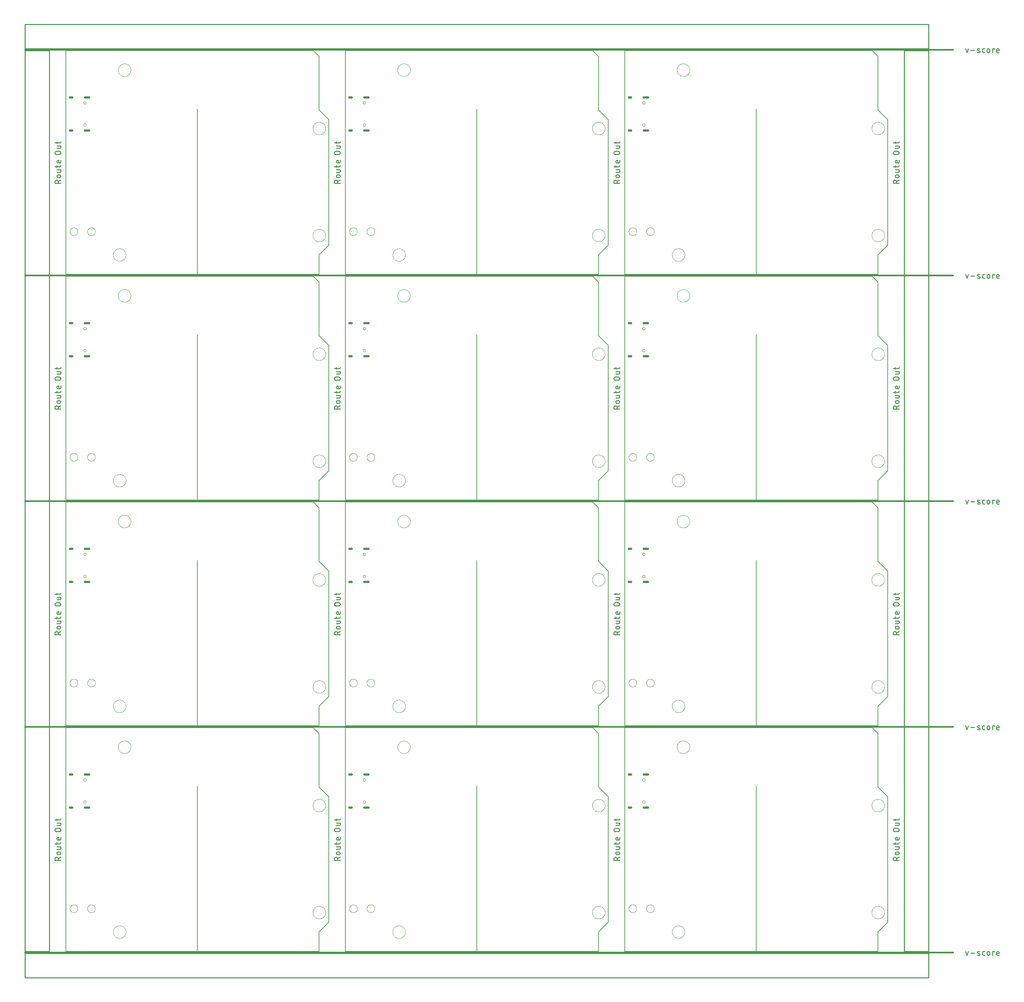
<source format=gko>
G04 EAGLE Gerber RS-274X export*
G75*
%MOMM*%
%FSLAX34Y34*%
%LPD*%
%IN*%
%IPPOS*%
%AMOC8*
5,1,8,0,0,1.08239X$1,22.5*%
G01*
%ADD10C,0.203200*%
%ADD11C,0.279400*%
%ADD12C,0.381000*%
%ADD13C,0.254000*%
%ADD14C,0.000000*%
%ADD15C,0.600000*%


D10*
X0Y584200D02*
X645160Y584200D01*
X660400Y568960D01*
X660400Y429260D02*
X685800Y403860D01*
X685800Y76200D01*
X660400Y50800D01*
X660400Y0D01*
X0Y0D01*
X0Y584200D01*
X660400Y568960D02*
X660400Y429260D01*
X342900Y0D02*
X0Y0D01*
X342900Y0D02*
X342900Y431800D01*
D11*
X-14097Y237604D02*
X-29083Y237604D01*
X-29083Y241767D01*
X-29081Y241895D01*
X-29075Y242023D01*
X-29065Y242151D01*
X-29051Y242279D01*
X-29034Y242406D01*
X-29012Y242532D01*
X-28987Y242658D01*
X-28957Y242782D01*
X-28924Y242906D01*
X-28887Y243029D01*
X-28846Y243151D01*
X-28802Y243271D01*
X-28754Y243390D01*
X-28702Y243507D01*
X-28647Y243623D01*
X-28588Y243736D01*
X-28525Y243849D01*
X-28459Y243959D01*
X-28390Y244066D01*
X-28318Y244172D01*
X-28242Y244276D01*
X-28163Y244377D01*
X-28081Y244476D01*
X-27996Y244572D01*
X-27909Y244665D01*
X-27818Y244756D01*
X-27725Y244843D01*
X-27629Y244928D01*
X-27530Y245010D01*
X-27429Y245089D01*
X-27325Y245165D01*
X-27219Y245237D01*
X-27112Y245306D01*
X-27001Y245372D01*
X-26889Y245435D01*
X-26776Y245494D01*
X-26660Y245549D01*
X-26543Y245601D01*
X-26424Y245649D01*
X-26304Y245693D01*
X-26182Y245734D01*
X-26059Y245771D01*
X-25935Y245804D01*
X-25811Y245834D01*
X-25685Y245859D01*
X-25559Y245881D01*
X-25432Y245898D01*
X-25304Y245912D01*
X-25176Y245922D01*
X-25048Y245928D01*
X-24920Y245930D01*
X-24792Y245928D01*
X-24664Y245922D01*
X-24536Y245912D01*
X-24408Y245898D01*
X-24281Y245881D01*
X-24155Y245859D01*
X-24029Y245834D01*
X-23905Y245804D01*
X-23781Y245771D01*
X-23658Y245734D01*
X-23536Y245693D01*
X-23416Y245649D01*
X-23297Y245601D01*
X-23180Y245549D01*
X-23064Y245494D01*
X-22951Y245435D01*
X-22839Y245372D01*
X-22728Y245306D01*
X-22621Y245237D01*
X-22515Y245165D01*
X-22411Y245089D01*
X-22310Y245010D01*
X-22211Y244928D01*
X-22115Y244843D01*
X-22022Y244756D01*
X-21931Y244665D01*
X-21844Y244572D01*
X-21759Y244476D01*
X-21677Y244377D01*
X-21598Y244276D01*
X-21522Y244172D01*
X-21450Y244066D01*
X-21381Y243959D01*
X-21315Y243849D01*
X-21252Y243736D01*
X-21193Y243623D01*
X-21138Y243507D01*
X-21086Y243390D01*
X-21038Y243271D01*
X-20994Y243151D01*
X-20953Y243029D01*
X-20916Y242906D01*
X-20883Y242782D01*
X-20853Y242658D01*
X-20828Y242532D01*
X-20806Y242406D01*
X-20789Y242279D01*
X-20775Y242151D01*
X-20765Y242023D01*
X-20759Y241895D01*
X-20757Y241767D01*
X-20757Y237604D01*
X-20757Y242599D02*
X-14097Y245929D01*
X-17427Y252888D02*
X-20757Y252888D01*
X-20871Y252890D01*
X-20984Y252896D01*
X-21098Y252905D01*
X-21210Y252919D01*
X-21323Y252936D01*
X-21435Y252958D01*
X-21545Y252983D01*
X-21655Y253011D01*
X-21764Y253044D01*
X-21872Y253080D01*
X-21979Y253120D01*
X-22084Y253164D01*
X-22187Y253211D01*
X-22289Y253261D01*
X-22389Y253315D01*
X-22487Y253373D01*
X-22583Y253434D01*
X-22677Y253497D01*
X-22769Y253565D01*
X-22859Y253635D01*
X-22945Y253708D01*
X-23030Y253784D01*
X-23112Y253863D01*
X-23191Y253945D01*
X-23267Y254030D01*
X-23340Y254116D01*
X-23410Y254206D01*
X-23478Y254298D01*
X-23541Y254392D01*
X-23602Y254488D01*
X-23660Y254586D01*
X-23714Y254686D01*
X-23764Y254788D01*
X-23811Y254891D01*
X-23855Y254996D01*
X-23895Y255103D01*
X-23931Y255211D01*
X-23964Y255320D01*
X-23992Y255430D01*
X-24017Y255540D01*
X-24039Y255652D01*
X-24056Y255765D01*
X-24070Y255877D01*
X-24079Y255991D01*
X-24085Y256104D01*
X-24087Y256218D01*
X-24085Y256332D01*
X-24079Y256445D01*
X-24070Y256559D01*
X-24056Y256671D01*
X-24039Y256784D01*
X-24017Y256896D01*
X-23992Y257006D01*
X-23964Y257116D01*
X-23931Y257225D01*
X-23895Y257333D01*
X-23855Y257440D01*
X-23811Y257545D01*
X-23764Y257648D01*
X-23714Y257750D01*
X-23660Y257850D01*
X-23602Y257948D01*
X-23541Y258044D01*
X-23478Y258138D01*
X-23410Y258230D01*
X-23340Y258320D01*
X-23267Y258406D01*
X-23191Y258491D01*
X-23112Y258573D01*
X-23030Y258652D01*
X-22945Y258728D01*
X-22859Y258801D01*
X-22769Y258871D01*
X-22677Y258939D01*
X-22583Y259002D01*
X-22487Y259063D01*
X-22389Y259121D01*
X-22289Y259175D01*
X-22187Y259225D01*
X-22084Y259272D01*
X-21979Y259316D01*
X-21872Y259356D01*
X-21764Y259392D01*
X-21655Y259425D01*
X-21545Y259453D01*
X-21435Y259478D01*
X-21323Y259500D01*
X-21210Y259517D01*
X-21098Y259531D01*
X-20984Y259540D01*
X-20871Y259546D01*
X-20757Y259548D01*
X-17427Y259548D01*
X-17313Y259546D01*
X-17200Y259540D01*
X-17086Y259531D01*
X-16974Y259517D01*
X-16861Y259500D01*
X-16749Y259478D01*
X-16639Y259453D01*
X-16529Y259425D01*
X-16420Y259392D01*
X-16312Y259356D01*
X-16205Y259316D01*
X-16100Y259272D01*
X-15997Y259225D01*
X-15895Y259175D01*
X-15795Y259121D01*
X-15697Y259063D01*
X-15601Y259002D01*
X-15507Y258939D01*
X-15415Y258871D01*
X-15325Y258801D01*
X-15239Y258728D01*
X-15154Y258652D01*
X-15072Y258573D01*
X-14993Y258491D01*
X-14917Y258406D01*
X-14844Y258320D01*
X-14774Y258230D01*
X-14706Y258138D01*
X-14643Y258044D01*
X-14582Y257948D01*
X-14524Y257850D01*
X-14470Y257750D01*
X-14420Y257648D01*
X-14373Y257545D01*
X-14329Y257440D01*
X-14289Y257333D01*
X-14253Y257225D01*
X-14220Y257116D01*
X-14192Y257006D01*
X-14167Y256896D01*
X-14145Y256784D01*
X-14128Y256671D01*
X-14114Y256559D01*
X-14105Y256445D01*
X-14099Y256332D01*
X-14097Y256218D01*
X-14099Y256104D01*
X-14105Y255991D01*
X-14114Y255877D01*
X-14128Y255765D01*
X-14145Y255652D01*
X-14167Y255540D01*
X-14192Y255430D01*
X-14220Y255320D01*
X-14253Y255211D01*
X-14289Y255103D01*
X-14329Y254996D01*
X-14373Y254891D01*
X-14420Y254788D01*
X-14470Y254686D01*
X-14524Y254586D01*
X-14582Y254488D01*
X-14643Y254392D01*
X-14706Y254298D01*
X-14774Y254206D01*
X-14844Y254116D01*
X-14917Y254030D01*
X-14993Y253945D01*
X-15072Y253863D01*
X-15154Y253784D01*
X-15239Y253708D01*
X-15325Y253635D01*
X-15415Y253565D01*
X-15507Y253497D01*
X-15601Y253434D01*
X-15697Y253373D01*
X-15795Y253315D01*
X-15895Y253261D01*
X-15997Y253211D01*
X-16100Y253164D01*
X-16205Y253120D01*
X-16312Y253080D01*
X-16420Y253044D01*
X-16529Y253011D01*
X-16639Y252983D01*
X-16749Y252958D01*
X-16861Y252936D01*
X-16974Y252919D01*
X-17086Y252905D01*
X-17200Y252896D01*
X-17313Y252890D01*
X-17427Y252888D01*
X-16595Y266956D02*
X-24088Y266956D01*
X-16595Y266955D02*
X-16497Y266957D01*
X-16399Y266963D01*
X-16301Y266972D01*
X-16204Y266986D01*
X-16108Y267003D01*
X-16012Y267024D01*
X-15917Y267049D01*
X-15823Y267077D01*
X-15730Y267109D01*
X-15639Y267145D01*
X-15549Y267184D01*
X-15461Y267227D01*
X-15374Y267274D01*
X-15290Y267323D01*
X-15207Y267376D01*
X-15127Y267432D01*
X-15049Y267491D01*
X-14973Y267554D01*
X-14899Y267619D01*
X-14829Y267687D01*
X-14761Y267757D01*
X-14696Y267831D01*
X-14633Y267907D01*
X-14574Y267985D01*
X-14518Y268065D01*
X-14465Y268148D01*
X-14416Y268232D01*
X-14369Y268319D01*
X-14326Y268407D01*
X-14287Y268497D01*
X-14251Y268588D01*
X-14219Y268681D01*
X-14191Y268775D01*
X-14166Y268870D01*
X-14145Y268966D01*
X-14128Y269062D01*
X-14114Y269159D01*
X-14105Y269257D01*
X-14099Y269355D01*
X-14097Y269453D01*
X-14097Y273616D01*
X-24088Y273616D01*
X-24088Y279597D02*
X-24088Y284592D01*
X-29083Y281262D02*
X-16595Y281262D01*
X-16497Y281264D01*
X-16399Y281270D01*
X-16301Y281279D01*
X-16204Y281293D01*
X-16108Y281310D01*
X-16012Y281331D01*
X-15917Y281356D01*
X-15823Y281384D01*
X-15730Y281416D01*
X-15639Y281452D01*
X-15549Y281491D01*
X-15461Y281534D01*
X-15374Y281581D01*
X-15290Y281630D01*
X-15207Y281683D01*
X-15127Y281739D01*
X-15049Y281798D01*
X-14973Y281861D01*
X-14899Y281926D01*
X-14829Y281994D01*
X-14761Y282064D01*
X-14696Y282138D01*
X-14633Y282214D01*
X-14574Y282292D01*
X-14518Y282372D01*
X-14465Y282455D01*
X-14416Y282539D01*
X-14369Y282626D01*
X-14326Y282714D01*
X-14287Y282804D01*
X-14251Y282895D01*
X-14219Y282988D01*
X-14191Y283082D01*
X-14166Y283177D01*
X-14145Y283273D01*
X-14128Y283369D01*
X-14114Y283466D01*
X-14105Y283564D01*
X-14099Y283662D01*
X-14097Y283760D01*
X-14097Y284592D01*
X-14097Y293421D02*
X-14097Y297584D01*
X-14097Y293421D02*
X-14099Y293323D01*
X-14105Y293225D01*
X-14114Y293127D01*
X-14128Y293030D01*
X-14145Y292934D01*
X-14166Y292838D01*
X-14191Y292743D01*
X-14219Y292649D01*
X-14251Y292556D01*
X-14287Y292465D01*
X-14326Y292375D01*
X-14369Y292287D01*
X-14416Y292200D01*
X-14465Y292116D01*
X-14518Y292033D01*
X-14574Y291953D01*
X-14633Y291875D01*
X-14696Y291799D01*
X-14761Y291725D01*
X-14829Y291655D01*
X-14899Y291587D01*
X-14973Y291522D01*
X-15049Y291459D01*
X-15127Y291400D01*
X-15207Y291344D01*
X-15290Y291291D01*
X-15374Y291242D01*
X-15461Y291195D01*
X-15549Y291152D01*
X-15639Y291113D01*
X-15730Y291077D01*
X-15823Y291045D01*
X-15917Y291017D01*
X-16012Y290992D01*
X-16108Y290971D01*
X-16204Y290954D01*
X-16301Y290940D01*
X-16399Y290931D01*
X-16497Y290925D01*
X-16595Y290923D01*
X-16595Y290924D02*
X-20757Y290924D01*
X-20871Y290926D01*
X-20984Y290932D01*
X-21098Y290941D01*
X-21210Y290955D01*
X-21323Y290972D01*
X-21435Y290994D01*
X-21545Y291019D01*
X-21655Y291047D01*
X-21764Y291080D01*
X-21872Y291116D01*
X-21979Y291156D01*
X-22084Y291200D01*
X-22187Y291247D01*
X-22289Y291297D01*
X-22389Y291351D01*
X-22487Y291409D01*
X-22583Y291470D01*
X-22677Y291533D01*
X-22769Y291601D01*
X-22859Y291671D01*
X-22945Y291744D01*
X-23030Y291820D01*
X-23112Y291899D01*
X-23191Y291981D01*
X-23267Y292066D01*
X-23340Y292152D01*
X-23410Y292242D01*
X-23478Y292334D01*
X-23541Y292428D01*
X-23602Y292524D01*
X-23660Y292622D01*
X-23714Y292722D01*
X-23764Y292824D01*
X-23811Y292927D01*
X-23855Y293032D01*
X-23895Y293139D01*
X-23931Y293247D01*
X-23964Y293356D01*
X-23992Y293466D01*
X-24017Y293576D01*
X-24039Y293688D01*
X-24056Y293801D01*
X-24070Y293913D01*
X-24079Y294027D01*
X-24085Y294140D01*
X-24087Y294254D01*
X-24085Y294368D01*
X-24079Y294481D01*
X-24070Y294595D01*
X-24056Y294707D01*
X-24039Y294820D01*
X-24017Y294932D01*
X-23992Y295042D01*
X-23964Y295152D01*
X-23931Y295261D01*
X-23895Y295369D01*
X-23855Y295476D01*
X-23811Y295581D01*
X-23764Y295684D01*
X-23714Y295786D01*
X-23660Y295886D01*
X-23602Y295984D01*
X-23541Y296080D01*
X-23478Y296174D01*
X-23410Y296266D01*
X-23340Y296356D01*
X-23267Y296442D01*
X-23191Y296527D01*
X-23112Y296609D01*
X-23030Y296688D01*
X-22945Y296764D01*
X-22859Y296837D01*
X-22769Y296907D01*
X-22677Y296975D01*
X-22583Y297038D01*
X-22487Y297099D01*
X-22389Y297157D01*
X-22289Y297211D01*
X-22187Y297261D01*
X-22084Y297308D01*
X-21979Y297352D01*
X-21872Y297392D01*
X-21764Y297428D01*
X-21655Y297461D01*
X-21545Y297489D01*
X-21435Y297514D01*
X-21323Y297536D01*
X-21210Y297553D01*
X-21098Y297567D01*
X-20984Y297576D01*
X-20871Y297582D01*
X-20757Y297584D01*
X-19092Y297584D01*
X-19092Y290924D01*
X-18260Y313017D02*
X-24920Y313017D01*
X-25048Y313019D01*
X-25176Y313025D01*
X-25304Y313035D01*
X-25432Y313049D01*
X-25559Y313066D01*
X-25685Y313088D01*
X-25811Y313113D01*
X-25935Y313143D01*
X-26059Y313176D01*
X-26182Y313213D01*
X-26304Y313254D01*
X-26424Y313298D01*
X-26543Y313346D01*
X-26660Y313398D01*
X-26776Y313453D01*
X-26889Y313512D01*
X-27002Y313575D01*
X-27112Y313641D01*
X-27219Y313710D01*
X-27325Y313782D01*
X-27429Y313858D01*
X-27530Y313937D01*
X-27629Y314019D01*
X-27725Y314104D01*
X-27818Y314191D01*
X-27909Y314282D01*
X-27996Y314375D01*
X-28081Y314471D01*
X-28163Y314570D01*
X-28242Y314671D01*
X-28318Y314775D01*
X-28390Y314881D01*
X-28459Y314988D01*
X-28525Y315099D01*
X-28588Y315211D01*
X-28647Y315324D01*
X-28702Y315440D01*
X-28754Y315557D01*
X-28802Y315676D01*
X-28846Y315796D01*
X-28887Y315918D01*
X-28924Y316041D01*
X-28957Y316165D01*
X-28987Y316289D01*
X-29012Y316415D01*
X-29034Y316541D01*
X-29051Y316668D01*
X-29065Y316796D01*
X-29075Y316924D01*
X-29081Y317052D01*
X-29083Y317180D01*
X-29081Y317308D01*
X-29075Y317436D01*
X-29065Y317564D01*
X-29051Y317692D01*
X-29034Y317819D01*
X-29012Y317945D01*
X-28987Y318071D01*
X-28957Y318195D01*
X-28924Y318319D01*
X-28887Y318442D01*
X-28846Y318564D01*
X-28802Y318684D01*
X-28754Y318803D01*
X-28702Y318920D01*
X-28647Y319036D01*
X-28588Y319149D01*
X-28525Y319262D01*
X-28459Y319372D01*
X-28390Y319479D01*
X-28318Y319585D01*
X-28242Y319689D01*
X-28163Y319790D01*
X-28081Y319889D01*
X-27996Y319985D01*
X-27909Y320078D01*
X-27818Y320169D01*
X-27725Y320256D01*
X-27629Y320341D01*
X-27530Y320423D01*
X-27429Y320502D01*
X-27325Y320578D01*
X-27219Y320650D01*
X-27112Y320719D01*
X-27001Y320785D01*
X-26889Y320848D01*
X-26776Y320907D01*
X-26660Y320962D01*
X-26543Y321014D01*
X-26424Y321062D01*
X-26304Y321106D01*
X-26182Y321147D01*
X-26059Y321184D01*
X-25935Y321217D01*
X-25811Y321247D01*
X-25685Y321272D01*
X-25559Y321294D01*
X-25432Y321311D01*
X-25304Y321325D01*
X-25176Y321335D01*
X-25048Y321341D01*
X-24920Y321343D01*
X-24920Y321342D02*
X-18260Y321342D01*
X-18260Y321343D02*
X-18132Y321341D01*
X-18004Y321335D01*
X-17876Y321325D01*
X-17748Y321311D01*
X-17621Y321294D01*
X-17495Y321272D01*
X-17369Y321247D01*
X-17245Y321217D01*
X-17121Y321184D01*
X-16998Y321147D01*
X-16876Y321106D01*
X-16756Y321062D01*
X-16637Y321014D01*
X-16520Y320962D01*
X-16404Y320907D01*
X-16291Y320848D01*
X-16178Y320785D01*
X-16068Y320719D01*
X-15961Y320650D01*
X-15855Y320578D01*
X-15751Y320502D01*
X-15650Y320423D01*
X-15551Y320341D01*
X-15455Y320256D01*
X-15362Y320169D01*
X-15271Y320078D01*
X-15184Y319985D01*
X-15099Y319889D01*
X-15017Y319790D01*
X-14938Y319689D01*
X-14862Y319585D01*
X-14790Y319479D01*
X-14721Y319372D01*
X-14655Y319262D01*
X-14592Y319149D01*
X-14533Y319036D01*
X-14478Y318920D01*
X-14426Y318803D01*
X-14378Y318684D01*
X-14334Y318564D01*
X-14293Y318442D01*
X-14256Y318319D01*
X-14223Y318195D01*
X-14193Y318071D01*
X-14168Y317945D01*
X-14146Y317819D01*
X-14129Y317692D01*
X-14115Y317564D01*
X-14105Y317436D01*
X-14099Y317308D01*
X-14097Y317180D01*
X-14099Y317052D01*
X-14105Y316924D01*
X-14115Y316796D01*
X-14129Y316668D01*
X-14146Y316541D01*
X-14168Y316415D01*
X-14193Y316289D01*
X-14223Y316165D01*
X-14256Y316041D01*
X-14293Y315918D01*
X-14334Y315796D01*
X-14378Y315676D01*
X-14426Y315557D01*
X-14478Y315440D01*
X-14533Y315324D01*
X-14592Y315211D01*
X-14655Y315099D01*
X-14721Y314988D01*
X-14790Y314881D01*
X-14862Y314775D01*
X-14938Y314671D01*
X-15017Y314570D01*
X-15099Y314471D01*
X-15184Y314375D01*
X-15271Y314282D01*
X-15362Y314191D01*
X-15455Y314104D01*
X-15551Y314019D01*
X-15650Y313937D01*
X-15751Y313858D01*
X-15855Y313782D01*
X-15961Y313710D01*
X-16068Y313641D01*
X-16179Y313575D01*
X-16291Y313512D01*
X-16404Y313453D01*
X-16520Y313398D01*
X-16637Y313346D01*
X-16756Y313298D01*
X-16876Y313254D01*
X-16998Y313213D01*
X-17121Y313176D01*
X-17245Y313143D01*
X-17369Y313113D01*
X-17495Y313088D01*
X-17621Y313066D01*
X-17748Y313049D01*
X-17876Y313035D01*
X-18004Y313025D01*
X-18132Y313019D01*
X-18260Y313017D01*
X-16595Y328959D02*
X-24088Y328959D01*
X-16595Y328959D02*
X-16497Y328961D01*
X-16399Y328967D01*
X-16301Y328976D01*
X-16204Y328990D01*
X-16108Y329007D01*
X-16012Y329028D01*
X-15917Y329053D01*
X-15823Y329081D01*
X-15730Y329113D01*
X-15639Y329149D01*
X-15549Y329188D01*
X-15461Y329231D01*
X-15374Y329278D01*
X-15290Y329327D01*
X-15207Y329380D01*
X-15127Y329436D01*
X-15049Y329495D01*
X-14973Y329558D01*
X-14899Y329623D01*
X-14829Y329691D01*
X-14761Y329761D01*
X-14696Y329835D01*
X-14633Y329911D01*
X-14574Y329989D01*
X-14518Y330069D01*
X-14465Y330152D01*
X-14416Y330236D01*
X-14369Y330323D01*
X-14326Y330411D01*
X-14287Y330501D01*
X-14251Y330592D01*
X-14219Y330685D01*
X-14191Y330779D01*
X-14166Y330874D01*
X-14145Y330970D01*
X-14128Y331066D01*
X-14114Y331163D01*
X-14105Y331261D01*
X-14099Y331359D01*
X-14097Y331457D01*
X-14097Y335620D01*
X-24088Y335620D01*
X-24088Y341601D02*
X-24088Y346596D01*
X-29083Y343266D02*
X-16595Y343266D01*
X-16497Y343268D01*
X-16399Y343274D01*
X-16301Y343283D01*
X-16204Y343297D01*
X-16108Y343314D01*
X-16012Y343335D01*
X-15917Y343360D01*
X-15823Y343388D01*
X-15730Y343420D01*
X-15639Y343456D01*
X-15549Y343495D01*
X-15461Y343538D01*
X-15374Y343585D01*
X-15290Y343634D01*
X-15207Y343687D01*
X-15127Y343743D01*
X-15049Y343802D01*
X-14973Y343865D01*
X-14899Y343930D01*
X-14829Y343998D01*
X-14761Y344068D01*
X-14696Y344142D01*
X-14633Y344218D01*
X-14574Y344296D01*
X-14518Y344376D01*
X-14465Y344459D01*
X-14416Y344543D01*
X-14369Y344630D01*
X-14326Y344718D01*
X-14287Y344808D01*
X-14251Y344899D01*
X-14219Y344992D01*
X-14191Y345086D01*
X-14166Y345181D01*
X-14145Y345277D01*
X-14128Y345373D01*
X-14114Y345470D01*
X-14105Y345568D01*
X-14099Y345666D01*
X-14097Y345764D01*
X-14097Y346596D01*
D10*
X728980Y584200D02*
X1374140Y584200D01*
X1389380Y568960D01*
X1389380Y429260D02*
X1414780Y403860D01*
X1414780Y76200D01*
X1389380Y50800D01*
X1389380Y0D01*
X728980Y0D01*
X728980Y584200D01*
X1389380Y568960D02*
X1389380Y429260D01*
X1071880Y0D02*
X728980Y0D01*
X1071880Y0D02*
X1071880Y431800D01*
D11*
X714883Y237604D02*
X699897Y237604D01*
X699897Y241767D01*
X699899Y241895D01*
X699905Y242023D01*
X699915Y242151D01*
X699929Y242279D01*
X699946Y242406D01*
X699968Y242532D01*
X699993Y242658D01*
X700023Y242782D01*
X700056Y242906D01*
X700093Y243029D01*
X700134Y243151D01*
X700178Y243271D01*
X700226Y243390D01*
X700278Y243507D01*
X700333Y243623D01*
X700392Y243736D01*
X700455Y243849D01*
X700521Y243959D01*
X700590Y244066D01*
X700662Y244172D01*
X700738Y244276D01*
X700817Y244377D01*
X700899Y244476D01*
X700984Y244572D01*
X701071Y244665D01*
X701162Y244756D01*
X701255Y244843D01*
X701351Y244928D01*
X701450Y245010D01*
X701551Y245089D01*
X701655Y245165D01*
X701761Y245237D01*
X701868Y245306D01*
X701979Y245372D01*
X702091Y245435D01*
X702204Y245494D01*
X702320Y245549D01*
X702437Y245601D01*
X702556Y245649D01*
X702676Y245693D01*
X702798Y245734D01*
X702921Y245771D01*
X703045Y245804D01*
X703169Y245834D01*
X703295Y245859D01*
X703421Y245881D01*
X703548Y245898D01*
X703676Y245912D01*
X703804Y245922D01*
X703932Y245928D01*
X704060Y245930D01*
X704188Y245928D01*
X704316Y245922D01*
X704444Y245912D01*
X704572Y245898D01*
X704699Y245881D01*
X704825Y245859D01*
X704951Y245834D01*
X705075Y245804D01*
X705199Y245771D01*
X705322Y245734D01*
X705444Y245693D01*
X705564Y245649D01*
X705683Y245601D01*
X705800Y245549D01*
X705916Y245494D01*
X706029Y245435D01*
X706142Y245372D01*
X706252Y245306D01*
X706359Y245237D01*
X706465Y245165D01*
X706569Y245089D01*
X706670Y245010D01*
X706769Y244928D01*
X706865Y244843D01*
X706958Y244756D01*
X707049Y244665D01*
X707136Y244572D01*
X707221Y244476D01*
X707303Y244377D01*
X707382Y244276D01*
X707458Y244172D01*
X707530Y244066D01*
X707599Y243959D01*
X707665Y243849D01*
X707728Y243736D01*
X707787Y243623D01*
X707842Y243507D01*
X707894Y243390D01*
X707942Y243271D01*
X707986Y243151D01*
X708027Y243029D01*
X708064Y242906D01*
X708097Y242782D01*
X708127Y242658D01*
X708152Y242532D01*
X708174Y242406D01*
X708191Y242279D01*
X708205Y242151D01*
X708215Y242023D01*
X708221Y241895D01*
X708223Y241767D01*
X708223Y237604D01*
X708223Y242599D02*
X714883Y245929D01*
X711553Y252888D02*
X708223Y252888D01*
X708109Y252890D01*
X707996Y252896D01*
X707882Y252905D01*
X707770Y252919D01*
X707657Y252936D01*
X707545Y252958D01*
X707435Y252983D01*
X707325Y253011D01*
X707216Y253044D01*
X707108Y253080D01*
X707001Y253120D01*
X706896Y253164D01*
X706793Y253211D01*
X706691Y253261D01*
X706591Y253315D01*
X706493Y253373D01*
X706397Y253434D01*
X706303Y253497D01*
X706211Y253565D01*
X706121Y253635D01*
X706035Y253708D01*
X705950Y253784D01*
X705868Y253863D01*
X705789Y253945D01*
X705713Y254030D01*
X705640Y254116D01*
X705570Y254206D01*
X705502Y254298D01*
X705439Y254392D01*
X705378Y254488D01*
X705320Y254586D01*
X705266Y254686D01*
X705216Y254788D01*
X705169Y254891D01*
X705125Y254996D01*
X705085Y255103D01*
X705049Y255211D01*
X705016Y255320D01*
X704988Y255430D01*
X704963Y255540D01*
X704941Y255652D01*
X704924Y255765D01*
X704910Y255877D01*
X704901Y255991D01*
X704895Y256104D01*
X704893Y256218D01*
X704895Y256332D01*
X704901Y256445D01*
X704910Y256559D01*
X704924Y256671D01*
X704941Y256784D01*
X704963Y256896D01*
X704988Y257006D01*
X705016Y257116D01*
X705049Y257225D01*
X705085Y257333D01*
X705125Y257440D01*
X705169Y257545D01*
X705216Y257648D01*
X705266Y257750D01*
X705320Y257850D01*
X705378Y257948D01*
X705439Y258044D01*
X705502Y258138D01*
X705570Y258230D01*
X705640Y258320D01*
X705713Y258406D01*
X705789Y258491D01*
X705868Y258573D01*
X705950Y258652D01*
X706035Y258728D01*
X706121Y258801D01*
X706211Y258871D01*
X706303Y258939D01*
X706397Y259002D01*
X706493Y259063D01*
X706591Y259121D01*
X706691Y259175D01*
X706793Y259225D01*
X706896Y259272D01*
X707001Y259316D01*
X707108Y259356D01*
X707216Y259392D01*
X707325Y259425D01*
X707435Y259453D01*
X707545Y259478D01*
X707657Y259500D01*
X707770Y259517D01*
X707882Y259531D01*
X707996Y259540D01*
X708109Y259546D01*
X708223Y259548D01*
X711553Y259548D01*
X711667Y259546D01*
X711780Y259540D01*
X711894Y259531D01*
X712006Y259517D01*
X712119Y259500D01*
X712231Y259478D01*
X712341Y259453D01*
X712451Y259425D01*
X712560Y259392D01*
X712668Y259356D01*
X712775Y259316D01*
X712880Y259272D01*
X712983Y259225D01*
X713085Y259175D01*
X713185Y259121D01*
X713283Y259063D01*
X713379Y259002D01*
X713473Y258939D01*
X713565Y258871D01*
X713655Y258801D01*
X713741Y258728D01*
X713826Y258652D01*
X713908Y258573D01*
X713987Y258491D01*
X714063Y258406D01*
X714136Y258320D01*
X714206Y258230D01*
X714274Y258138D01*
X714337Y258044D01*
X714398Y257948D01*
X714456Y257850D01*
X714510Y257750D01*
X714560Y257648D01*
X714607Y257545D01*
X714651Y257440D01*
X714691Y257333D01*
X714727Y257225D01*
X714760Y257116D01*
X714788Y257006D01*
X714813Y256896D01*
X714835Y256784D01*
X714852Y256671D01*
X714866Y256559D01*
X714875Y256445D01*
X714881Y256332D01*
X714883Y256218D01*
X714881Y256104D01*
X714875Y255991D01*
X714866Y255877D01*
X714852Y255765D01*
X714835Y255652D01*
X714813Y255540D01*
X714788Y255430D01*
X714760Y255320D01*
X714727Y255211D01*
X714691Y255103D01*
X714651Y254996D01*
X714607Y254891D01*
X714560Y254788D01*
X714510Y254686D01*
X714456Y254586D01*
X714398Y254488D01*
X714337Y254392D01*
X714274Y254298D01*
X714206Y254206D01*
X714136Y254116D01*
X714063Y254030D01*
X713987Y253945D01*
X713908Y253863D01*
X713826Y253784D01*
X713741Y253708D01*
X713655Y253635D01*
X713565Y253565D01*
X713473Y253497D01*
X713379Y253434D01*
X713283Y253373D01*
X713185Y253315D01*
X713085Y253261D01*
X712983Y253211D01*
X712880Y253164D01*
X712775Y253120D01*
X712668Y253080D01*
X712560Y253044D01*
X712451Y253011D01*
X712341Y252983D01*
X712231Y252958D01*
X712119Y252936D01*
X712006Y252919D01*
X711894Y252905D01*
X711780Y252896D01*
X711667Y252890D01*
X711553Y252888D01*
X712385Y266956D02*
X704892Y266956D01*
X712385Y266955D02*
X712483Y266957D01*
X712581Y266963D01*
X712679Y266972D01*
X712776Y266986D01*
X712872Y267003D01*
X712968Y267024D01*
X713063Y267049D01*
X713157Y267077D01*
X713250Y267109D01*
X713341Y267145D01*
X713431Y267184D01*
X713519Y267227D01*
X713606Y267274D01*
X713690Y267323D01*
X713773Y267376D01*
X713853Y267432D01*
X713932Y267491D01*
X714007Y267554D01*
X714081Y267619D01*
X714151Y267687D01*
X714219Y267757D01*
X714285Y267831D01*
X714347Y267907D01*
X714406Y267985D01*
X714462Y268065D01*
X714515Y268148D01*
X714565Y268232D01*
X714611Y268319D01*
X714654Y268407D01*
X714693Y268497D01*
X714729Y268588D01*
X714761Y268681D01*
X714789Y268775D01*
X714814Y268870D01*
X714835Y268966D01*
X714852Y269062D01*
X714866Y269159D01*
X714875Y269257D01*
X714881Y269355D01*
X714883Y269453D01*
X714883Y273616D01*
X704892Y273616D01*
X704892Y279597D02*
X704892Y284592D01*
X699897Y281262D02*
X712385Y281262D01*
X712483Y281264D01*
X712581Y281270D01*
X712679Y281279D01*
X712776Y281293D01*
X712872Y281310D01*
X712968Y281331D01*
X713063Y281356D01*
X713157Y281384D01*
X713250Y281416D01*
X713341Y281452D01*
X713431Y281491D01*
X713519Y281534D01*
X713606Y281581D01*
X713690Y281630D01*
X713773Y281683D01*
X713853Y281739D01*
X713932Y281798D01*
X714007Y281861D01*
X714081Y281926D01*
X714151Y281994D01*
X714219Y282064D01*
X714285Y282138D01*
X714347Y282214D01*
X714406Y282292D01*
X714462Y282372D01*
X714515Y282455D01*
X714565Y282539D01*
X714611Y282626D01*
X714654Y282714D01*
X714693Y282804D01*
X714729Y282895D01*
X714761Y282988D01*
X714789Y283082D01*
X714814Y283177D01*
X714835Y283273D01*
X714852Y283369D01*
X714866Y283466D01*
X714875Y283564D01*
X714881Y283662D01*
X714883Y283760D01*
X714883Y284592D01*
X714883Y293421D02*
X714883Y297584D01*
X714883Y293421D02*
X714881Y293323D01*
X714875Y293225D01*
X714866Y293127D01*
X714852Y293030D01*
X714835Y292934D01*
X714814Y292838D01*
X714789Y292743D01*
X714761Y292649D01*
X714729Y292556D01*
X714693Y292465D01*
X714654Y292375D01*
X714611Y292287D01*
X714564Y292200D01*
X714515Y292116D01*
X714462Y292033D01*
X714406Y291953D01*
X714347Y291875D01*
X714285Y291799D01*
X714219Y291725D01*
X714151Y291655D01*
X714081Y291587D01*
X714007Y291522D01*
X713932Y291459D01*
X713853Y291400D01*
X713773Y291344D01*
X713690Y291291D01*
X713606Y291242D01*
X713519Y291195D01*
X713431Y291152D01*
X713341Y291113D01*
X713250Y291077D01*
X713157Y291045D01*
X713063Y291017D01*
X712968Y290992D01*
X712872Y290971D01*
X712776Y290954D01*
X712679Y290940D01*
X712581Y290931D01*
X712483Y290925D01*
X712385Y290923D01*
X712385Y290924D02*
X708223Y290924D01*
X708109Y290926D01*
X707996Y290932D01*
X707882Y290941D01*
X707770Y290955D01*
X707657Y290972D01*
X707545Y290994D01*
X707435Y291019D01*
X707325Y291047D01*
X707216Y291080D01*
X707108Y291116D01*
X707001Y291156D01*
X706896Y291200D01*
X706793Y291247D01*
X706691Y291297D01*
X706591Y291351D01*
X706493Y291409D01*
X706397Y291470D01*
X706303Y291533D01*
X706211Y291601D01*
X706121Y291671D01*
X706035Y291744D01*
X705950Y291820D01*
X705868Y291899D01*
X705789Y291981D01*
X705713Y292066D01*
X705640Y292152D01*
X705570Y292242D01*
X705502Y292334D01*
X705439Y292428D01*
X705378Y292524D01*
X705320Y292622D01*
X705266Y292722D01*
X705216Y292824D01*
X705169Y292927D01*
X705125Y293032D01*
X705085Y293139D01*
X705049Y293247D01*
X705016Y293356D01*
X704988Y293466D01*
X704963Y293576D01*
X704941Y293688D01*
X704924Y293801D01*
X704910Y293913D01*
X704901Y294027D01*
X704895Y294140D01*
X704893Y294254D01*
X704895Y294368D01*
X704901Y294481D01*
X704910Y294595D01*
X704924Y294707D01*
X704941Y294820D01*
X704963Y294932D01*
X704988Y295042D01*
X705016Y295152D01*
X705049Y295261D01*
X705085Y295369D01*
X705125Y295476D01*
X705169Y295581D01*
X705216Y295684D01*
X705266Y295786D01*
X705320Y295886D01*
X705378Y295984D01*
X705439Y296080D01*
X705502Y296174D01*
X705570Y296266D01*
X705640Y296356D01*
X705713Y296442D01*
X705789Y296527D01*
X705868Y296609D01*
X705950Y296688D01*
X706035Y296764D01*
X706121Y296837D01*
X706211Y296907D01*
X706303Y296975D01*
X706397Y297038D01*
X706493Y297099D01*
X706591Y297157D01*
X706691Y297211D01*
X706793Y297261D01*
X706896Y297308D01*
X707001Y297352D01*
X707108Y297392D01*
X707216Y297428D01*
X707325Y297461D01*
X707435Y297489D01*
X707545Y297514D01*
X707657Y297536D01*
X707770Y297553D01*
X707882Y297567D01*
X707996Y297576D01*
X708109Y297582D01*
X708223Y297584D01*
X709888Y297584D01*
X709888Y290924D01*
X710720Y313017D02*
X704060Y313017D01*
X703932Y313019D01*
X703804Y313025D01*
X703676Y313035D01*
X703548Y313049D01*
X703421Y313066D01*
X703295Y313088D01*
X703169Y313113D01*
X703045Y313143D01*
X702921Y313176D01*
X702798Y313213D01*
X702676Y313254D01*
X702556Y313298D01*
X702437Y313346D01*
X702320Y313398D01*
X702204Y313453D01*
X702091Y313512D01*
X701979Y313575D01*
X701868Y313641D01*
X701761Y313710D01*
X701655Y313782D01*
X701551Y313858D01*
X701450Y313937D01*
X701351Y314019D01*
X701255Y314104D01*
X701162Y314191D01*
X701071Y314282D01*
X700984Y314375D01*
X700899Y314471D01*
X700817Y314570D01*
X700738Y314671D01*
X700662Y314775D01*
X700590Y314881D01*
X700521Y314988D01*
X700455Y315099D01*
X700392Y315211D01*
X700333Y315324D01*
X700278Y315440D01*
X700226Y315557D01*
X700178Y315676D01*
X700134Y315796D01*
X700093Y315918D01*
X700056Y316041D01*
X700023Y316165D01*
X699993Y316289D01*
X699968Y316415D01*
X699946Y316541D01*
X699929Y316668D01*
X699915Y316796D01*
X699905Y316924D01*
X699899Y317052D01*
X699897Y317180D01*
X699899Y317308D01*
X699905Y317436D01*
X699915Y317564D01*
X699929Y317692D01*
X699946Y317819D01*
X699968Y317945D01*
X699993Y318071D01*
X700023Y318195D01*
X700056Y318319D01*
X700093Y318442D01*
X700134Y318564D01*
X700178Y318684D01*
X700226Y318803D01*
X700278Y318920D01*
X700333Y319036D01*
X700392Y319149D01*
X700455Y319262D01*
X700521Y319372D01*
X700590Y319479D01*
X700662Y319585D01*
X700738Y319689D01*
X700817Y319790D01*
X700899Y319889D01*
X700984Y319985D01*
X701071Y320078D01*
X701162Y320169D01*
X701255Y320256D01*
X701351Y320341D01*
X701450Y320423D01*
X701551Y320502D01*
X701655Y320578D01*
X701761Y320650D01*
X701868Y320719D01*
X701979Y320785D01*
X702091Y320848D01*
X702204Y320907D01*
X702320Y320962D01*
X702437Y321014D01*
X702556Y321062D01*
X702676Y321106D01*
X702798Y321147D01*
X702921Y321184D01*
X703045Y321217D01*
X703169Y321247D01*
X703295Y321272D01*
X703421Y321294D01*
X703548Y321311D01*
X703676Y321325D01*
X703804Y321335D01*
X703932Y321341D01*
X704060Y321343D01*
X704060Y321342D02*
X710720Y321342D01*
X710720Y321343D02*
X710848Y321341D01*
X710976Y321335D01*
X711104Y321325D01*
X711232Y321311D01*
X711359Y321294D01*
X711485Y321272D01*
X711611Y321247D01*
X711735Y321217D01*
X711859Y321184D01*
X711982Y321147D01*
X712104Y321106D01*
X712224Y321062D01*
X712343Y321014D01*
X712460Y320962D01*
X712576Y320907D01*
X712689Y320848D01*
X712802Y320785D01*
X712912Y320719D01*
X713019Y320650D01*
X713125Y320578D01*
X713229Y320502D01*
X713330Y320423D01*
X713429Y320341D01*
X713525Y320256D01*
X713618Y320169D01*
X713709Y320078D01*
X713796Y319985D01*
X713881Y319889D01*
X713963Y319790D01*
X714042Y319689D01*
X714118Y319585D01*
X714190Y319479D01*
X714259Y319372D01*
X714325Y319262D01*
X714388Y319149D01*
X714447Y319036D01*
X714502Y318920D01*
X714554Y318803D01*
X714602Y318684D01*
X714646Y318564D01*
X714687Y318442D01*
X714724Y318319D01*
X714757Y318195D01*
X714787Y318071D01*
X714812Y317945D01*
X714834Y317819D01*
X714851Y317692D01*
X714865Y317564D01*
X714875Y317436D01*
X714881Y317308D01*
X714883Y317180D01*
X714881Y317052D01*
X714875Y316924D01*
X714865Y316796D01*
X714851Y316668D01*
X714834Y316541D01*
X714812Y316415D01*
X714787Y316289D01*
X714757Y316165D01*
X714724Y316041D01*
X714687Y315918D01*
X714646Y315796D01*
X714602Y315676D01*
X714554Y315557D01*
X714502Y315440D01*
X714447Y315324D01*
X714388Y315211D01*
X714325Y315099D01*
X714259Y314988D01*
X714190Y314881D01*
X714118Y314775D01*
X714042Y314671D01*
X713963Y314570D01*
X713881Y314471D01*
X713796Y314375D01*
X713709Y314282D01*
X713618Y314191D01*
X713525Y314104D01*
X713429Y314019D01*
X713330Y313937D01*
X713229Y313858D01*
X713125Y313782D01*
X713019Y313710D01*
X712912Y313641D01*
X712802Y313575D01*
X712689Y313512D01*
X712576Y313453D01*
X712460Y313398D01*
X712343Y313346D01*
X712224Y313298D01*
X712104Y313254D01*
X711982Y313213D01*
X711859Y313176D01*
X711735Y313143D01*
X711611Y313113D01*
X711485Y313088D01*
X711359Y313066D01*
X711232Y313049D01*
X711104Y313035D01*
X710976Y313025D01*
X710848Y313019D01*
X710720Y313017D01*
X712385Y328959D02*
X704892Y328959D01*
X712385Y328959D02*
X712483Y328961D01*
X712581Y328967D01*
X712679Y328976D01*
X712776Y328990D01*
X712872Y329007D01*
X712968Y329028D01*
X713063Y329053D01*
X713157Y329081D01*
X713250Y329113D01*
X713341Y329149D01*
X713431Y329188D01*
X713519Y329231D01*
X713606Y329278D01*
X713690Y329327D01*
X713773Y329380D01*
X713853Y329436D01*
X713932Y329495D01*
X714007Y329558D01*
X714081Y329623D01*
X714151Y329691D01*
X714219Y329761D01*
X714285Y329835D01*
X714347Y329911D01*
X714406Y329989D01*
X714462Y330069D01*
X714515Y330152D01*
X714565Y330236D01*
X714611Y330323D01*
X714654Y330411D01*
X714693Y330501D01*
X714729Y330592D01*
X714761Y330685D01*
X714789Y330779D01*
X714814Y330874D01*
X714835Y330970D01*
X714852Y331066D01*
X714866Y331163D01*
X714875Y331261D01*
X714881Y331359D01*
X714883Y331457D01*
X714883Y335620D01*
X704892Y335620D01*
X704892Y341601D02*
X704892Y346596D01*
X699897Y343266D02*
X712385Y343266D01*
X712385Y343265D02*
X712483Y343267D01*
X712581Y343273D01*
X712679Y343282D01*
X712776Y343296D01*
X712872Y343313D01*
X712968Y343334D01*
X713063Y343359D01*
X713157Y343387D01*
X713250Y343419D01*
X713341Y343455D01*
X713431Y343494D01*
X713519Y343537D01*
X713606Y343584D01*
X713690Y343633D01*
X713773Y343686D01*
X713853Y343742D01*
X713932Y343801D01*
X714007Y343864D01*
X714081Y343929D01*
X714151Y343997D01*
X714219Y344067D01*
X714285Y344141D01*
X714347Y344217D01*
X714406Y344295D01*
X714462Y344375D01*
X714515Y344458D01*
X714565Y344542D01*
X714611Y344629D01*
X714654Y344717D01*
X714693Y344807D01*
X714729Y344898D01*
X714761Y344991D01*
X714789Y345085D01*
X714814Y345180D01*
X714835Y345276D01*
X714852Y345372D01*
X714866Y345469D01*
X714875Y345567D01*
X714881Y345665D01*
X714883Y345763D01*
X714883Y345764D02*
X714883Y346596D01*
D10*
X1457960Y584200D02*
X2103120Y584200D01*
X2118360Y568960D01*
X2118360Y429260D02*
X2143760Y403860D01*
X2143760Y76200D01*
X2118360Y50800D01*
X2118360Y0D01*
X1457960Y0D01*
X1457960Y584200D01*
X2118360Y568960D02*
X2118360Y429260D01*
X1800860Y0D02*
X1457960Y0D01*
X1800860Y0D02*
X1800860Y431800D01*
D11*
X1443863Y237604D02*
X1428877Y237604D01*
X1428877Y241767D01*
X1428879Y241895D01*
X1428885Y242023D01*
X1428895Y242151D01*
X1428909Y242279D01*
X1428926Y242406D01*
X1428948Y242532D01*
X1428973Y242658D01*
X1429003Y242782D01*
X1429036Y242906D01*
X1429073Y243029D01*
X1429114Y243151D01*
X1429158Y243271D01*
X1429206Y243390D01*
X1429258Y243507D01*
X1429313Y243623D01*
X1429372Y243736D01*
X1429435Y243849D01*
X1429501Y243959D01*
X1429570Y244066D01*
X1429642Y244172D01*
X1429718Y244276D01*
X1429797Y244377D01*
X1429879Y244476D01*
X1429964Y244572D01*
X1430051Y244665D01*
X1430142Y244756D01*
X1430235Y244843D01*
X1430331Y244928D01*
X1430430Y245010D01*
X1430531Y245089D01*
X1430635Y245165D01*
X1430741Y245237D01*
X1430848Y245306D01*
X1430959Y245372D01*
X1431071Y245435D01*
X1431184Y245494D01*
X1431300Y245549D01*
X1431417Y245601D01*
X1431536Y245649D01*
X1431656Y245693D01*
X1431778Y245734D01*
X1431901Y245771D01*
X1432025Y245804D01*
X1432149Y245834D01*
X1432275Y245859D01*
X1432401Y245881D01*
X1432528Y245898D01*
X1432656Y245912D01*
X1432784Y245922D01*
X1432912Y245928D01*
X1433040Y245930D01*
X1433168Y245928D01*
X1433296Y245922D01*
X1433424Y245912D01*
X1433552Y245898D01*
X1433679Y245881D01*
X1433805Y245859D01*
X1433931Y245834D01*
X1434055Y245804D01*
X1434179Y245771D01*
X1434302Y245734D01*
X1434424Y245693D01*
X1434544Y245649D01*
X1434663Y245601D01*
X1434780Y245549D01*
X1434896Y245494D01*
X1435009Y245435D01*
X1435122Y245372D01*
X1435232Y245306D01*
X1435339Y245237D01*
X1435445Y245165D01*
X1435549Y245089D01*
X1435650Y245010D01*
X1435749Y244928D01*
X1435845Y244843D01*
X1435938Y244756D01*
X1436029Y244665D01*
X1436116Y244572D01*
X1436201Y244476D01*
X1436283Y244377D01*
X1436362Y244276D01*
X1436438Y244172D01*
X1436510Y244066D01*
X1436579Y243959D01*
X1436645Y243849D01*
X1436708Y243736D01*
X1436767Y243623D01*
X1436822Y243507D01*
X1436874Y243390D01*
X1436922Y243271D01*
X1436966Y243151D01*
X1437007Y243029D01*
X1437044Y242906D01*
X1437077Y242782D01*
X1437107Y242658D01*
X1437132Y242532D01*
X1437154Y242406D01*
X1437171Y242279D01*
X1437185Y242151D01*
X1437195Y242023D01*
X1437201Y241895D01*
X1437203Y241767D01*
X1437203Y237604D01*
X1437203Y242599D02*
X1443863Y245929D01*
X1440533Y252888D02*
X1437203Y252888D01*
X1437089Y252890D01*
X1436976Y252896D01*
X1436862Y252905D01*
X1436750Y252919D01*
X1436637Y252936D01*
X1436525Y252958D01*
X1436415Y252983D01*
X1436305Y253011D01*
X1436196Y253044D01*
X1436088Y253080D01*
X1435981Y253120D01*
X1435876Y253164D01*
X1435773Y253211D01*
X1435671Y253261D01*
X1435571Y253315D01*
X1435473Y253373D01*
X1435377Y253434D01*
X1435283Y253497D01*
X1435191Y253565D01*
X1435101Y253635D01*
X1435015Y253708D01*
X1434930Y253784D01*
X1434848Y253863D01*
X1434769Y253945D01*
X1434693Y254030D01*
X1434620Y254116D01*
X1434550Y254206D01*
X1434482Y254298D01*
X1434419Y254392D01*
X1434358Y254488D01*
X1434300Y254586D01*
X1434246Y254686D01*
X1434196Y254788D01*
X1434149Y254891D01*
X1434105Y254996D01*
X1434065Y255103D01*
X1434029Y255211D01*
X1433996Y255320D01*
X1433968Y255430D01*
X1433943Y255540D01*
X1433921Y255652D01*
X1433904Y255765D01*
X1433890Y255877D01*
X1433881Y255991D01*
X1433875Y256104D01*
X1433873Y256218D01*
X1433875Y256332D01*
X1433881Y256445D01*
X1433890Y256559D01*
X1433904Y256671D01*
X1433921Y256784D01*
X1433943Y256896D01*
X1433968Y257006D01*
X1433996Y257116D01*
X1434029Y257225D01*
X1434065Y257333D01*
X1434105Y257440D01*
X1434149Y257545D01*
X1434196Y257648D01*
X1434246Y257750D01*
X1434300Y257850D01*
X1434358Y257948D01*
X1434419Y258044D01*
X1434482Y258138D01*
X1434550Y258230D01*
X1434620Y258320D01*
X1434693Y258406D01*
X1434769Y258491D01*
X1434848Y258573D01*
X1434930Y258652D01*
X1435015Y258728D01*
X1435101Y258801D01*
X1435191Y258871D01*
X1435283Y258939D01*
X1435377Y259002D01*
X1435473Y259063D01*
X1435571Y259121D01*
X1435671Y259175D01*
X1435773Y259225D01*
X1435876Y259272D01*
X1435981Y259316D01*
X1436088Y259356D01*
X1436196Y259392D01*
X1436305Y259425D01*
X1436415Y259453D01*
X1436525Y259478D01*
X1436637Y259500D01*
X1436750Y259517D01*
X1436862Y259531D01*
X1436976Y259540D01*
X1437089Y259546D01*
X1437203Y259548D01*
X1440533Y259548D01*
X1440647Y259546D01*
X1440760Y259540D01*
X1440874Y259531D01*
X1440986Y259517D01*
X1441099Y259500D01*
X1441211Y259478D01*
X1441321Y259453D01*
X1441431Y259425D01*
X1441540Y259392D01*
X1441648Y259356D01*
X1441755Y259316D01*
X1441860Y259272D01*
X1441963Y259225D01*
X1442065Y259175D01*
X1442165Y259121D01*
X1442263Y259063D01*
X1442359Y259002D01*
X1442453Y258939D01*
X1442545Y258871D01*
X1442635Y258801D01*
X1442721Y258728D01*
X1442806Y258652D01*
X1442888Y258573D01*
X1442967Y258491D01*
X1443043Y258406D01*
X1443116Y258320D01*
X1443186Y258230D01*
X1443254Y258138D01*
X1443317Y258044D01*
X1443378Y257948D01*
X1443436Y257850D01*
X1443490Y257750D01*
X1443540Y257648D01*
X1443587Y257545D01*
X1443631Y257440D01*
X1443671Y257333D01*
X1443707Y257225D01*
X1443740Y257116D01*
X1443768Y257006D01*
X1443793Y256896D01*
X1443815Y256784D01*
X1443832Y256671D01*
X1443846Y256559D01*
X1443855Y256445D01*
X1443861Y256332D01*
X1443863Y256218D01*
X1443861Y256104D01*
X1443855Y255991D01*
X1443846Y255877D01*
X1443832Y255765D01*
X1443815Y255652D01*
X1443793Y255540D01*
X1443768Y255430D01*
X1443740Y255320D01*
X1443707Y255211D01*
X1443671Y255103D01*
X1443631Y254996D01*
X1443587Y254891D01*
X1443540Y254788D01*
X1443490Y254686D01*
X1443436Y254586D01*
X1443378Y254488D01*
X1443317Y254392D01*
X1443254Y254298D01*
X1443186Y254206D01*
X1443116Y254116D01*
X1443043Y254030D01*
X1442967Y253945D01*
X1442888Y253863D01*
X1442806Y253784D01*
X1442721Y253708D01*
X1442635Y253635D01*
X1442545Y253565D01*
X1442453Y253497D01*
X1442359Y253434D01*
X1442263Y253373D01*
X1442165Y253315D01*
X1442065Y253261D01*
X1441963Y253211D01*
X1441860Y253164D01*
X1441755Y253120D01*
X1441648Y253080D01*
X1441540Y253044D01*
X1441431Y253011D01*
X1441321Y252983D01*
X1441211Y252958D01*
X1441099Y252936D01*
X1440986Y252919D01*
X1440874Y252905D01*
X1440760Y252896D01*
X1440647Y252890D01*
X1440533Y252888D01*
X1441365Y266956D02*
X1433872Y266956D01*
X1441365Y266955D02*
X1441463Y266957D01*
X1441561Y266963D01*
X1441659Y266972D01*
X1441756Y266986D01*
X1441852Y267003D01*
X1441948Y267024D01*
X1442043Y267049D01*
X1442137Y267077D01*
X1442230Y267109D01*
X1442321Y267145D01*
X1442411Y267184D01*
X1442499Y267227D01*
X1442586Y267274D01*
X1442670Y267323D01*
X1442753Y267376D01*
X1442833Y267432D01*
X1442912Y267491D01*
X1442987Y267554D01*
X1443061Y267619D01*
X1443131Y267687D01*
X1443199Y267757D01*
X1443265Y267831D01*
X1443327Y267907D01*
X1443386Y267985D01*
X1443442Y268065D01*
X1443495Y268148D01*
X1443545Y268232D01*
X1443591Y268319D01*
X1443634Y268407D01*
X1443673Y268497D01*
X1443709Y268588D01*
X1443741Y268681D01*
X1443769Y268775D01*
X1443794Y268870D01*
X1443815Y268966D01*
X1443832Y269062D01*
X1443846Y269159D01*
X1443855Y269257D01*
X1443861Y269355D01*
X1443863Y269453D01*
X1443863Y273616D01*
X1433872Y273616D01*
X1433872Y279597D02*
X1433872Y284592D01*
X1428877Y281262D02*
X1441365Y281262D01*
X1441463Y281264D01*
X1441561Y281270D01*
X1441659Y281279D01*
X1441756Y281293D01*
X1441852Y281310D01*
X1441948Y281331D01*
X1442043Y281356D01*
X1442137Y281384D01*
X1442230Y281416D01*
X1442321Y281452D01*
X1442411Y281491D01*
X1442499Y281534D01*
X1442586Y281581D01*
X1442670Y281630D01*
X1442753Y281683D01*
X1442833Y281739D01*
X1442912Y281798D01*
X1442987Y281861D01*
X1443061Y281926D01*
X1443131Y281994D01*
X1443199Y282064D01*
X1443265Y282138D01*
X1443327Y282214D01*
X1443386Y282292D01*
X1443442Y282372D01*
X1443495Y282455D01*
X1443545Y282539D01*
X1443591Y282626D01*
X1443634Y282714D01*
X1443673Y282804D01*
X1443709Y282895D01*
X1443741Y282988D01*
X1443769Y283082D01*
X1443794Y283177D01*
X1443815Y283273D01*
X1443832Y283369D01*
X1443846Y283466D01*
X1443855Y283564D01*
X1443861Y283662D01*
X1443863Y283760D01*
X1443863Y284592D01*
X1443863Y293421D02*
X1443863Y297584D01*
X1443863Y293421D02*
X1443861Y293323D01*
X1443855Y293225D01*
X1443846Y293127D01*
X1443832Y293030D01*
X1443815Y292934D01*
X1443794Y292838D01*
X1443769Y292743D01*
X1443741Y292649D01*
X1443709Y292556D01*
X1443673Y292465D01*
X1443634Y292375D01*
X1443591Y292287D01*
X1443544Y292200D01*
X1443495Y292116D01*
X1443442Y292033D01*
X1443386Y291953D01*
X1443327Y291875D01*
X1443265Y291799D01*
X1443199Y291725D01*
X1443131Y291655D01*
X1443061Y291587D01*
X1442987Y291522D01*
X1442912Y291459D01*
X1442833Y291400D01*
X1442753Y291344D01*
X1442670Y291291D01*
X1442586Y291242D01*
X1442499Y291195D01*
X1442411Y291152D01*
X1442321Y291113D01*
X1442230Y291077D01*
X1442137Y291045D01*
X1442043Y291017D01*
X1441948Y290992D01*
X1441852Y290971D01*
X1441756Y290954D01*
X1441659Y290940D01*
X1441561Y290931D01*
X1441463Y290925D01*
X1441365Y290923D01*
X1441365Y290924D02*
X1437203Y290924D01*
X1437089Y290926D01*
X1436976Y290932D01*
X1436862Y290941D01*
X1436750Y290955D01*
X1436637Y290972D01*
X1436525Y290994D01*
X1436415Y291019D01*
X1436305Y291047D01*
X1436196Y291080D01*
X1436088Y291116D01*
X1435981Y291156D01*
X1435876Y291200D01*
X1435773Y291247D01*
X1435671Y291297D01*
X1435571Y291351D01*
X1435473Y291409D01*
X1435377Y291470D01*
X1435283Y291533D01*
X1435191Y291601D01*
X1435101Y291671D01*
X1435015Y291744D01*
X1434930Y291820D01*
X1434848Y291899D01*
X1434769Y291981D01*
X1434693Y292066D01*
X1434620Y292152D01*
X1434550Y292242D01*
X1434482Y292334D01*
X1434419Y292428D01*
X1434358Y292524D01*
X1434300Y292622D01*
X1434246Y292722D01*
X1434196Y292824D01*
X1434149Y292927D01*
X1434105Y293032D01*
X1434065Y293139D01*
X1434029Y293247D01*
X1433996Y293356D01*
X1433968Y293466D01*
X1433943Y293576D01*
X1433921Y293688D01*
X1433904Y293801D01*
X1433890Y293913D01*
X1433881Y294027D01*
X1433875Y294140D01*
X1433873Y294254D01*
X1433875Y294368D01*
X1433881Y294481D01*
X1433890Y294595D01*
X1433904Y294707D01*
X1433921Y294820D01*
X1433943Y294932D01*
X1433968Y295042D01*
X1433996Y295152D01*
X1434029Y295261D01*
X1434065Y295369D01*
X1434105Y295476D01*
X1434149Y295581D01*
X1434196Y295684D01*
X1434246Y295786D01*
X1434300Y295886D01*
X1434358Y295984D01*
X1434419Y296080D01*
X1434482Y296174D01*
X1434550Y296266D01*
X1434620Y296356D01*
X1434693Y296442D01*
X1434769Y296527D01*
X1434848Y296609D01*
X1434930Y296688D01*
X1435015Y296764D01*
X1435101Y296837D01*
X1435191Y296907D01*
X1435283Y296975D01*
X1435377Y297038D01*
X1435473Y297099D01*
X1435571Y297157D01*
X1435671Y297211D01*
X1435773Y297261D01*
X1435876Y297308D01*
X1435981Y297352D01*
X1436088Y297392D01*
X1436196Y297428D01*
X1436305Y297461D01*
X1436415Y297489D01*
X1436525Y297514D01*
X1436637Y297536D01*
X1436750Y297553D01*
X1436862Y297567D01*
X1436976Y297576D01*
X1437089Y297582D01*
X1437203Y297584D01*
X1438868Y297584D01*
X1438868Y290924D01*
X1439700Y313017D02*
X1433040Y313017D01*
X1432912Y313019D01*
X1432784Y313025D01*
X1432656Y313035D01*
X1432528Y313049D01*
X1432401Y313066D01*
X1432275Y313088D01*
X1432149Y313113D01*
X1432025Y313143D01*
X1431901Y313176D01*
X1431778Y313213D01*
X1431656Y313254D01*
X1431536Y313298D01*
X1431417Y313346D01*
X1431300Y313398D01*
X1431184Y313453D01*
X1431071Y313512D01*
X1430959Y313575D01*
X1430848Y313641D01*
X1430741Y313710D01*
X1430635Y313782D01*
X1430531Y313858D01*
X1430430Y313937D01*
X1430331Y314019D01*
X1430235Y314104D01*
X1430142Y314191D01*
X1430051Y314282D01*
X1429964Y314375D01*
X1429879Y314471D01*
X1429797Y314570D01*
X1429718Y314671D01*
X1429642Y314775D01*
X1429570Y314881D01*
X1429501Y314988D01*
X1429435Y315099D01*
X1429372Y315211D01*
X1429313Y315324D01*
X1429258Y315440D01*
X1429206Y315557D01*
X1429158Y315676D01*
X1429114Y315796D01*
X1429073Y315918D01*
X1429036Y316041D01*
X1429003Y316165D01*
X1428973Y316289D01*
X1428948Y316415D01*
X1428926Y316541D01*
X1428909Y316668D01*
X1428895Y316796D01*
X1428885Y316924D01*
X1428879Y317052D01*
X1428877Y317180D01*
X1428879Y317308D01*
X1428885Y317436D01*
X1428895Y317564D01*
X1428909Y317692D01*
X1428926Y317819D01*
X1428948Y317945D01*
X1428973Y318071D01*
X1429003Y318195D01*
X1429036Y318319D01*
X1429073Y318442D01*
X1429114Y318564D01*
X1429158Y318684D01*
X1429206Y318803D01*
X1429258Y318920D01*
X1429313Y319036D01*
X1429372Y319149D01*
X1429435Y319262D01*
X1429501Y319372D01*
X1429570Y319479D01*
X1429642Y319585D01*
X1429718Y319689D01*
X1429797Y319790D01*
X1429879Y319889D01*
X1429964Y319985D01*
X1430051Y320078D01*
X1430142Y320169D01*
X1430235Y320256D01*
X1430331Y320341D01*
X1430430Y320423D01*
X1430531Y320502D01*
X1430635Y320578D01*
X1430741Y320650D01*
X1430848Y320719D01*
X1430959Y320785D01*
X1431071Y320848D01*
X1431184Y320907D01*
X1431300Y320962D01*
X1431417Y321014D01*
X1431536Y321062D01*
X1431656Y321106D01*
X1431778Y321147D01*
X1431901Y321184D01*
X1432025Y321217D01*
X1432149Y321247D01*
X1432275Y321272D01*
X1432401Y321294D01*
X1432528Y321311D01*
X1432656Y321325D01*
X1432784Y321335D01*
X1432912Y321341D01*
X1433040Y321343D01*
X1433040Y321342D02*
X1439700Y321342D01*
X1439700Y321343D02*
X1439828Y321341D01*
X1439956Y321335D01*
X1440084Y321325D01*
X1440212Y321311D01*
X1440339Y321294D01*
X1440465Y321272D01*
X1440591Y321247D01*
X1440715Y321217D01*
X1440839Y321184D01*
X1440962Y321147D01*
X1441084Y321106D01*
X1441204Y321062D01*
X1441323Y321014D01*
X1441440Y320962D01*
X1441556Y320907D01*
X1441669Y320848D01*
X1441782Y320785D01*
X1441892Y320719D01*
X1441999Y320650D01*
X1442105Y320578D01*
X1442209Y320502D01*
X1442310Y320423D01*
X1442409Y320341D01*
X1442505Y320256D01*
X1442598Y320169D01*
X1442689Y320078D01*
X1442776Y319985D01*
X1442861Y319889D01*
X1442943Y319790D01*
X1443022Y319689D01*
X1443098Y319585D01*
X1443170Y319479D01*
X1443239Y319372D01*
X1443305Y319262D01*
X1443368Y319149D01*
X1443427Y319036D01*
X1443482Y318920D01*
X1443534Y318803D01*
X1443582Y318684D01*
X1443626Y318564D01*
X1443667Y318442D01*
X1443704Y318319D01*
X1443737Y318195D01*
X1443767Y318071D01*
X1443792Y317945D01*
X1443814Y317819D01*
X1443831Y317692D01*
X1443845Y317564D01*
X1443855Y317436D01*
X1443861Y317308D01*
X1443863Y317180D01*
X1443861Y317052D01*
X1443855Y316924D01*
X1443845Y316796D01*
X1443831Y316668D01*
X1443814Y316541D01*
X1443792Y316415D01*
X1443767Y316289D01*
X1443737Y316165D01*
X1443704Y316041D01*
X1443667Y315918D01*
X1443626Y315796D01*
X1443582Y315676D01*
X1443534Y315557D01*
X1443482Y315440D01*
X1443427Y315324D01*
X1443368Y315211D01*
X1443305Y315099D01*
X1443239Y314988D01*
X1443170Y314881D01*
X1443098Y314775D01*
X1443022Y314671D01*
X1442943Y314570D01*
X1442861Y314471D01*
X1442776Y314375D01*
X1442689Y314282D01*
X1442598Y314191D01*
X1442505Y314104D01*
X1442409Y314019D01*
X1442310Y313937D01*
X1442209Y313858D01*
X1442105Y313782D01*
X1441999Y313710D01*
X1441892Y313641D01*
X1441782Y313575D01*
X1441669Y313512D01*
X1441556Y313453D01*
X1441440Y313398D01*
X1441323Y313346D01*
X1441204Y313298D01*
X1441084Y313254D01*
X1440962Y313213D01*
X1440839Y313176D01*
X1440715Y313143D01*
X1440591Y313113D01*
X1440465Y313088D01*
X1440339Y313066D01*
X1440212Y313049D01*
X1440084Y313035D01*
X1439956Y313025D01*
X1439828Y313019D01*
X1439700Y313017D01*
X1441365Y328959D02*
X1433872Y328959D01*
X1441365Y328959D02*
X1441463Y328961D01*
X1441561Y328967D01*
X1441659Y328976D01*
X1441756Y328990D01*
X1441852Y329007D01*
X1441948Y329028D01*
X1442043Y329053D01*
X1442137Y329081D01*
X1442230Y329113D01*
X1442321Y329149D01*
X1442411Y329188D01*
X1442499Y329231D01*
X1442586Y329278D01*
X1442670Y329327D01*
X1442753Y329380D01*
X1442833Y329436D01*
X1442912Y329495D01*
X1442987Y329558D01*
X1443061Y329623D01*
X1443131Y329691D01*
X1443199Y329761D01*
X1443265Y329835D01*
X1443327Y329911D01*
X1443386Y329989D01*
X1443442Y330069D01*
X1443495Y330152D01*
X1443545Y330236D01*
X1443591Y330323D01*
X1443634Y330411D01*
X1443673Y330501D01*
X1443709Y330592D01*
X1443741Y330685D01*
X1443769Y330779D01*
X1443794Y330874D01*
X1443815Y330970D01*
X1443832Y331066D01*
X1443846Y331163D01*
X1443855Y331261D01*
X1443861Y331359D01*
X1443863Y331457D01*
X1443863Y335620D01*
X1433872Y335620D01*
X1433872Y341601D02*
X1433872Y346596D01*
X1428877Y343266D02*
X1441365Y343266D01*
X1441365Y343265D02*
X1441463Y343267D01*
X1441561Y343273D01*
X1441659Y343282D01*
X1441756Y343296D01*
X1441852Y343313D01*
X1441948Y343334D01*
X1442043Y343359D01*
X1442137Y343387D01*
X1442230Y343419D01*
X1442321Y343455D01*
X1442411Y343494D01*
X1442499Y343537D01*
X1442586Y343584D01*
X1442670Y343633D01*
X1442753Y343686D01*
X1442833Y343742D01*
X1442912Y343801D01*
X1442987Y343864D01*
X1443061Y343929D01*
X1443131Y343997D01*
X1443199Y344067D01*
X1443265Y344141D01*
X1443327Y344217D01*
X1443386Y344295D01*
X1443442Y344375D01*
X1443495Y344458D01*
X1443545Y344542D01*
X1443591Y344629D01*
X1443634Y344717D01*
X1443673Y344807D01*
X1443709Y344898D01*
X1443741Y344991D01*
X1443769Y345085D01*
X1443794Y345180D01*
X1443815Y345276D01*
X1443832Y345372D01*
X1443846Y345469D01*
X1443855Y345567D01*
X1443861Y345665D01*
X1443863Y345763D01*
X1443863Y345764D02*
X1443863Y346596D01*
X2157857Y237604D02*
X2172843Y237604D01*
X2157857Y237604D02*
X2157857Y241767D01*
X2157859Y241895D01*
X2157865Y242023D01*
X2157875Y242151D01*
X2157889Y242279D01*
X2157906Y242406D01*
X2157928Y242532D01*
X2157953Y242658D01*
X2157983Y242782D01*
X2158016Y242906D01*
X2158053Y243029D01*
X2158094Y243151D01*
X2158138Y243271D01*
X2158186Y243390D01*
X2158238Y243507D01*
X2158293Y243623D01*
X2158352Y243736D01*
X2158415Y243849D01*
X2158481Y243959D01*
X2158550Y244066D01*
X2158622Y244172D01*
X2158698Y244276D01*
X2158777Y244377D01*
X2158859Y244476D01*
X2158944Y244572D01*
X2159031Y244665D01*
X2159122Y244756D01*
X2159215Y244843D01*
X2159311Y244928D01*
X2159410Y245010D01*
X2159511Y245089D01*
X2159615Y245165D01*
X2159721Y245237D01*
X2159828Y245306D01*
X2159939Y245372D01*
X2160051Y245435D01*
X2160164Y245494D01*
X2160280Y245549D01*
X2160397Y245601D01*
X2160516Y245649D01*
X2160636Y245693D01*
X2160758Y245734D01*
X2160881Y245771D01*
X2161005Y245804D01*
X2161129Y245834D01*
X2161255Y245859D01*
X2161381Y245881D01*
X2161508Y245898D01*
X2161636Y245912D01*
X2161764Y245922D01*
X2161892Y245928D01*
X2162020Y245930D01*
X2162148Y245928D01*
X2162276Y245922D01*
X2162404Y245912D01*
X2162532Y245898D01*
X2162659Y245881D01*
X2162785Y245859D01*
X2162911Y245834D01*
X2163035Y245804D01*
X2163159Y245771D01*
X2163282Y245734D01*
X2163404Y245693D01*
X2163524Y245649D01*
X2163643Y245601D01*
X2163760Y245549D01*
X2163876Y245494D01*
X2163989Y245435D01*
X2164102Y245372D01*
X2164212Y245306D01*
X2164319Y245237D01*
X2164425Y245165D01*
X2164529Y245089D01*
X2164630Y245010D01*
X2164729Y244928D01*
X2164825Y244843D01*
X2164918Y244756D01*
X2165009Y244665D01*
X2165096Y244572D01*
X2165181Y244476D01*
X2165263Y244377D01*
X2165342Y244276D01*
X2165418Y244172D01*
X2165490Y244066D01*
X2165559Y243959D01*
X2165625Y243849D01*
X2165688Y243736D01*
X2165747Y243623D01*
X2165802Y243507D01*
X2165854Y243390D01*
X2165902Y243271D01*
X2165946Y243151D01*
X2165987Y243029D01*
X2166024Y242906D01*
X2166057Y242782D01*
X2166087Y242658D01*
X2166112Y242532D01*
X2166134Y242406D01*
X2166151Y242279D01*
X2166165Y242151D01*
X2166175Y242023D01*
X2166181Y241895D01*
X2166183Y241767D01*
X2166183Y237604D01*
X2166183Y242599D02*
X2172843Y245929D01*
X2169513Y252888D02*
X2166183Y252888D01*
X2166069Y252890D01*
X2165956Y252896D01*
X2165842Y252905D01*
X2165730Y252919D01*
X2165617Y252936D01*
X2165505Y252958D01*
X2165395Y252983D01*
X2165285Y253011D01*
X2165176Y253044D01*
X2165068Y253080D01*
X2164961Y253120D01*
X2164856Y253164D01*
X2164753Y253211D01*
X2164651Y253261D01*
X2164551Y253315D01*
X2164453Y253373D01*
X2164357Y253434D01*
X2164263Y253497D01*
X2164171Y253565D01*
X2164081Y253635D01*
X2163995Y253708D01*
X2163910Y253784D01*
X2163828Y253863D01*
X2163749Y253945D01*
X2163673Y254030D01*
X2163600Y254116D01*
X2163530Y254206D01*
X2163462Y254298D01*
X2163399Y254392D01*
X2163338Y254488D01*
X2163280Y254586D01*
X2163226Y254686D01*
X2163176Y254788D01*
X2163129Y254891D01*
X2163085Y254996D01*
X2163045Y255103D01*
X2163009Y255211D01*
X2162976Y255320D01*
X2162948Y255430D01*
X2162923Y255540D01*
X2162901Y255652D01*
X2162884Y255765D01*
X2162870Y255877D01*
X2162861Y255991D01*
X2162855Y256104D01*
X2162853Y256218D01*
X2162855Y256332D01*
X2162861Y256445D01*
X2162870Y256559D01*
X2162884Y256671D01*
X2162901Y256784D01*
X2162923Y256896D01*
X2162948Y257006D01*
X2162976Y257116D01*
X2163009Y257225D01*
X2163045Y257333D01*
X2163085Y257440D01*
X2163129Y257545D01*
X2163176Y257648D01*
X2163226Y257750D01*
X2163280Y257850D01*
X2163338Y257948D01*
X2163399Y258044D01*
X2163462Y258138D01*
X2163530Y258230D01*
X2163600Y258320D01*
X2163673Y258406D01*
X2163749Y258491D01*
X2163828Y258573D01*
X2163910Y258652D01*
X2163995Y258728D01*
X2164081Y258801D01*
X2164171Y258871D01*
X2164263Y258939D01*
X2164357Y259002D01*
X2164453Y259063D01*
X2164551Y259121D01*
X2164651Y259175D01*
X2164753Y259225D01*
X2164856Y259272D01*
X2164961Y259316D01*
X2165068Y259356D01*
X2165176Y259392D01*
X2165285Y259425D01*
X2165395Y259453D01*
X2165505Y259478D01*
X2165617Y259500D01*
X2165730Y259517D01*
X2165842Y259531D01*
X2165956Y259540D01*
X2166069Y259546D01*
X2166183Y259548D01*
X2169513Y259548D01*
X2169627Y259546D01*
X2169740Y259540D01*
X2169854Y259531D01*
X2169966Y259517D01*
X2170079Y259500D01*
X2170191Y259478D01*
X2170301Y259453D01*
X2170411Y259425D01*
X2170520Y259392D01*
X2170628Y259356D01*
X2170735Y259316D01*
X2170840Y259272D01*
X2170943Y259225D01*
X2171045Y259175D01*
X2171145Y259121D01*
X2171243Y259063D01*
X2171339Y259002D01*
X2171433Y258939D01*
X2171525Y258871D01*
X2171615Y258801D01*
X2171701Y258728D01*
X2171786Y258652D01*
X2171868Y258573D01*
X2171947Y258491D01*
X2172023Y258406D01*
X2172096Y258320D01*
X2172166Y258230D01*
X2172234Y258138D01*
X2172297Y258044D01*
X2172358Y257948D01*
X2172416Y257850D01*
X2172470Y257750D01*
X2172520Y257648D01*
X2172567Y257545D01*
X2172611Y257440D01*
X2172651Y257333D01*
X2172687Y257225D01*
X2172720Y257116D01*
X2172748Y257006D01*
X2172773Y256896D01*
X2172795Y256784D01*
X2172812Y256671D01*
X2172826Y256559D01*
X2172835Y256445D01*
X2172841Y256332D01*
X2172843Y256218D01*
X2172841Y256104D01*
X2172835Y255991D01*
X2172826Y255877D01*
X2172812Y255765D01*
X2172795Y255652D01*
X2172773Y255540D01*
X2172748Y255430D01*
X2172720Y255320D01*
X2172687Y255211D01*
X2172651Y255103D01*
X2172611Y254996D01*
X2172567Y254891D01*
X2172520Y254788D01*
X2172470Y254686D01*
X2172416Y254586D01*
X2172358Y254488D01*
X2172297Y254392D01*
X2172234Y254298D01*
X2172166Y254206D01*
X2172096Y254116D01*
X2172023Y254030D01*
X2171947Y253945D01*
X2171868Y253863D01*
X2171786Y253784D01*
X2171701Y253708D01*
X2171615Y253635D01*
X2171525Y253565D01*
X2171433Y253497D01*
X2171339Y253434D01*
X2171243Y253373D01*
X2171145Y253315D01*
X2171045Y253261D01*
X2170943Y253211D01*
X2170840Y253164D01*
X2170735Y253120D01*
X2170628Y253080D01*
X2170520Y253044D01*
X2170411Y253011D01*
X2170301Y252983D01*
X2170191Y252958D01*
X2170079Y252936D01*
X2169966Y252919D01*
X2169854Y252905D01*
X2169740Y252896D01*
X2169627Y252890D01*
X2169513Y252888D01*
X2170345Y266956D02*
X2162852Y266956D01*
X2170345Y266955D02*
X2170443Y266957D01*
X2170541Y266963D01*
X2170639Y266972D01*
X2170736Y266986D01*
X2170832Y267003D01*
X2170928Y267024D01*
X2171023Y267049D01*
X2171117Y267077D01*
X2171210Y267109D01*
X2171301Y267145D01*
X2171391Y267184D01*
X2171479Y267227D01*
X2171566Y267274D01*
X2171650Y267323D01*
X2171733Y267376D01*
X2171813Y267432D01*
X2171892Y267491D01*
X2171967Y267554D01*
X2172041Y267619D01*
X2172111Y267687D01*
X2172179Y267757D01*
X2172245Y267831D01*
X2172307Y267907D01*
X2172366Y267985D01*
X2172422Y268065D01*
X2172475Y268148D01*
X2172525Y268232D01*
X2172571Y268319D01*
X2172614Y268407D01*
X2172653Y268497D01*
X2172689Y268588D01*
X2172721Y268681D01*
X2172749Y268775D01*
X2172774Y268870D01*
X2172795Y268966D01*
X2172812Y269062D01*
X2172826Y269159D01*
X2172835Y269257D01*
X2172841Y269355D01*
X2172843Y269453D01*
X2172843Y273616D01*
X2162852Y273616D01*
X2162852Y279597D02*
X2162852Y284592D01*
X2157857Y281262D02*
X2170345Y281262D01*
X2170443Y281264D01*
X2170541Y281270D01*
X2170639Y281279D01*
X2170736Y281293D01*
X2170832Y281310D01*
X2170928Y281331D01*
X2171023Y281356D01*
X2171117Y281384D01*
X2171210Y281416D01*
X2171301Y281452D01*
X2171391Y281491D01*
X2171479Y281534D01*
X2171566Y281581D01*
X2171650Y281630D01*
X2171733Y281683D01*
X2171813Y281739D01*
X2171892Y281798D01*
X2171967Y281861D01*
X2172041Y281926D01*
X2172111Y281994D01*
X2172179Y282064D01*
X2172245Y282138D01*
X2172307Y282214D01*
X2172366Y282292D01*
X2172422Y282372D01*
X2172475Y282455D01*
X2172525Y282539D01*
X2172571Y282626D01*
X2172614Y282714D01*
X2172653Y282804D01*
X2172689Y282895D01*
X2172721Y282988D01*
X2172749Y283082D01*
X2172774Y283177D01*
X2172795Y283273D01*
X2172812Y283369D01*
X2172826Y283466D01*
X2172835Y283564D01*
X2172841Y283662D01*
X2172843Y283760D01*
X2172843Y284592D01*
X2172843Y293421D02*
X2172843Y297584D01*
X2172843Y293421D02*
X2172841Y293323D01*
X2172835Y293225D01*
X2172826Y293127D01*
X2172812Y293030D01*
X2172795Y292934D01*
X2172774Y292838D01*
X2172749Y292743D01*
X2172721Y292649D01*
X2172689Y292556D01*
X2172653Y292465D01*
X2172614Y292375D01*
X2172571Y292287D01*
X2172524Y292200D01*
X2172475Y292116D01*
X2172422Y292033D01*
X2172366Y291953D01*
X2172307Y291875D01*
X2172245Y291799D01*
X2172179Y291725D01*
X2172111Y291655D01*
X2172041Y291587D01*
X2171967Y291522D01*
X2171892Y291459D01*
X2171813Y291400D01*
X2171733Y291344D01*
X2171650Y291291D01*
X2171566Y291242D01*
X2171479Y291195D01*
X2171391Y291152D01*
X2171301Y291113D01*
X2171210Y291077D01*
X2171117Y291045D01*
X2171023Y291017D01*
X2170928Y290992D01*
X2170832Y290971D01*
X2170736Y290954D01*
X2170639Y290940D01*
X2170541Y290931D01*
X2170443Y290925D01*
X2170345Y290923D01*
X2170345Y290924D02*
X2166183Y290924D01*
X2166069Y290926D01*
X2165956Y290932D01*
X2165842Y290941D01*
X2165730Y290955D01*
X2165617Y290972D01*
X2165505Y290994D01*
X2165395Y291019D01*
X2165285Y291047D01*
X2165176Y291080D01*
X2165068Y291116D01*
X2164961Y291156D01*
X2164856Y291200D01*
X2164753Y291247D01*
X2164651Y291297D01*
X2164551Y291351D01*
X2164453Y291409D01*
X2164357Y291470D01*
X2164263Y291533D01*
X2164171Y291601D01*
X2164081Y291671D01*
X2163995Y291744D01*
X2163910Y291820D01*
X2163828Y291899D01*
X2163749Y291981D01*
X2163673Y292066D01*
X2163600Y292152D01*
X2163530Y292242D01*
X2163462Y292334D01*
X2163399Y292428D01*
X2163338Y292524D01*
X2163280Y292622D01*
X2163226Y292722D01*
X2163176Y292824D01*
X2163129Y292927D01*
X2163085Y293032D01*
X2163045Y293139D01*
X2163009Y293247D01*
X2162976Y293356D01*
X2162948Y293466D01*
X2162923Y293576D01*
X2162901Y293688D01*
X2162884Y293801D01*
X2162870Y293913D01*
X2162861Y294027D01*
X2162855Y294140D01*
X2162853Y294254D01*
X2162855Y294368D01*
X2162861Y294481D01*
X2162870Y294595D01*
X2162884Y294707D01*
X2162901Y294820D01*
X2162923Y294932D01*
X2162948Y295042D01*
X2162976Y295152D01*
X2163009Y295261D01*
X2163045Y295369D01*
X2163085Y295476D01*
X2163129Y295581D01*
X2163176Y295684D01*
X2163226Y295786D01*
X2163280Y295886D01*
X2163338Y295984D01*
X2163399Y296080D01*
X2163462Y296174D01*
X2163530Y296266D01*
X2163600Y296356D01*
X2163673Y296442D01*
X2163749Y296527D01*
X2163828Y296609D01*
X2163910Y296688D01*
X2163995Y296764D01*
X2164081Y296837D01*
X2164171Y296907D01*
X2164263Y296975D01*
X2164357Y297038D01*
X2164453Y297099D01*
X2164551Y297157D01*
X2164651Y297211D01*
X2164753Y297261D01*
X2164856Y297308D01*
X2164961Y297352D01*
X2165068Y297392D01*
X2165176Y297428D01*
X2165285Y297461D01*
X2165395Y297489D01*
X2165505Y297514D01*
X2165617Y297536D01*
X2165730Y297553D01*
X2165842Y297567D01*
X2165956Y297576D01*
X2166069Y297582D01*
X2166183Y297584D01*
X2167848Y297584D01*
X2167848Y290924D01*
X2168680Y313017D02*
X2162020Y313017D01*
X2161892Y313019D01*
X2161764Y313025D01*
X2161636Y313035D01*
X2161508Y313049D01*
X2161381Y313066D01*
X2161255Y313088D01*
X2161129Y313113D01*
X2161005Y313143D01*
X2160881Y313176D01*
X2160758Y313213D01*
X2160636Y313254D01*
X2160516Y313298D01*
X2160397Y313346D01*
X2160280Y313398D01*
X2160164Y313453D01*
X2160051Y313512D01*
X2159939Y313575D01*
X2159828Y313641D01*
X2159721Y313710D01*
X2159615Y313782D01*
X2159511Y313858D01*
X2159410Y313937D01*
X2159311Y314019D01*
X2159215Y314104D01*
X2159122Y314191D01*
X2159031Y314282D01*
X2158944Y314375D01*
X2158859Y314471D01*
X2158777Y314570D01*
X2158698Y314671D01*
X2158622Y314775D01*
X2158550Y314881D01*
X2158481Y314988D01*
X2158415Y315099D01*
X2158352Y315211D01*
X2158293Y315324D01*
X2158238Y315440D01*
X2158186Y315557D01*
X2158138Y315676D01*
X2158094Y315796D01*
X2158053Y315918D01*
X2158016Y316041D01*
X2157983Y316165D01*
X2157953Y316289D01*
X2157928Y316415D01*
X2157906Y316541D01*
X2157889Y316668D01*
X2157875Y316796D01*
X2157865Y316924D01*
X2157859Y317052D01*
X2157857Y317180D01*
X2157859Y317308D01*
X2157865Y317436D01*
X2157875Y317564D01*
X2157889Y317692D01*
X2157906Y317819D01*
X2157928Y317945D01*
X2157953Y318071D01*
X2157983Y318195D01*
X2158016Y318319D01*
X2158053Y318442D01*
X2158094Y318564D01*
X2158138Y318684D01*
X2158186Y318803D01*
X2158238Y318920D01*
X2158293Y319036D01*
X2158352Y319149D01*
X2158415Y319262D01*
X2158481Y319372D01*
X2158550Y319479D01*
X2158622Y319585D01*
X2158698Y319689D01*
X2158777Y319790D01*
X2158859Y319889D01*
X2158944Y319985D01*
X2159031Y320078D01*
X2159122Y320169D01*
X2159215Y320256D01*
X2159311Y320341D01*
X2159410Y320423D01*
X2159511Y320502D01*
X2159615Y320578D01*
X2159721Y320650D01*
X2159828Y320719D01*
X2159939Y320785D01*
X2160051Y320848D01*
X2160164Y320907D01*
X2160280Y320962D01*
X2160397Y321014D01*
X2160516Y321062D01*
X2160636Y321106D01*
X2160758Y321147D01*
X2160881Y321184D01*
X2161005Y321217D01*
X2161129Y321247D01*
X2161255Y321272D01*
X2161381Y321294D01*
X2161508Y321311D01*
X2161636Y321325D01*
X2161764Y321335D01*
X2161892Y321341D01*
X2162020Y321343D01*
X2162020Y321342D02*
X2168680Y321342D01*
X2168680Y321343D02*
X2168808Y321341D01*
X2168936Y321335D01*
X2169064Y321325D01*
X2169192Y321311D01*
X2169319Y321294D01*
X2169445Y321272D01*
X2169571Y321247D01*
X2169695Y321217D01*
X2169819Y321184D01*
X2169942Y321147D01*
X2170064Y321106D01*
X2170184Y321062D01*
X2170303Y321014D01*
X2170420Y320962D01*
X2170536Y320907D01*
X2170649Y320848D01*
X2170762Y320785D01*
X2170872Y320719D01*
X2170979Y320650D01*
X2171085Y320578D01*
X2171189Y320502D01*
X2171290Y320423D01*
X2171389Y320341D01*
X2171485Y320256D01*
X2171578Y320169D01*
X2171669Y320078D01*
X2171756Y319985D01*
X2171841Y319889D01*
X2171923Y319790D01*
X2172002Y319689D01*
X2172078Y319585D01*
X2172150Y319479D01*
X2172219Y319372D01*
X2172285Y319262D01*
X2172348Y319149D01*
X2172407Y319036D01*
X2172462Y318920D01*
X2172514Y318803D01*
X2172562Y318684D01*
X2172606Y318564D01*
X2172647Y318442D01*
X2172684Y318319D01*
X2172717Y318195D01*
X2172747Y318071D01*
X2172772Y317945D01*
X2172794Y317819D01*
X2172811Y317692D01*
X2172825Y317564D01*
X2172835Y317436D01*
X2172841Y317308D01*
X2172843Y317180D01*
X2172841Y317052D01*
X2172835Y316924D01*
X2172825Y316796D01*
X2172811Y316668D01*
X2172794Y316541D01*
X2172772Y316415D01*
X2172747Y316289D01*
X2172717Y316165D01*
X2172684Y316041D01*
X2172647Y315918D01*
X2172606Y315796D01*
X2172562Y315676D01*
X2172514Y315557D01*
X2172462Y315440D01*
X2172407Y315324D01*
X2172348Y315211D01*
X2172285Y315099D01*
X2172219Y314988D01*
X2172150Y314881D01*
X2172078Y314775D01*
X2172002Y314671D01*
X2171923Y314570D01*
X2171841Y314471D01*
X2171756Y314375D01*
X2171669Y314282D01*
X2171578Y314191D01*
X2171485Y314104D01*
X2171389Y314019D01*
X2171290Y313937D01*
X2171189Y313858D01*
X2171085Y313782D01*
X2170979Y313710D01*
X2170872Y313641D01*
X2170762Y313575D01*
X2170649Y313512D01*
X2170536Y313453D01*
X2170420Y313398D01*
X2170303Y313346D01*
X2170184Y313298D01*
X2170064Y313254D01*
X2169942Y313213D01*
X2169819Y313176D01*
X2169695Y313143D01*
X2169571Y313113D01*
X2169445Y313088D01*
X2169319Y313066D01*
X2169192Y313049D01*
X2169064Y313035D01*
X2168936Y313025D01*
X2168808Y313019D01*
X2168680Y313017D01*
X2170345Y328959D02*
X2162852Y328959D01*
X2170345Y328959D02*
X2170443Y328961D01*
X2170541Y328967D01*
X2170639Y328976D01*
X2170736Y328990D01*
X2170832Y329007D01*
X2170928Y329028D01*
X2171023Y329053D01*
X2171117Y329081D01*
X2171210Y329113D01*
X2171301Y329149D01*
X2171391Y329188D01*
X2171479Y329231D01*
X2171566Y329278D01*
X2171650Y329327D01*
X2171733Y329380D01*
X2171813Y329436D01*
X2171892Y329495D01*
X2171967Y329558D01*
X2172041Y329623D01*
X2172111Y329691D01*
X2172179Y329761D01*
X2172245Y329835D01*
X2172307Y329911D01*
X2172366Y329989D01*
X2172422Y330069D01*
X2172475Y330152D01*
X2172525Y330236D01*
X2172571Y330323D01*
X2172614Y330411D01*
X2172653Y330501D01*
X2172689Y330592D01*
X2172721Y330685D01*
X2172749Y330779D01*
X2172774Y330874D01*
X2172795Y330970D01*
X2172812Y331066D01*
X2172826Y331163D01*
X2172835Y331261D01*
X2172841Y331359D01*
X2172843Y331457D01*
X2172843Y335620D01*
X2162852Y335620D01*
X2162852Y341601D02*
X2162852Y346596D01*
X2157857Y343266D02*
X2170345Y343266D01*
X2170345Y343265D02*
X2170443Y343267D01*
X2170541Y343273D01*
X2170639Y343282D01*
X2170736Y343296D01*
X2170832Y343313D01*
X2170928Y343334D01*
X2171023Y343359D01*
X2171117Y343387D01*
X2171210Y343419D01*
X2171301Y343455D01*
X2171391Y343494D01*
X2171479Y343537D01*
X2171566Y343584D01*
X2171650Y343633D01*
X2171733Y343686D01*
X2171813Y343742D01*
X2171892Y343801D01*
X2171967Y343864D01*
X2172041Y343929D01*
X2172111Y343997D01*
X2172179Y344067D01*
X2172245Y344141D01*
X2172307Y344217D01*
X2172366Y344295D01*
X2172422Y344375D01*
X2172475Y344458D01*
X2172525Y344542D01*
X2172571Y344629D01*
X2172614Y344717D01*
X2172653Y344807D01*
X2172689Y344898D01*
X2172721Y344991D01*
X2172749Y345085D01*
X2172774Y345180D01*
X2172795Y345276D01*
X2172812Y345372D01*
X2172826Y345469D01*
X2172835Y345567D01*
X2172841Y345665D01*
X2172843Y345763D01*
X2172843Y345764D02*
X2172843Y346596D01*
D10*
X645160Y1173480D02*
X0Y1173480D01*
X645160Y1173480D02*
X660400Y1158240D01*
X660400Y1018540D02*
X685800Y993140D01*
X685800Y665480D01*
X660400Y640080D01*
X660400Y589280D01*
X0Y589280D01*
X0Y1173480D01*
X660400Y1158240D02*
X660400Y1018540D01*
X342900Y589280D02*
X0Y589280D01*
X342900Y589280D02*
X342900Y1021080D01*
D11*
X-14097Y826884D02*
X-29083Y826884D01*
X-29083Y831047D01*
X-29081Y831175D01*
X-29075Y831303D01*
X-29065Y831431D01*
X-29051Y831559D01*
X-29034Y831686D01*
X-29012Y831812D01*
X-28987Y831938D01*
X-28957Y832062D01*
X-28924Y832186D01*
X-28887Y832309D01*
X-28846Y832431D01*
X-28802Y832551D01*
X-28754Y832670D01*
X-28702Y832787D01*
X-28647Y832903D01*
X-28588Y833016D01*
X-28525Y833129D01*
X-28459Y833239D01*
X-28390Y833346D01*
X-28318Y833452D01*
X-28242Y833556D01*
X-28163Y833657D01*
X-28081Y833756D01*
X-27996Y833852D01*
X-27909Y833945D01*
X-27818Y834036D01*
X-27725Y834123D01*
X-27629Y834208D01*
X-27530Y834290D01*
X-27429Y834369D01*
X-27325Y834445D01*
X-27219Y834517D01*
X-27112Y834586D01*
X-27001Y834652D01*
X-26889Y834715D01*
X-26776Y834774D01*
X-26660Y834829D01*
X-26543Y834881D01*
X-26424Y834929D01*
X-26304Y834973D01*
X-26182Y835014D01*
X-26059Y835051D01*
X-25935Y835084D01*
X-25811Y835114D01*
X-25685Y835139D01*
X-25559Y835161D01*
X-25432Y835178D01*
X-25304Y835192D01*
X-25176Y835202D01*
X-25048Y835208D01*
X-24920Y835210D01*
X-24792Y835208D01*
X-24664Y835202D01*
X-24536Y835192D01*
X-24408Y835178D01*
X-24281Y835161D01*
X-24155Y835139D01*
X-24029Y835114D01*
X-23905Y835084D01*
X-23781Y835051D01*
X-23658Y835014D01*
X-23536Y834973D01*
X-23416Y834929D01*
X-23297Y834881D01*
X-23180Y834829D01*
X-23064Y834774D01*
X-22951Y834715D01*
X-22839Y834652D01*
X-22728Y834586D01*
X-22621Y834517D01*
X-22515Y834445D01*
X-22411Y834369D01*
X-22310Y834290D01*
X-22211Y834208D01*
X-22115Y834123D01*
X-22022Y834036D01*
X-21931Y833945D01*
X-21844Y833852D01*
X-21759Y833756D01*
X-21677Y833657D01*
X-21598Y833556D01*
X-21522Y833452D01*
X-21450Y833346D01*
X-21381Y833239D01*
X-21315Y833129D01*
X-21252Y833016D01*
X-21193Y832903D01*
X-21138Y832787D01*
X-21086Y832670D01*
X-21038Y832551D01*
X-20994Y832431D01*
X-20953Y832309D01*
X-20916Y832186D01*
X-20883Y832062D01*
X-20853Y831938D01*
X-20828Y831812D01*
X-20806Y831686D01*
X-20789Y831559D01*
X-20775Y831431D01*
X-20765Y831303D01*
X-20759Y831175D01*
X-20757Y831047D01*
X-20757Y826884D01*
X-20757Y831879D02*
X-14097Y835209D01*
X-17427Y842168D02*
X-20757Y842168D01*
X-20871Y842170D01*
X-20984Y842176D01*
X-21098Y842185D01*
X-21210Y842199D01*
X-21323Y842216D01*
X-21435Y842238D01*
X-21545Y842263D01*
X-21655Y842291D01*
X-21764Y842324D01*
X-21872Y842360D01*
X-21979Y842400D01*
X-22084Y842444D01*
X-22187Y842491D01*
X-22289Y842541D01*
X-22389Y842595D01*
X-22487Y842653D01*
X-22583Y842714D01*
X-22677Y842777D01*
X-22769Y842845D01*
X-22859Y842915D01*
X-22945Y842988D01*
X-23030Y843064D01*
X-23112Y843143D01*
X-23191Y843225D01*
X-23267Y843310D01*
X-23340Y843396D01*
X-23410Y843486D01*
X-23478Y843578D01*
X-23541Y843672D01*
X-23602Y843768D01*
X-23660Y843866D01*
X-23714Y843966D01*
X-23764Y844068D01*
X-23811Y844171D01*
X-23855Y844276D01*
X-23895Y844383D01*
X-23931Y844491D01*
X-23964Y844600D01*
X-23992Y844710D01*
X-24017Y844820D01*
X-24039Y844932D01*
X-24056Y845045D01*
X-24070Y845157D01*
X-24079Y845271D01*
X-24085Y845384D01*
X-24087Y845498D01*
X-24085Y845612D01*
X-24079Y845725D01*
X-24070Y845839D01*
X-24056Y845951D01*
X-24039Y846064D01*
X-24017Y846176D01*
X-23992Y846286D01*
X-23964Y846396D01*
X-23931Y846505D01*
X-23895Y846613D01*
X-23855Y846720D01*
X-23811Y846825D01*
X-23764Y846928D01*
X-23714Y847030D01*
X-23660Y847130D01*
X-23602Y847228D01*
X-23541Y847324D01*
X-23478Y847418D01*
X-23410Y847510D01*
X-23340Y847600D01*
X-23267Y847686D01*
X-23191Y847771D01*
X-23112Y847853D01*
X-23030Y847932D01*
X-22945Y848008D01*
X-22859Y848081D01*
X-22769Y848151D01*
X-22677Y848219D01*
X-22583Y848282D01*
X-22487Y848343D01*
X-22389Y848401D01*
X-22289Y848455D01*
X-22187Y848505D01*
X-22084Y848552D01*
X-21979Y848596D01*
X-21872Y848636D01*
X-21764Y848672D01*
X-21655Y848705D01*
X-21545Y848733D01*
X-21435Y848758D01*
X-21323Y848780D01*
X-21210Y848797D01*
X-21098Y848811D01*
X-20984Y848820D01*
X-20871Y848826D01*
X-20757Y848828D01*
X-17427Y848828D01*
X-17313Y848826D01*
X-17200Y848820D01*
X-17086Y848811D01*
X-16974Y848797D01*
X-16861Y848780D01*
X-16749Y848758D01*
X-16639Y848733D01*
X-16529Y848705D01*
X-16420Y848672D01*
X-16312Y848636D01*
X-16205Y848596D01*
X-16100Y848552D01*
X-15997Y848505D01*
X-15895Y848455D01*
X-15795Y848401D01*
X-15697Y848343D01*
X-15601Y848282D01*
X-15507Y848219D01*
X-15415Y848151D01*
X-15325Y848081D01*
X-15239Y848008D01*
X-15154Y847932D01*
X-15072Y847853D01*
X-14993Y847771D01*
X-14917Y847686D01*
X-14844Y847600D01*
X-14774Y847510D01*
X-14706Y847418D01*
X-14643Y847324D01*
X-14582Y847228D01*
X-14524Y847130D01*
X-14470Y847030D01*
X-14420Y846928D01*
X-14373Y846825D01*
X-14329Y846720D01*
X-14289Y846613D01*
X-14253Y846505D01*
X-14220Y846396D01*
X-14192Y846286D01*
X-14167Y846176D01*
X-14145Y846064D01*
X-14128Y845951D01*
X-14114Y845839D01*
X-14105Y845725D01*
X-14099Y845612D01*
X-14097Y845498D01*
X-14099Y845384D01*
X-14105Y845271D01*
X-14114Y845157D01*
X-14128Y845045D01*
X-14145Y844932D01*
X-14167Y844820D01*
X-14192Y844710D01*
X-14220Y844600D01*
X-14253Y844491D01*
X-14289Y844383D01*
X-14329Y844276D01*
X-14373Y844171D01*
X-14420Y844068D01*
X-14470Y843966D01*
X-14524Y843866D01*
X-14582Y843768D01*
X-14643Y843672D01*
X-14706Y843578D01*
X-14774Y843486D01*
X-14844Y843396D01*
X-14917Y843310D01*
X-14993Y843225D01*
X-15072Y843143D01*
X-15154Y843064D01*
X-15239Y842988D01*
X-15325Y842915D01*
X-15415Y842845D01*
X-15507Y842777D01*
X-15601Y842714D01*
X-15697Y842653D01*
X-15795Y842595D01*
X-15895Y842541D01*
X-15997Y842491D01*
X-16100Y842444D01*
X-16205Y842400D01*
X-16312Y842360D01*
X-16420Y842324D01*
X-16529Y842291D01*
X-16639Y842263D01*
X-16749Y842238D01*
X-16861Y842216D01*
X-16974Y842199D01*
X-17086Y842185D01*
X-17200Y842176D01*
X-17313Y842170D01*
X-17427Y842168D01*
X-16595Y856236D02*
X-24088Y856236D01*
X-16595Y856235D02*
X-16497Y856237D01*
X-16399Y856243D01*
X-16301Y856252D01*
X-16204Y856266D01*
X-16108Y856283D01*
X-16012Y856304D01*
X-15917Y856329D01*
X-15823Y856357D01*
X-15730Y856389D01*
X-15639Y856425D01*
X-15549Y856464D01*
X-15461Y856507D01*
X-15374Y856554D01*
X-15290Y856603D01*
X-15207Y856656D01*
X-15127Y856712D01*
X-15049Y856771D01*
X-14973Y856834D01*
X-14899Y856899D01*
X-14829Y856967D01*
X-14761Y857037D01*
X-14696Y857111D01*
X-14633Y857187D01*
X-14574Y857265D01*
X-14518Y857345D01*
X-14465Y857428D01*
X-14416Y857512D01*
X-14369Y857599D01*
X-14326Y857687D01*
X-14287Y857777D01*
X-14251Y857868D01*
X-14219Y857961D01*
X-14191Y858055D01*
X-14166Y858150D01*
X-14145Y858246D01*
X-14128Y858342D01*
X-14114Y858439D01*
X-14105Y858537D01*
X-14099Y858635D01*
X-14097Y858733D01*
X-14097Y862896D01*
X-24088Y862896D01*
X-24088Y868877D02*
X-24088Y873872D01*
X-29083Y870542D02*
X-16595Y870542D01*
X-16497Y870544D01*
X-16399Y870550D01*
X-16301Y870559D01*
X-16204Y870573D01*
X-16108Y870590D01*
X-16012Y870611D01*
X-15917Y870636D01*
X-15823Y870664D01*
X-15730Y870696D01*
X-15639Y870732D01*
X-15549Y870771D01*
X-15461Y870814D01*
X-15374Y870861D01*
X-15290Y870910D01*
X-15207Y870963D01*
X-15127Y871019D01*
X-15049Y871078D01*
X-14973Y871141D01*
X-14899Y871206D01*
X-14829Y871274D01*
X-14761Y871344D01*
X-14696Y871418D01*
X-14633Y871494D01*
X-14574Y871572D01*
X-14518Y871652D01*
X-14465Y871735D01*
X-14416Y871819D01*
X-14369Y871906D01*
X-14326Y871994D01*
X-14287Y872084D01*
X-14251Y872175D01*
X-14219Y872268D01*
X-14191Y872362D01*
X-14166Y872457D01*
X-14145Y872553D01*
X-14128Y872649D01*
X-14114Y872746D01*
X-14105Y872844D01*
X-14099Y872942D01*
X-14097Y873040D01*
X-14097Y873872D01*
X-14097Y882701D02*
X-14097Y886864D01*
X-14097Y882701D02*
X-14099Y882603D01*
X-14105Y882505D01*
X-14114Y882407D01*
X-14128Y882310D01*
X-14145Y882214D01*
X-14166Y882118D01*
X-14191Y882023D01*
X-14219Y881929D01*
X-14251Y881836D01*
X-14287Y881745D01*
X-14326Y881655D01*
X-14369Y881567D01*
X-14416Y881480D01*
X-14465Y881396D01*
X-14518Y881313D01*
X-14574Y881233D01*
X-14633Y881155D01*
X-14696Y881079D01*
X-14761Y881005D01*
X-14829Y880935D01*
X-14899Y880867D01*
X-14973Y880802D01*
X-15049Y880739D01*
X-15127Y880680D01*
X-15207Y880624D01*
X-15290Y880571D01*
X-15374Y880522D01*
X-15461Y880475D01*
X-15549Y880432D01*
X-15639Y880393D01*
X-15730Y880357D01*
X-15823Y880325D01*
X-15917Y880297D01*
X-16012Y880272D01*
X-16108Y880251D01*
X-16204Y880234D01*
X-16301Y880220D01*
X-16399Y880211D01*
X-16497Y880205D01*
X-16595Y880203D01*
X-16595Y880204D02*
X-20757Y880204D01*
X-20871Y880206D01*
X-20984Y880212D01*
X-21098Y880221D01*
X-21210Y880235D01*
X-21323Y880252D01*
X-21435Y880274D01*
X-21545Y880299D01*
X-21655Y880327D01*
X-21764Y880360D01*
X-21872Y880396D01*
X-21979Y880436D01*
X-22084Y880480D01*
X-22187Y880527D01*
X-22289Y880577D01*
X-22389Y880631D01*
X-22487Y880689D01*
X-22583Y880750D01*
X-22677Y880813D01*
X-22769Y880881D01*
X-22859Y880951D01*
X-22945Y881024D01*
X-23030Y881100D01*
X-23112Y881179D01*
X-23191Y881261D01*
X-23267Y881346D01*
X-23340Y881432D01*
X-23410Y881522D01*
X-23478Y881614D01*
X-23541Y881708D01*
X-23602Y881804D01*
X-23660Y881902D01*
X-23714Y882002D01*
X-23764Y882104D01*
X-23811Y882207D01*
X-23855Y882312D01*
X-23895Y882419D01*
X-23931Y882527D01*
X-23964Y882636D01*
X-23992Y882746D01*
X-24017Y882856D01*
X-24039Y882968D01*
X-24056Y883081D01*
X-24070Y883193D01*
X-24079Y883307D01*
X-24085Y883420D01*
X-24087Y883534D01*
X-24085Y883648D01*
X-24079Y883761D01*
X-24070Y883875D01*
X-24056Y883987D01*
X-24039Y884100D01*
X-24017Y884212D01*
X-23992Y884322D01*
X-23964Y884432D01*
X-23931Y884541D01*
X-23895Y884649D01*
X-23855Y884756D01*
X-23811Y884861D01*
X-23764Y884964D01*
X-23714Y885066D01*
X-23660Y885166D01*
X-23602Y885264D01*
X-23541Y885360D01*
X-23478Y885454D01*
X-23410Y885546D01*
X-23340Y885636D01*
X-23267Y885722D01*
X-23191Y885807D01*
X-23112Y885889D01*
X-23030Y885968D01*
X-22945Y886044D01*
X-22859Y886117D01*
X-22769Y886187D01*
X-22677Y886255D01*
X-22583Y886318D01*
X-22487Y886379D01*
X-22389Y886437D01*
X-22289Y886491D01*
X-22187Y886541D01*
X-22084Y886588D01*
X-21979Y886632D01*
X-21872Y886672D01*
X-21764Y886708D01*
X-21655Y886741D01*
X-21545Y886769D01*
X-21435Y886794D01*
X-21323Y886816D01*
X-21210Y886833D01*
X-21098Y886847D01*
X-20984Y886856D01*
X-20871Y886862D01*
X-20757Y886864D01*
X-19092Y886864D01*
X-19092Y880204D01*
X-18260Y902297D02*
X-24920Y902297D01*
X-25048Y902299D01*
X-25176Y902305D01*
X-25304Y902315D01*
X-25432Y902329D01*
X-25559Y902346D01*
X-25685Y902368D01*
X-25811Y902393D01*
X-25935Y902423D01*
X-26059Y902456D01*
X-26182Y902493D01*
X-26304Y902534D01*
X-26424Y902578D01*
X-26543Y902626D01*
X-26660Y902678D01*
X-26776Y902733D01*
X-26889Y902792D01*
X-27002Y902855D01*
X-27112Y902921D01*
X-27219Y902990D01*
X-27325Y903062D01*
X-27429Y903138D01*
X-27530Y903217D01*
X-27629Y903299D01*
X-27725Y903384D01*
X-27818Y903471D01*
X-27909Y903562D01*
X-27996Y903655D01*
X-28081Y903751D01*
X-28163Y903850D01*
X-28242Y903951D01*
X-28318Y904055D01*
X-28390Y904161D01*
X-28459Y904268D01*
X-28525Y904379D01*
X-28588Y904491D01*
X-28647Y904604D01*
X-28702Y904720D01*
X-28754Y904837D01*
X-28802Y904956D01*
X-28846Y905076D01*
X-28887Y905198D01*
X-28924Y905321D01*
X-28957Y905445D01*
X-28987Y905569D01*
X-29012Y905695D01*
X-29034Y905821D01*
X-29051Y905948D01*
X-29065Y906076D01*
X-29075Y906204D01*
X-29081Y906332D01*
X-29083Y906460D01*
X-29081Y906588D01*
X-29075Y906716D01*
X-29065Y906844D01*
X-29051Y906972D01*
X-29034Y907099D01*
X-29012Y907225D01*
X-28987Y907351D01*
X-28957Y907475D01*
X-28924Y907599D01*
X-28887Y907722D01*
X-28846Y907844D01*
X-28802Y907964D01*
X-28754Y908083D01*
X-28702Y908200D01*
X-28647Y908316D01*
X-28588Y908429D01*
X-28525Y908542D01*
X-28459Y908652D01*
X-28390Y908759D01*
X-28318Y908865D01*
X-28242Y908969D01*
X-28163Y909070D01*
X-28081Y909169D01*
X-27996Y909265D01*
X-27909Y909358D01*
X-27818Y909449D01*
X-27725Y909536D01*
X-27629Y909621D01*
X-27530Y909703D01*
X-27429Y909782D01*
X-27325Y909858D01*
X-27219Y909930D01*
X-27112Y909999D01*
X-27001Y910065D01*
X-26889Y910128D01*
X-26776Y910187D01*
X-26660Y910242D01*
X-26543Y910294D01*
X-26424Y910342D01*
X-26304Y910386D01*
X-26182Y910427D01*
X-26059Y910464D01*
X-25935Y910497D01*
X-25811Y910527D01*
X-25685Y910552D01*
X-25559Y910574D01*
X-25432Y910591D01*
X-25304Y910605D01*
X-25176Y910615D01*
X-25048Y910621D01*
X-24920Y910623D01*
X-24920Y910622D02*
X-18260Y910622D01*
X-18260Y910623D02*
X-18132Y910621D01*
X-18004Y910615D01*
X-17876Y910605D01*
X-17748Y910591D01*
X-17621Y910574D01*
X-17495Y910552D01*
X-17369Y910527D01*
X-17245Y910497D01*
X-17121Y910464D01*
X-16998Y910427D01*
X-16876Y910386D01*
X-16756Y910342D01*
X-16637Y910294D01*
X-16520Y910242D01*
X-16404Y910187D01*
X-16291Y910128D01*
X-16178Y910065D01*
X-16068Y909999D01*
X-15961Y909930D01*
X-15855Y909858D01*
X-15751Y909782D01*
X-15650Y909703D01*
X-15551Y909621D01*
X-15455Y909536D01*
X-15362Y909449D01*
X-15271Y909358D01*
X-15184Y909265D01*
X-15099Y909169D01*
X-15017Y909070D01*
X-14938Y908969D01*
X-14862Y908865D01*
X-14790Y908759D01*
X-14721Y908652D01*
X-14655Y908542D01*
X-14592Y908429D01*
X-14533Y908316D01*
X-14478Y908200D01*
X-14426Y908083D01*
X-14378Y907964D01*
X-14334Y907844D01*
X-14293Y907722D01*
X-14256Y907599D01*
X-14223Y907475D01*
X-14193Y907351D01*
X-14168Y907225D01*
X-14146Y907099D01*
X-14129Y906972D01*
X-14115Y906844D01*
X-14105Y906716D01*
X-14099Y906588D01*
X-14097Y906460D01*
X-14099Y906332D01*
X-14105Y906204D01*
X-14115Y906076D01*
X-14129Y905948D01*
X-14146Y905821D01*
X-14168Y905695D01*
X-14193Y905569D01*
X-14223Y905445D01*
X-14256Y905321D01*
X-14293Y905198D01*
X-14334Y905076D01*
X-14378Y904956D01*
X-14426Y904837D01*
X-14478Y904720D01*
X-14533Y904604D01*
X-14592Y904491D01*
X-14655Y904379D01*
X-14721Y904268D01*
X-14790Y904161D01*
X-14862Y904055D01*
X-14938Y903951D01*
X-15017Y903850D01*
X-15099Y903751D01*
X-15184Y903655D01*
X-15271Y903562D01*
X-15362Y903471D01*
X-15455Y903384D01*
X-15551Y903299D01*
X-15650Y903217D01*
X-15751Y903138D01*
X-15855Y903062D01*
X-15961Y902990D01*
X-16068Y902921D01*
X-16179Y902855D01*
X-16291Y902792D01*
X-16404Y902733D01*
X-16520Y902678D01*
X-16637Y902626D01*
X-16756Y902578D01*
X-16876Y902534D01*
X-16998Y902493D01*
X-17121Y902456D01*
X-17245Y902423D01*
X-17369Y902393D01*
X-17495Y902368D01*
X-17621Y902346D01*
X-17748Y902329D01*
X-17876Y902315D01*
X-18004Y902305D01*
X-18132Y902299D01*
X-18260Y902297D01*
X-16595Y918239D02*
X-24088Y918239D01*
X-16595Y918239D02*
X-16497Y918241D01*
X-16399Y918247D01*
X-16301Y918256D01*
X-16204Y918270D01*
X-16108Y918287D01*
X-16012Y918308D01*
X-15917Y918333D01*
X-15823Y918361D01*
X-15730Y918393D01*
X-15639Y918429D01*
X-15549Y918468D01*
X-15461Y918511D01*
X-15374Y918558D01*
X-15290Y918607D01*
X-15207Y918660D01*
X-15127Y918716D01*
X-15049Y918775D01*
X-14973Y918838D01*
X-14899Y918903D01*
X-14829Y918971D01*
X-14761Y919041D01*
X-14696Y919115D01*
X-14633Y919191D01*
X-14574Y919269D01*
X-14518Y919349D01*
X-14465Y919432D01*
X-14416Y919516D01*
X-14369Y919603D01*
X-14326Y919691D01*
X-14287Y919781D01*
X-14251Y919872D01*
X-14219Y919965D01*
X-14191Y920059D01*
X-14166Y920154D01*
X-14145Y920250D01*
X-14128Y920346D01*
X-14114Y920443D01*
X-14105Y920541D01*
X-14099Y920639D01*
X-14097Y920737D01*
X-14097Y924900D01*
X-24088Y924900D01*
X-24088Y930881D02*
X-24088Y935876D01*
X-29083Y932546D02*
X-16595Y932546D01*
X-16497Y932548D01*
X-16399Y932554D01*
X-16301Y932563D01*
X-16204Y932577D01*
X-16108Y932594D01*
X-16012Y932615D01*
X-15917Y932640D01*
X-15823Y932668D01*
X-15730Y932700D01*
X-15639Y932736D01*
X-15549Y932775D01*
X-15461Y932818D01*
X-15374Y932865D01*
X-15290Y932914D01*
X-15207Y932967D01*
X-15127Y933023D01*
X-15049Y933082D01*
X-14973Y933145D01*
X-14899Y933210D01*
X-14829Y933278D01*
X-14761Y933348D01*
X-14696Y933422D01*
X-14633Y933498D01*
X-14574Y933576D01*
X-14518Y933656D01*
X-14465Y933739D01*
X-14416Y933823D01*
X-14369Y933910D01*
X-14326Y933998D01*
X-14287Y934088D01*
X-14251Y934179D01*
X-14219Y934272D01*
X-14191Y934366D01*
X-14166Y934461D01*
X-14145Y934557D01*
X-14128Y934653D01*
X-14114Y934750D01*
X-14105Y934848D01*
X-14099Y934946D01*
X-14097Y935044D01*
X-14097Y935876D01*
D10*
X728980Y1173480D02*
X1374140Y1173480D01*
X1389380Y1158240D01*
X1389380Y1018540D02*
X1414780Y993140D01*
X1414780Y665480D01*
X1389380Y640080D01*
X1389380Y589280D01*
X728980Y589280D01*
X728980Y1173480D01*
X1389380Y1158240D02*
X1389380Y1018540D01*
X1071880Y589280D02*
X728980Y589280D01*
X1071880Y589280D02*
X1071880Y1021080D01*
D11*
X714883Y826884D02*
X699897Y826884D01*
X699897Y831047D01*
X699899Y831175D01*
X699905Y831303D01*
X699915Y831431D01*
X699929Y831559D01*
X699946Y831686D01*
X699968Y831812D01*
X699993Y831938D01*
X700023Y832062D01*
X700056Y832186D01*
X700093Y832309D01*
X700134Y832431D01*
X700178Y832551D01*
X700226Y832670D01*
X700278Y832787D01*
X700333Y832903D01*
X700392Y833016D01*
X700455Y833129D01*
X700521Y833239D01*
X700590Y833346D01*
X700662Y833452D01*
X700738Y833556D01*
X700817Y833657D01*
X700899Y833756D01*
X700984Y833852D01*
X701071Y833945D01*
X701162Y834036D01*
X701255Y834123D01*
X701351Y834208D01*
X701450Y834290D01*
X701551Y834369D01*
X701655Y834445D01*
X701761Y834517D01*
X701868Y834586D01*
X701979Y834652D01*
X702091Y834715D01*
X702204Y834774D01*
X702320Y834829D01*
X702437Y834881D01*
X702556Y834929D01*
X702676Y834973D01*
X702798Y835014D01*
X702921Y835051D01*
X703045Y835084D01*
X703169Y835114D01*
X703295Y835139D01*
X703421Y835161D01*
X703548Y835178D01*
X703676Y835192D01*
X703804Y835202D01*
X703932Y835208D01*
X704060Y835210D01*
X704188Y835208D01*
X704316Y835202D01*
X704444Y835192D01*
X704572Y835178D01*
X704699Y835161D01*
X704825Y835139D01*
X704951Y835114D01*
X705075Y835084D01*
X705199Y835051D01*
X705322Y835014D01*
X705444Y834973D01*
X705564Y834929D01*
X705683Y834881D01*
X705800Y834829D01*
X705916Y834774D01*
X706029Y834715D01*
X706142Y834652D01*
X706252Y834586D01*
X706359Y834517D01*
X706465Y834445D01*
X706569Y834369D01*
X706670Y834290D01*
X706769Y834208D01*
X706865Y834123D01*
X706958Y834036D01*
X707049Y833945D01*
X707136Y833852D01*
X707221Y833756D01*
X707303Y833657D01*
X707382Y833556D01*
X707458Y833452D01*
X707530Y833346D01*
X707599Y833239D01*
X707665Y833129D01*
X707728Y833016D01*
X707787Y832903D01*
X707842Y832787D01*
X707894Y832670D01*
X707942Y832551D01*
X707986Y832431D01*
X708027Y832309D01*
X708064Y832186D01*
X708097Y832062D01*
X708127Y831938D01*
X708152Y831812D01*
X708174Y831686D01*
X708191Y831559D01*
X708205Y831431D01*
X708215Y831303D01*
X708221Y831175D01*
X708223Y831047D01*
X708223Y826884D01*
X708223Y831879D02*
X714883Y835209D01*
X711553Y842168D02*
X708223Y842168D01*
X708109Y842170D01*
X707996Y842176D01*
X707882Y842185D01*
X707770Y842199D01*
X707657Y842216D01*
X707545Y842238D01*
X707435Y842263D01*
X707325Y842291D01*
X707216Y842324D01*
X707108Y842360D01*
X707001Y842400D01*
X706896Y842444D01*
X706793Y842491D01*
X706691Y842541D01*
X706591Y842595D01*
X706493Y842653D01*
X706397Y842714D01*
X706303Y842777D01*
X706211Y842845D01*
X706121Y842915D01*
X706035Y842988D01*
X705950Y843064D01*
X705868Y843143D01*
X705789Y843225D01*
X705713Y843310D01*
X705640Y843396D01*
X705570Y843486D01*
X705502Y843578D01*
X705439Y843672D01*
X705378Y843768D01*
X705320Y843866D01*
X705266Y843966D01*
X705216Y844068D01*
X705169Y844171D01*
X705125Y844276D01*
X705085Y844383D01*
X705049Y844491D01*
X705016Y844600D01*
X704988Y844710D01*
X704963Y844820D01*
X704941Y844932D01*
X704924Y845045D01*
X704910Y845157D01*
X704901Y845271D01*
X704895Y845384D01*
X704893Y845498D01*
X704895Y845612D01*
X704901Y845725D01*
X704910Y845839D01*
X704924Y845951D01*
X704941Y846064D01*
X704963Y846176D01*
X704988Y846286D01*
X705016Y846396D01*
X705049Y846505D01*
X705085Y846613D01*
X705125Y846720D01*
X705169Y846825D01*
X705216Y846928D01*
X705266Y847030D01*
X705320Y847130D01*
X705378Y847228D01*
X705439Y847324D01*
X705502Y847418D01*
X705570Y847510D01*
X705640Y847600D01*
X705713Y847686D01*
X705789Y847771D01*
X705868Y847853D01*
X705950Y847932D01*
X706035Y848008D01*
X706121Y848081D01*
X706211Y848151D01*
X706303Y848219D01*
X706397Y848282D01*
X706493Y848343D01*
X706591Y848401D01*
X706691Y848455D01*
X706793Y848505D01*
X706896Y848552D01*
X707001Y848596D01*
X707108Y848636D01*
X707216Y848672D01*
X707325Y848705D01*
X707435Y848733D01*
X707545Y848758D01*
X707657Y848780D01*
X707770Y848797D01*
X707882Y848811D01*
X707996Y848820D01*
X708109Y848826D01*
X708223Y848828D01*
X711553Y848828D01*
X711667Y848826D01*
X711780Y848820D01*
X711894Y848811D01*
X712006Y848797D01*
X712119Y848780D01*
X712231Y848758D01*
X712341Y848733D01*
X712451Y848705D01*
X712560Y848672D01*
X712668Y848636D01*
X712775Y848596D01*
X712880Y848552D01*
X712983Y848505D01*
X713085Y848455D01*
X713185Y848401D01*
X713283Y848343D01*
X713379Y848282D01*
X713473Y848219D01*
X713565Y848151D01*
X713655Y848081D01*
X713741Y848008D01*
X713826Y847932D01*
X713908Y847853D01*
X713987Y847771D01*
X714063Y847686D01*
X714136Y847600D01*
X714206Y847510D01*
X714274Y847418D01*
X714337Y847324D01*
X714398Y847228D01*
X714456Y847130D01*
X714510Y847030D01*
X714560Y846928D01*
X714607Y846825D01*
X714651Y846720D01*
X714691Y846613D01*
X714727Y846505D01*
X714760Y846396D01*
X714788Y846286D01*
X714813Y846176D01*
X714835Y846064D01*
X714852Y845951D01*
X714866Y845839D01*
X714875Y845725D01*
X714881Y845612D01*
X714883Y845498D01*
X714881Y845384D01*
X714875Y845271D01*
X714866Y845157D01*
X714852Y845045D01*
X714835Y844932D01*
X714813Y844820D01*
X714788Y844710D01*
X714760Y844600D01*
X714727Y844491D01*
X714691Y844383D01*
X714651Y844276D01*
X714607Y844171D01*
X714560Y844068D01*
X714510Y843966D01*
X714456Y843866D01*
X714398Y843768D01*
X714337Y843672D01*
X714274Y843578D01*
X714206Y843486D01*
X714136Y843396D01*
X714063Y843310D01*
X713987Y843225D01*
X713908Y843143D01*
X713826Y843064D01*
X713741Y842988D01*
X713655Y842915D01*
X713565Y842845D01*
X713473Y842777D01*
X713379Y842714D01*
X713283Y842653D01*
X713185Y842595D01*
X713085Y842541D01*
X712983Y842491D01*
X712880Y842444D01*
X712775Y842400D01*
X712668Y842360D01*
X712560Y842324D01*
X712451Y842291D01*
X712341Y842263D01*
X712231Y842238D01*
X712119Y842216D01*
X712006Y842199D01*
X711894Y842185D01*
X711780Y842176D01*
X711667Y842170D01*
X711553Y842168D01*
X712385Y856236D02*
X704892Y856236D01*
X712385Y856235D02*
X712483Y856237D01*
X712581Y856243D01*
X712679Y856252D01*
X712776Y856266D01*
X712872Y856283D01*
X712968Y856304D01*
X713063Y856329D01*
X713157Y856357D01*
X713250Y856389D01*
X713341Y856425D01*
X713431Y856464D01*
X713519Y856507D01*
X713606Y856554D01*
X713690Y856603D01*
X713773Y856656D01*
X713853Y856712D01*
X713932Y856771D01*
X714007Y856834D01*
X714081Y856899D01*
X714151Y856967D01*
X714219Y857037D01*
X714285Y857111D01*
X714347Y857187D01*
X714406Y857265D01*
X714462Y857345D01*
X714515Y857428D01*
X714565Y857512D01*
X714611Y857599D01*
X714654Y857687D01*
X714693Y857777D01*
X714729Y857868D01*
X714761Y857961D01*
X714789Y858055D01*
X714814Y858150D01*
X714835Y858246D01*
X714852Y858342D01*
X714866Y858439D01*
X714875Y858537D01*
X714881Y858635D01*
X714883Y858733D01*
X714883Y862896D01*
X704892Y862896D01*
X704892Y868877D02*
X704892Y873872D01*
X699897Y870542D02*
X712385Y870542D01*
X712483Y870544D01*
X712581Y870550D01*
X712679Y870559D01*
X712776Y870573D01*
X712872Y870590D01*
X712968Y870611D01*
X713063Y870636D01*
X713157Y870664D01*
X713250Y870696D01*
X713341Y870732D01*
X713431Y870771D01*
X713519Y870814D01*
X713606Y870861D01*
X713690Y870910D01*
X713773Y870963D01*
X713853Y871019D01*
X713932Y871078D01*
X714007Y871141D01*
X714081Y871206D01*
X714151Y871274D01*
X714219Y871344D01*
X714285Y871418D01*
X714347Y871494D01*
X714406Y871572D01*
X714462Y871652D01*
X714515Y871735D01*
X714565Y871819D01*
X714611Y871906D01*
X714654Y871994D01*
X714693Y872084D01*
X714729Y872175D01*
X714761Y872268D01*
X714789Y872362D01*
X714814Y872457D01*
X714835Y872553D01*
X714852Y872649D01*
X714866Y872746D01*
X714875Y872844D01*
X714881Y872942D01*
X714883Y873040D01*
X714883Y873872D01*
X714883Y882701D02*
X714883Y886864D01*
X714883Y882701D02*
X714881Y882603D01*
X714875Y882505D01*
X714866Y882407D01*
X714852Y882310D01*
X714835Y882214D01*
X714814Y882118D01*
X714789Y882023D01*
X714761Y881929D01*
X714729Y881836D01*
X714693Y881745D01*
X714654Y881655D01*
X714611Y881567D01*
X714564Y881480D01*
X714515Y881396D01*
X714462Y881313D01*
X714406Y881233D01*
X714347Y881155D01*
X714285Y881079D01*
X714219Y881005D01*
X714151Y880935D01*
X714081Y880867D01*
X714007Y880802D01*
X713932Y880739D01*
X713853Y880680D01*
X713773Y880624D01*
X713690Y880571D01*
X713606Y880522D01*
X713519Y880475D01*
X713431Y880432D01*
X713341Y880393D01*
X713250Y880357D01*
X713157Y880325D01*
X713063Y880297D01*
X712968Y880272D01*
X712872Y880251D01*
X712776Y880234D01*
X712679Y880220D01*
X712581Y880211D01*
X712483Y880205D01*
X712385Y880203D01*
X712385Y880204D02*
X708223Y880204D01*
X708109Y880206D01*
X707996Y880212D01*
X707882Y880221D01*
X707770Y880235D01*
X707657Y880252D01*
X707545Y880274D01*
X707435Y880299D01*
X707325Y880327D01*
X707216Y880360D01*
X707108Y880396D01*
X707001Y880436D01*
X706896Y880480D01*
X706793Y880527D01*
X706691Y880577D01*
X706591Y880631D01*
X706493Y880689D01*
X706397Y880750D01*
X706303Y880813D01*
X706211Y880881D01*
X706121Y880951D01*
X706035Y881024D01*
X705950Y881100D01*
X705868Y881179D01*
X705789Y881261D01*
X705713Y881346D01*
X705640Y881432D01*
X705570Y881522D01*
X705502Y881614D01*
X705439Y881708D01*
X705378Y881804D01*
X705320Y881902D01*
X705266Y882002D01*
X705216Y882104D01*
X705169Y882207D01*
X705125Y882312D01*
X705085Y882419D01*
X705049Y882527D01*
X705016Y882636D01*
X704988Y882746D01*
X704963Y882856D01*
X704941Y882968D01*
X704924Y883081D01*
X704910Y883193D01*
X704901Y883307D01*
X704895Y883420D01*
X704893Y883534D01*
X704895Y883648D01*
X704901Y883761D01*
X704910Y883875D01*
X704924Y883987D01*
X704941Y884100D01*
X704963Y884212D01*
X704988Y884322D01*
X705016Y884432D01*
X705049Y884541D01*
X705085Y884649D01*
X705125Y884756D01*
X705169Y884861D01*
X705216Y884964D01*
X705266Y885066D01*
X705320Y885166D01*
X705378Y885264D01*
X705439Y885360D01*
X705502Y885454D01*
X705570Y885546D01*
X705640Y885636D01*
X705713Y885722D01*
X705789Y885807D01*
X705868Y885889D01*
X705950Y885968D01*
X706035Y886044D01*
X706121Y886117D01*
X706211Y886187D01*
X706303Y886255D01*
X706397Y886318D01*
X706493Y886379D01*
X706591Y886437D01*
X706691Y886491D01*
X706793Y886541D01*
X706896Y886588D01*
X707001Y886632D01*
X707108Y886672D01*
X707216Y886708D01*
X707325Y886741D01*
X707435Y886769D01*
X707545Y886794D01*
X707657Y886816D01*
X707770Y886833D01*
X707882Y886847D01*
X707996Y886856D01*
X708109Y886862D01*
X708223Y886864D01*
X709888Y886864D01*
X709888Y880204D01*
X710720Y902297D02*
X704060Y902297D01*
X703932Y902299D01*
X703804Y902305D01*
X703676Y902315D01*
X703548Y902329D01*
X703421Y902346D01*
X703295Y902368D01*
X703169Y902393D01*
X703045Y902423D01*
X702921Y902456D01*
X702798Y902493D01*
X702676Y902534D01*
X702556Y902578D01*
X702437Y902626D01*
X702320Y902678D01*
X702204Y902733D01*
X702091Y902792D01*
X701979Y902855D01*
X701868Y902921D01*
X701761Y902990D01*
X701655Y903062D01*
X701551Y903138D01*
X701450Y903217D01*
X701351Y903299D01*
X701255Y903384D01*
X701162Y903471D01*
X701071Y903562D01*
X700984Y903655D01*
X700899Y903751D01*
X700817Y903850D01*
X700738Y903951D01*
X700662Y904055D01*
X700590Y904161D01*
X700521Y904268D01*
X700455Y904379D01*
X700392Y904491D01*
X700333Y904604D01*
X700278Y904720D01*
X700226Y904837D01*
X700178Y904956D01*
X700134Y905076D01*
X700093Y905198D01*
X700056Y905321D01*
X700023Y905445D01*
X699993Y905569D01*
X699968Y905695D01*
X699946Y905821D01*
X699929Y905948D01*
X699915Y906076D01*
X699905Y906204D01*
X699899Y906332D01*
X699897Y906460D01*
X699899Y906588D01*
X699905Y906716D01*
X699915Y906844D01*
X699929Y906972D01*
X699946Y907099D01*
X699968Y907225D01*
X699993Y907351D01*
X700023Y907475D01*
X700056Y907599D01*
X700093Y907722D01*
X700134Y907844D01*
X700178Y907964D01*
X700226Y908083D01*
X700278Y908200D01*
X700333Y908316D01*
X700392Y908429D01*
X700455Y908542D01*
X700521Y908652D01*
X700590Y908759D01*
X700662Y908865D01*
X700738Y908969D01*
X700817Y909070D01*
X700899Y909169D01*
X700984Y909265D01*
X701071Y909358D01*
X701162Y909449D01*
X701255Y909536D01*
X701351Y909621D01*
X701450Y909703D01*
X701551Y909782D01*
X701655Y909858D01*
X701761Y909930D01*
X701868Y909999D01*
X701979Y910065D01*
X702091Y910128D01*
X702204Y910187D01*
X702320Y910242D01*
X702437Y910294D01*
X702556Y910342D01*
X702676Y910386D01*
X702798Y910427D01*
X702921Y910464D01*
X703045Y910497D01*
X703169Y910527D01*
X703295Y910552D01*
X703421Y910574D01*
X703548Y910591D01*
X703676Y910605D01*
X703804Y910615D01*
X703932Y910621D01*
X704060Y910623D01*
X704060Y910622D02*
X710720Y910622D01*
X710720Y910623D02*
X710848Y910621D01*
X710976Y910615D01*
X711104Y910605D01*
X711232Y910591D01*
X711359Y910574D01*
X711485Y910552D01*
X711611Y910527D01*
X711735Y910497D01*
X711859Y910464D01*
X711982Y910427D01*
X712104Y910386D01*
X712224Y910342D01*
X712343Y910294D01*
X712460Y910242D01*
X712576Y910187D01*
X712689Y910128D01*
X712802Y910065D01*
X712912Y909999D01*
X713019Y909930D01*
X713125Y909858D01*
X713229Y909782D01*
X713330Y909703D01*
X713429Y909621D01*
X713525Y909536D01*
X713618Y909449D01*
X713709Y909358D01*
X713796Y909265D01*
X713881Y909169D01*
X713963Y909070D01*
X714042Y908969D01*
X714118Y908865D01*
X714190Y908759D01*
X714259Y908652D01*
X714325Y908542D01*
X714388Y908429D01*
X714447Y908316D01*
X714502Y908200D01*
X714554Y908083D01*
X714602Y907964D01*
X714646Y907844D01*
X714687Y907722D01*
X714724Y907599D01*
X714757Y907475D01*
X714787Y907351D01*
X714812Y907225D01*
X714834Y907099D01*
X714851Y906972D01*
X714865Y906844D01*
X714875Y906716D01*
X714881Y906588D01*
X714883Y906460D01*
X714881Y906332D01*
X714875Y906204D01*
X714865Y906076D01*
X714851Y905948D01*
X714834Y905821D01*
X714812Y905695D01*
X714787Y905569D01*
X714757Y905445D01*
X714724Y905321D01*
X714687Y905198D01*
X714646Y905076D01*
X714602Y904956D01*
X714554Y904837D01*
X714502Y904720D01*
X714447Y904604D01*
X714388Y904491D01*
X714325Y904379D01*
X714259Y904268D01*
X714190Y904161D01*
X714118Y904055D01*
X714042Y903951D01*
X713963Y903850D01*
X713881Y903751D01*
X713796Y903655D01*
X713709Y903562D01*
X713618Y903471D01*
X713525Y903384D01*
X713429Y903299D01*
X713330Y903217D01*
X713229Y903138D01*
X713125Y903062D01*
X713019Y902990D01*
X712912Y902921D01*
X712802Y902855D01*
X712689Y902792D01*
X712576Y902733D01*
X712460Y902678D01*
X712343Y902626D01*
X712224Y902578D01*
X712104Y902534D01*
X711982Y902493D01*
X711859Y902456D01*
X711735Y902423D01*
X711611Y902393D01*
X711485Y902368D01*
X711359Y902346D01*
X711232Y902329D01*
X711104Y902315D01*
X710976Y902305D01*
X710848Y902299D01*
X710720Y902297D01*
X712385Y918239D02*
X704892Y918239D01*
X712385Y918239D02*
X712483Y918241D01*
X712581Y918247D01*
X712679Y918256D01*
X712776Y918270D01*
X712872Y918287D01*
X712968Y918308D01*
X713063Y918333D01*
X713157Y918361D01*
X713250Y918393D01*
X713341Y918429D01*
X713431Y918468D01*
X713519Y918511D01*
X713606Y918558D01*
X713690Y918607D01*
X713773Y918660D01*
X713853Y918716D01*
X713932Y918775D01*
X714007Y918838D01*
X714081Y918903D01*
X714151Y918971D01*
X714219Y919041D01*
X714285Y919115D01*
X714347Y919191D01*
X714406Y919269D01*
X714462Y919349D01*
X714515Y919432D01*
X714565Y919516D01*
X714611Y919603D01*
X714654Y919691D01*
X714693Y919781D01*
X714729Y919872D01*
X714761Y919965D01*
X714789Y920059D01*
X714814Y920154D01*
X714835Y920250D01*
X714852Y920346D01*
X714866Y920443D01*
X714875Y920541D01*
X714881Y920639D01*
X714883Y920737D01*
X714883Y924900D01*
X704892Y924900D01*
X704892Y930881D02*
X704892Y935876D01*
X699897Y932546D02*
X712385Y932546D01*
X712385Y932545D02*
X712483Y932547D01*
X712581Y932553D01*
X712679Y932562D01*
X712776Y932576D01*
X712872Y932593D01*
X712968Y932614D01*
X713063Y932639D01*
X713157Y932667D01*
X713250Y932699D01*
X713341Y932735D01*
X713431Y932774D01*
X713519Y932817D01*
X713606Y932864D01*
X713690Y932913D01*
X713773Y932966D01*
X713853Y933022D01*
X713932Y933081D01*
X714007Y933144D01*
X714081Y933209D01*
X714151Y933277D01*
X714219Y933347D01*
X714285Y933421D01*
X714347Y933497D01*
X714406Y933575D01*
X714462Y933655D01*
X714515Y933738D01*
X714565Y933822D01*
X714611Y933909D01*
X714654Y933997D01*
X714693Y934087D01*
X714729Y934178D01*
X714761Y934271D01*
X714789Y934365D01*
X714814Y934460D01*
X714835Y934556D01*
X714852Y934652D01*
X714866Y934749D01*
X714875Y934847D01*
X714881Y934945D01*
X714883Y935043D01*
X714883Y935044D02*
X714883Y935876D01*
D10*
X1457960Y1173480D02*
X2103120Y1173480D01*
X2118360Y1158240D01*
X2118360Y1018540D02*
X2143760Y993140D01*
X2143760Y665480D01*
X2118360Y640080D01*
X2118360Y589280D01*
X1457960Y589280D01*
X1457960Y1173480D01*
X2118360Y1158240D02*
X2118360Y1018540D01*
X1800860Y589280D02*
X1457960Y589280D01*
X1800860Y589280D02*
X1800860Y1021080D01*
D11*
X1443863Y826884D02*
X1428877Y826884D01*
X1428877Y831047D01*
X1428879Y831175D01*
X1428885Y831303D01*
X1428895Y831431D01*
X1428909Y831559D01*
X1428926Y831686D01*
X1428948Y831812D01*
X1428973Y831938D01*
X1429003Y832062D01*
X1429036Y832186D01*
X1429073Y832309D01*
X1429114Y832431D01*
X1429158Y832551D01*
X1429206Y832670D01*
X1429258Y832787D01*
X1429313Y832903D01*
X1429372Y833016D01*
X1429435Y833129D01*
X1429501Y833239D01*
X1429570Y833346D01*
X1429642Y833452D01*
X1429718Y833556D01*
X1429797Y833657D01*
X1429879Y833756D01*
X1429964Y833852D01*
X1430051Y833945D01*
X1430142Y834036D01*
X1430235Y834123D01*
X1430331Y834208D01*
X1430430Y834290D01*
X1430531Y834369D01*
X1430635Y834445D01*
X1430741Y834517D01*
X1430848Y834586D01*
X1430959Y834652D01*
X1431071Y834715D01*
X1431184Y834774D01*
X1431300Y834829D01*
X1431417Y834881D01*
X1431536Y834929D01*
X1431656Y834973D01*
X1431778Y835014D01*
X1431901Y835051D01*
X1432025Y835084D01*
X1432149Y835114D01*
X1432275Y835139D01*
X1432401Y835161D01*
X1432528Y835178D01*
X1432656Y835192D01*
X1432784Y835202D01*
X1432912Y835208D01*
X1433040Y835210D01*
X1433168Y835208D01*
X1433296Y835202D01*
X1433424Y835192D01*
X1433552Y835178D01*
X1433679Y835161D01*
X1433805Y835139D01*
X1433931Y835114D01*
X1434055Y835084D01*
X1434179Y835051D01*
X1434302Y835014D01*
X1434424Y834973D01*
X1434544Y834929D01*
X1434663Y834881D01*
X1434780Y834829D01*
X1434896Y834774D01*
X1435009Y834715D01*
X1435122Y834652D01*
X1435232Y834586D01*
X1435339Y834517D01*
X1435445Y834445D01*
X1435549Y834369D01*
X1435650Y834290D01*
X1435749Y834208D01*
X1435845Y834123D01*
X1435938Y834036D01*
X1436029Y833945D01*
X1436116Y833852D01*
X1436201Y833756D01*
X1436283Y833657D01*
X1436362Y833556D01*
X1436438Y833452D01*
X1436510Y833346D01*
X1436579Y833239D01*
X1436645Y833129D01*
X1436708Y833016D01*
X1436767Y832903D01*
X1436822Y832787D01*
X1436874Y832670D01*
X1436922Y832551D01*
X1436966Y832431D01*
X1437007Y832309D01*
X1437044Y832186D01*
X1437077Y832062D01*
X1437107Y831938D01*
X1437132Y831812D01*
X1437154Y831686D01*
X1437171Y831559D01*
X1437185Y831431D01*
X1437195Y831303D01*
X1437201Y831175D01*
X1437203Y831047D01*
X1437203Y826884D01*
X1437203Y831879D02*
X1443863Y835209D01*
X1440533Y842168D02*
X1437203Y842168D01*
X1437089Y842170D01*
X1436976Y842176D01*
X1436862Y842185D01*
X1436750Y842199D01*
X1436637Y842216D01*
X1436525Y842238D01*
X1436415Y842263D01*
X1436305Y842291D01*
X1436196Y842324D01*
X1436088Y842360D01*
X1435981Y842400D01*
X1435876Y842444D01*
X1435773Y842491D01*
X1435671Y842541D01*
X1435571Y842595D01*
X1435473Y842653D01*
X1435377Y842714D01*
X1435283Y842777D01*
X1435191Y842845D01*
X1435101Y842915D01*
X1435015Y842988D01*
X1434930Y843064D01*
X1434848Y843143D01*
X1434769Y843225D01*
X1434693Y843310D01*
X1434620Y843396D01*
X1434550Y843486D01*
X1434482Y843578D01*
X1434419Y843672D01*
X1434358Y843768D01*
X1434300Y843866D01*
X1434246Y843966D01*
X1434196Y844068D01*
X1434149Y844171D01*
X1434105Y844276D01*
X1434065Y844383D01*
X1434029Y844491D01*
X1433996Y844600D01*
X1433968Y844710D01*
X1433943Y844820D01*
X1433921Y844932D01*
X1433904Y845045D01*
X1433890Y845157D01*
X1433881Y845271D01*
X1433875Y845384D01*
X1433873Y845498D01*
X1433875Y845612D01*
X1433881Y845725D01*
X1433890Y845839D01*
X1433904Y845951D01*
X1433921Y846064D01*
X1433943Y846176D01*
X1433968Y846286D01*
X1433996Y846396D01*
X1434029Y846505D01*
X1434065Y846613D01*
X1434105Y846720D01*
X1434149Y846825D01*
X1434196Y846928D01*
X1434246Y847030D01*
X1434300Y847130D01*
X1434358Y847228D01*
X1434419Y847324D01*
X1434482Y847418D01*
X1434550Y847510D01*
X1434620Y847600D01*
X1434693Y847686D01*
X1434769Y847771D01*
X1434848Y847853D01*
X1434930Y847932D01*
X1435015Y848008D01*
X1435101Y848081D01*
X1435191Y848151D01*
X1435283Y848219D01*
X1435377Y848282D01*
X1435473Y848343D01*
X1435571Y848401D01*
X1435671Y848455D01*
X1435773Y848505D01*
X1435876Y848552D01*
X1435981Y848596D01*
X1436088Y848636D01*
X1436196Y848672D01*
X1436305Y848705D01*
X1436415Y848733D01*
X1436525Y848758D01*
X1436637Y848780D01*
X1436750Y848797D01*
X1436862Y848811D01*
X1436976Y848820D01*
X1437089Y848826D01*
X1437203Y848828D01*
X1440533Y848828D01*
X1440647Y848826D01*
X1440760Y848820D01*
X1440874Y848811D01*
X1440986Y848797D01*
X1441099Y848780D01*
X1441211Y848758D01*
X1441321Y848733D01*
X1441431Y848705D01*
X1441540Y848672D01*
X1441648Y848636D01*
X1441755Y848596D01*
X1441860Y848552D01*
X1441963Y848505D01*
X1442065Y848455D01*
X1442165Y848401D01*
X1442263Y848343D01*
X1442359Y848282D01*
X1442453Y848219D01*
X1442545Y848151D01*
X1442635Y848081D01*
X1442721Y848008D01*
X1442806Y847932D01*
X1442888Y847853D01*
X1442967Y847771D01*
X1443043Y847686D01*
X1443116Y847600D01*
X1443186Y847510D01*
X1443254Y847418D01*
X1443317Y847324D01*
X1443378Y847228D01*
X1443436Y847130D01*
X1443490Y847030D01*
X1443540Y846928D01*
X1443587Y846825D01*
X1443631Y846720D01*
X1443671Y846613D01*
X1443707Y846505D01*
X1443740Y846396D01*
X1443768Y846286D01*
X1443793Y846176D01*
X1443815Y846064D01*
X1443832Y845951D01*
X1443846Y845839D01*
X1443855Y845725D01*
X1443861Y845612D01*
X1443863Y845498D01*
X1443861Y845384D01*
X1443855Y845271D01*
X1443846Y845157D01*
X1443832Y845045D01*
X1443815Y844932D01*
X1443793Y844820D01*
X1443768Y844710D01*
X1443740Y844600D01*
X1443707Y844491D01*
X1443671Y844383D01*
X1443631Y844276D01*
X1443587Y844171D01*
X1443540Y844068D01*
X1443490Y843966D01*
X1443436Y843866D01*
X1443378Y843768D01*
X1443317Y843672D01*
X1443254Y843578D01*
X1443186Y843486D01*
X1443116Y843396D01*
X1443043Y843310D01*
X1442967Y843225D01*
X1442888Y843143D01*
X1442806Y843064D01*
X1442721Y842988D01*
X1442635Y842915D01*
X1442545Y842845D01*
X1442453Y842777D01*
X1442359Y842714D01*
X1442263Y842653D01*
X1442165Y842595D01*
X1442065Y842541D01*
X1441963Y842491D01*
X1441860Y842444D01*
X1441755Y842400D01*
X1441648Y842360D01*
X1441540Y842324D01*
X1441431Y842291D01*
X1441321Y842263D01*
X1441211Y842238D01*
X1441099Y842216D01*
X1440986Y842199D01*
X1440874Y842185D01*
X1440760Y842176D01*
X1440647Y842170D01*
X1440533Y842168D01*
X1441365Y856236D02*
X1433872Y856236D01*
X1441365Y856235D02*
X1441463Y856237D01*
X1441561Y856243D01*
X1441659Y856252D01*
X1441756Y856266D01*
X1441852Y856283D01*
X1441948Y856304D01*
X1442043Y856329D01*
X1442137Y856357D01*
X1442230Y856389D01*
X1442321Y856425D01*
X1442411Y856464D01*
X1442499Y856507D01*
X1442586Y856554D01*
X1442670Y856603D01*
X1442753Y856656D01*
X1442833Y856712D01*
X1442912Y856771D01*
X1442987Y856834D01*
X1443061Y856899D01*
X1443131Y856967D01*
X1443199Y857037D01*
X1443265Y857111D01*
X1443327Y857187D01*
X1443386Y857265D01*
X1443442Y857345D01*
X1443495Y857428D01*
X1443545Y857512D01*
X1443591Y857599D01*
X1443634Y857687D01*
X1443673Y857777D01*
X1443709Y857868D01*
X1443741Y857961D01*
X1443769Y858055D01*
X1443794Y858150D01*
X1443815Y858246D01*
X1443832Y858342D01*
X1443846Y858439D01*
X1443855Y858537D01*
X1443861Y858635D01*
X1443863Y858733D01*
X1443863Y862896D01*
X1433872Y862896D01*
X1433872Y868877D02*
X1433872Y873872D01*
X1428877Y870542D02*
X1441365Y870542D01*
X1441463Y870544D01*
X1441561Y870550D01*
X1441659Y870559D01*
X1441756Y870573D01*
X1441852Y870590D01*
X1441948Y870611D01*
X1442043Y870636D01*
X1442137Y870664D01*
X1442230Y870696D01*
X1442321Y870732D01*
X1442411Y870771D01*
X1442499Y870814D01*
X1442586Y870861D01*
X1442670Y870910D01*
X1442753Y870963D01*
X1442833Y871019D01*
X1442912Y871078D01*
X1442987Y871141D01*
X1443061Y871206D01*
X1443131Y871274D01*
X1443199Y871344D01*
X1443265Y871418D01*
X1443327Y871494D01*
X1443386Y871572D01*
X1443442Y871652D01*
X1443495Y871735D01*
X1443545Y871819D01*
X1443591Y871906D01*
X1443634Y871994D01*
X1443673Y872084D01*
X1443709Y872175D01*
X1443741Y872268D01*
X1443769Y872362D01*
X1443794Y872457D01*
X1443815Y872553D01*
X1443832Y872649D01*
X1443846Y872746D01*
X1443855Y872844D01*
X1443861Y872942D01*
X1443863Y873040D01*
X1443863Y873872D01*
X1443863Y882701D02*
X1443863Y886864D01*
X1443863Y882701D02*
X1443861Y882603D01*
X1443855Y882505D01*
X1443846Y882407D01*
X1443832Y882310D01*
X1443815Y882214D01*
X1443794Y882118D01*
X1443769Y882023D01*
X1443741Y881929D01*
X1443709Y881836D01*
X1443673Y881745D01*
X1443634Y881655D01*
X1443591Y881567D01*
X1443544Y881480D01*
X1443495Y881396D01*
X1443442Y881313D01*
X1443386Y881233D01*
X1443327Y881155D01*
X1443265Y881079D01*
X1443199Y881005D01*
X1443131Y880935D01*
X1443061Y880867D01*
X1442987Y880802D01*
X1442912Y880739D01*
X1442833Y880680D01*
X1442753Y880624D01*
X1442670Y880571D01*
X1442586Y880522D01*
X1442499Y880475D01*
X1442411Y880432D01*
X1442321Y880393D01*
X1442230Y880357D01*
X1442137Y880325D01*
X1442043Y880297D01*
X1441948Y880272D01*
X1441852Y880251D01*
X1441756Y880234D01*
X1441659Y880220D01*
X1441561Y880211D01*
X1441463Y880205D01*
X1441365Y880203D01*
X1441365Y880204D02*
X1437203Y880204D01*
X1437089Y880206D01*
X1436976Y880212D01*
X1436862Y880221D01*
X1436750Y880235D01*
X1436637Y880252D01*
X1436525Y880274D01*
X1436415Y880299D01*
X1436305Y880327D01*
X1436196Y880360D01*
X1436088Y880396D01*
X1435981Y880436D01*
X1435876Y880480D01*
X1435773Y880527D01*
X1435671Y880577D01*
X1435571Y880631D01*
X1435473Y880689D01*
X1435377Y880750D01*
X1435283Y880813D01*
X1435191Y880881D01*
X1435101Y880951D01*
X1435015Y881024D01*
X1434930Y881100D01*
X1434848Y881179D01*
X1434769Y881261D01*
X1434693Y881346D01*
X1434620Y881432D01*
X1434550Y881522D01*
X1434482Y881614D01*
X1434419Y881708D01*
X1434358Y881804D01*
X1434300Y881902D01*
X1434246Y882002D01*
X1434196Y882104D01*
X1434149Y882207D01*
X1434105Y882312D01*
X1434065Y882419D01*
X1434029Y882527D01*
X1433996Y882636D01*
X1433968Y882746D01*
X1433943Y882856D01*
X1433921Y882968D01*
X1433904Y883081D01*
X1433890Y883193D01*
X1433881Y883307D01*
X1433875Y883420D01*
X1433873Y883534D01*
X1433875Y883648D01*
X1433881Y883761D01*
X1433890Y883875D01*
X1433904Y883987D01*
X1433921Y884100D01*
X1433943Y884212D01*
X1433968Y884322D01*
X1433996Y884432D01*
X1434029Y884541D01*
X1434065Y884649D01*
X1434105Y884756D01*
X1434149Y884861D01*
X1434196Y884964D01*
X1434246Y885066D01*
X1434300Y885166D01*
X1434358Y885264D01*
X1434419Y885360D01*
X1434482Y885454D01*
X1434550Y885546D01*
X1434620Y885636D01*
X1434693Y885722D01*
X1434769Y885807D01*
X1434848Y885889D01*
X1434930Y885968D01*
X1435015Y886044D01*
X1435101Y886117D01*
X1435191Y886187D01*
X1435283Y886255D01*
X1435377Y886318D01*
X1435473Y886379D01*
X1435571Y886437D01*
X1435671Y886491D01*
X1435773Y886541D01*
X1435876Y886588D01*
X1435981Y886632D01*
X1436088Y886672D01*
X1436196Y886708D01*
X1436305Y886741D01*
X1436415Y886769D01*
X1436525Y886794D01*
X1436637Y886816D01*
X1436750Y886833D01*
X1436862Y886847D01*
X1436976Y886856D01*
X1437089Y886862D01*
X1437203Y886864D01*
X1438868Y886864D01*
X1438868Y880204D01*
X1439700Y902297D02*
X1433040Y902297D01*
X1432912Y902299D01*
X1432784Y902305D01*
X1432656Y902315D01*
X1432528Y902329D01*
X1432401Y902346D01*
X1432275Y902368D01*
X1432149Y902393D01*
X1432025Y902423D01*
X1431901Y902456D01*
X1431778Y902493D01*
X1431656Y902534D01*
X1431536Y902578D01*
X1431417Y902626D01*
X1431300Y902678D01*
X1431184Y902733D01*
X1431071Y902792D01*
X1430959Y902855D01*
X1430848Y902921D01*
X1430741Y902990D01*
X1430635Y903062D01*
X1430531Y903138D01*
X1430430Y903217D01*
X1430331Y903299D01*
X1430235Y903384D01*
X1430142Y903471D01*
X1430051Y903562D01*
X1429964Y903655D01*
X1429879Y903751D01*
X1429797Y903850D01*
X1429718Y903951D01*
X1429642Y904055D01*
X1429570Y904161D01*
X1429501Y904268D01*
X1429435Y904379D01*
X1429372Y904491D01*
X1429313Y904604D01*
X1429258Y904720D01*
X1429206Y904837D01*
X1429158Y904956D01*
X1429114Y905076D01*
X1429073Y905198D01*
X1429036Y905321D01*
X1429003Y905445D01*
X1428973Y905569D01*
X1428948Y905695D01*
X1428926Y905821D01*
X1428909Y905948D01*
X1428895Y906076D01*
X1428885Y906204D01*
X1428879Y906332D01*
X1428877Y906460D01*
X1428879Y906588D01*
X1428885Y906716D01*
X1428895Y906844D01*
X1428909Y906972D01*
X1428926Y907099D01*
X1428948Y907225D01*
X1428973Y907351D01*
X1429003Y907475D01*
X1429036Y907599D01*
X1429073Y907722D01*
X1429114Y907844D01*
X1429158Y907964D01*
X1429206Y908083D01*
X1429258Y908200D01*
X1429313Y908316D01*
X1429372Y908429D01*
X1429435Y908542D01*
X1429501Y908652D01*
X1429570Y908759D01*
X1429642Y908865D01*
X1429718Y908969D01*
X1429797Y909070D01*
X1429879Y909169D01*
X1429964Y909265D01*
X1430051Y909358D01*
X1430142Y909449D01*
X1430235Y909536D01*
X1430331Y909621D01*
X1430430Y909703D01*
X1430531Y909782D01*
X1430635Y909858D01*
X1430741Y909930D01*
X1430848Y909999D01*
X1430959Y910065D01*
X1431071Y910128D01*
X1431184Y910187D01*
X1431300Y910242D01*
X1431417Y910294D01*
X1431536Y910342D01*
X1431656Y910386D01*
X1431778Y910427D01*
X1431901Y910464D01*
X1432025Y910497D01*
X1432149Y910527D01*
X1432275Y910552D01*
X1432401Y910574D01*
X1432528Y910591D01*
X1432656Y910605D01*
X1432784Y910615D01*
X1432912Y910621D01*
X1433040Y910623D01*
X1433040Y910622D02*
X1439700Y910622D01*
X1439700Y910623D02*
X1439828Y910621D01*
X1439956Y910615D01*
X1440084Y910605D01*
X1440212Y910591D01*
X1440339Y910574D01*
X1440465Y910552D01*
X1440591Y910527D01*
X1440715Y910497D01*
X1440839Y910464D01*
X1440962Y910427D01*
X1441084Y910386D01*
X1441204Y910342D01*
X1441323Y910294D01*
X1441440Y910242D01*
X1441556Y910187D01*
X1441669Y910128D01*
X1441782Y910065D01*
X1441892Y909999D01*
X1441999Y909930D01*
X1442105Y909858D01*
X1442209Y909782D01*
X1442310Y909703D01*
X1442409Y909621D01*
X1442505Y909536D01*
X1442598Y909449D01*
X1442689Y909358D01*
X1442776Y909265D01*
X1442861Y909169D01*
X1442943Y909070D01*
X1443022Y908969D01*
X1443098Y908865D01*
X1443170Y908759D01*
X1443239Y908652D01*
X1443305Y908542D01*
X1443368Y908429D01*
X1443427Y908316D01*
X1443482Y908200D01*
X1443534Y908083D01*
X1443582Y907964D01*
X1443626Y907844D01*
X1443667Y907722D01*
X1443704Y907599D01*
X1443737Y907475D01*
X1443767Y907351D01*
X1443792Y907225D01*
X1443814Y907099D01*
X1443831Y906972D01*
X1443845Y906844D01*
X1443855Y906716D01*
X1443861Y906588D01*
X1443863Y906460D01*
X1443861Y906332D01*
X1443855Y906204D01*
X1443845Y906076D01*
X1443831Y905948D01*
X1443814Y905821D01*
X1443792Y905695D01*
X1443767Y905569D01*
X1443737Y905445D01*
X1443704Y905321D01*
X1443667Y905198D01*
X1443626Y905076D01*
X1443582Y904956D01*
X1443534Y904837D01*
X1443482Y904720D01*
X1443427Y904604D01*
X1443368Y904491D01*
X1443305Y904379D01*
X1443239Y904268D01*
X1443170Y904161D01*
X1443098Y904055D01*
X1443022Y903951D01*
X1442943Y903850D01*
X1442861Y903751D01*
X1442776Y903655D01*
X1442689Y903562D01*
X1442598Y903471D01*
X1442505Y903384D01*
X1442409Y903299D01*
X1442310Y903217D01*
X1442209Y903138D01*
X1442105Y903062D01*
X1441999Y902990D01*
X1441892Y902921D01*
X1441782Y902855D01*
X1441669Y902792D01*
X1441556Y902733D01*
X1441440Y902678D01*
X1441323Y902626D01*
X1441204Y902578D01*
X1441084Y902534D01*
X1440962Y902493D01*
X1440839Y902456D01*
X1440715Y902423D01*
X1440591Y902393D01*
X1440465Y902368D01*
X1440339Y902346D01*
X1440212Y902329D01*
X1440084Y902315D01*
X1439956Y902305D01*
X1439828Y902299D01*
X1439700Y902297D01*
X1441365Y918239D02*
X1433872Y918239D01*
X1441365Y918239D02*
X1441463Y918241D01*
X1441561Y918247D01*
X1441659Y918256D01*
X1441756Y918270D01*
X1441852Y918287D01*
X1441948Y918308D01*
X1442043Y918333D01*
X1442137Y918361D01*
X1442230Y918393D01*
X1442321Y918429D01*
X1442411Y918468D01*
X1442499Y918511D01*
X1442586Y918558D01*
X1442670Y918607D01*
X1442753Y918660D01*
X1442833Y918716D01*
X1442912Y918775D01*
X1442987Y918838D01*
X1443061Y918903D01*
X1443131Y918971D01*
X1443199Y919041D01*
X1443265Y919115D01*
X1443327Y919191D01*
X1443386Y919269D01*
X1443442Y919349D01*
X1443495Y919432D01*
X1443545Y919516D01*
X1443591Y919603D01*
X1443634Y919691D01*
X1443673Y919781D01*
X1443709Y919872D01*
X1443741Y919965D01*
X1443769Y920059D01*
X1443794Y920154D01*
X1443815Y920250D01*
X1443832Y920346D01*
X1443846Y920443D01*
X1443855Y920541D01*
X1443861Y920639D01*
X1443863Y920737D01*
X1443863Y924900D01*
X1433872Y924900D01*
X1433872Y930881D02*
X1433872Y935876D01*
X1428877Y932546D02*
X1441365Y932546D01*
X1441365Y932545D02*
X1441463Y932547D01*
X1441561Y932553D01*
X1441659Y932562D01*
X1441756Y932576D01*
X1441852Y932593D01*
X1441948Y932614D01*
X1442043Y932639D01*
X1442137Y932667D01*
X1442230Y932699D01*
X1442321Y932735D01*
X1442411Y932774D01*
X1442499Y932817D01*
X1442586Y932864D01*
X1442670Y932913D01*
X1442753Y932966D01*
X1442833Y933022D01*
X1442912Y933081D01*
X1442987Y933144D01*
X1443061Y933209D01*
X1443131Y933277D01*
X1443199Y933347D01*
X1443265Y933421D01*
X1443327Y933497D01*
X1443386Y933575D01*
X1443442Y933655D01*
X1443495Y933738D01*
X1443545Y933822D01*
X1443591Y933909D01*
X1443634Y933997D01*
X1443673Y934087D01*
X1443709Y934178D01*
X1443741Y934271D01*
X1443769Y934365D01*
X1443794Y934460D01*
X1443815Y934556D01*
X1443832Y934652D01*
X1443846Y934749D01*
X1443855Y934847D01*
X1443861Y934945D01*
X1443863Y935043D01*
X1443863Y935044D02*
X1443863Y935876D01*
X2157857Y826884D02*
X2172843Y826884D01*
X2157857Y826884D02*
X2157857Y831047D01*
X2157859Y831175D01*
X2157865Y831303D01*
X2157875Y831431D01*
X2157889Y831559D01*
X2157906Y831686D01*
X2157928Y831812D01*
X2157953Y831938D01*
X2157983Y832062D01*
X2158016Y832186D01*
X2158053Y832309D01*
X2158094Y832431D01*
X2158138Y832551D01*
X2158186Y832670D01*
X2158238Y832787D01*
X2158293Y832903D01*
X2158352Y833016D01*
X2158415Y833129D01*
X2158481Y833239D01*
X2158550Y833346D01*
X2158622Y833452D01*
X2158698Y833556D01*
X2158777Y833657D01*
X2158859Y833756D01*
X2158944Y833852D01*
X2159031Y833945D01*
X2159122Y834036D01*
X2159215Y834123D01*
X2159311Y834208D01*
X2159410Y834290D01*
X2159511Y834369D01*
X2159615Y834445D01*
X2159721Y834517D01*
X2159828Y834586D01*
X2159939Y834652D01*
X2160051Y834715D01*
X2160164Y834774D01*
X2160280Y834829D01*
X2160397Y834881D01*
X2160516Y834929D01*
X2160636Y834973D01*
X2160758Y835014D01*
X2160881Y835051D01*
X2161005Y835084D01*
X2161129Y835114D01*
X2161255Y835139D01*
X2161381Y835161D01*
X2161508Y835178D01*
X2161636Y835192D01*
X2161764Y835202D01*
X2161892Y835208D01*
X2162020Y835210D01*
X2162148Y835208D01*
X2162276Y835202D01*
X2162404Y835192D01*
X2162532Y835178D01*
X2162659Y835161D01*
X2162785Y835139D01*
X2162911Y835114D01*
X2163035Y835084D01*
X2163159Y835051D01*
X2163282Y835014D01*
X2163404Y834973D01*
X2163524Y834929D01*
X2163643Y834881D01*
X2163760Y834829D01*
X2163876Y834774D01*
X2163989Y834715D01*
X2164102Y834652D01*
X2164212Y834586D01*
X2164319Y834517D01*
X2164425Y834445D01*
X2164529Y834369D01*
X2164630Y834290D01*
X2164729Y834208D01*
X2164825Y834123D01*
X2164918Y834036D01*
X2165009Y833945D01*
X2165096Y833852D01*
X2165181Y833756D01*
X2165263Y833657D01*
X2165342Y833556D01*
X2165418Y833452D01*
X2165490Y833346D01*
X2165559Y833239D01*
X2165625Y833129D01*
X2165688Y833016D01*
X2165747Y832903D01*
X2165802Y832787D01*
X2165854Y832670D01*
X2165902Y832551D01*
X2165946Y832431D01*
X2165987Y832309D01*
X2166024Y832186D01*
X2166057Y832062D01*
X2166087Y831938D01*
X2166112Y831812D01*
X2166134Y831686D01*
X2166151Y831559D01*
X2166165Y831431D01*
X2166175Y831303D01*
X2166181Y831175D01*
X2166183Y831047D01*
X2166183Y826884D01*
X2166183Y831879D02*
X2172843Y835209D01*
X2169513Y842168D02*
X2166183Y842168D01*
X2166069Y842170D01*
X2165956Y842176D01*
X2165842Y842185D01*
X2165730Y842199D01*
X2165617Y842216D01*
X2165505Y842238D01*
X2165395Y842263D01*
X2165285Y842291D01*
X2165176Y842324D01*
X2165068Y842360D01*
X2164961Y842400D01*
X2164856Y842444D01*
X2164753Y842491D01*
X2164651Y842541D01*
X2164551Y842595D01*
X2164453Y842653D01*
X2164357Y842714D01*
X2164263Y842777D01*
X2164171Y842845D01*
X2164081Y842915D01*
X2163995Y842988D01*
X2163910Y843064D01*
X2163828Y843143D01*
X2163749Y843225D01*
X2163673Y843310D01*
X2163600Y843396D01*
X2163530Y843486D01*
X2163462Y843578D01*
X2163399Y843672D01*
X2163338Y843768D01*
X2163280Y843866D01*
X2163226Y843966D01*
X2163176Y844068D01*
X2163129Y844171D01*
X2163085Y844276D01*
X2163045Y844383D01*
X2163009Y844491D01*
X2162976Y844600D01*
X2162948Y844710D01*
X2162923Y844820D01*
X2162901Y844932D01*
X2162884Y845045D01*
X2162870Y845157D01*
X2162861Y845271D01*
X2162855Y845384D01*
X2162853Y845498D01*
X2162855Y845612D01*
X2162861Y845725D01*
X2162870Y845839D01*
X2162884Y845951D01*
X2162901Y846064D01*
X2162923Y846176D01*
X2162948Y846286D01*
X2162976Y846396D01*
X2163009Y846505D01*
X2163045Y846613D01*
X2163085Y846720D01*
X2163129Y846825D01*
X2163176Y846928D01*
X2163226Y847030D01*
X2163280Y847130D01*
X2163338Y847228D01*
X2163399Y847324D01*
X2163462Y847418D01*
X2163530Y847510D01*
X2163600Y847600D01*
X2163673Y847686D01*
X2163749Y847771D01*
X2163828Y847853D01*
X2163910Y847932D01*
X2163995Y848008D01*
X2164081Y848081D01*
X2164171Y848151D01*
X2164263Y848219D01*
X2164357Y848282D01*
X2164453Y848343D01*
X2164551Y848401D01*
X2164651Y848455D01*
X2164753Y848505D01*
X2164856Y848552D01*
X2164961Y848596D01*
X2165068Y848636D01*
X2165176Y848672D01*
X2165285Y848705D01*
X2165395Y848733D01*
X2165505Y848758D01*
X2165617Y848780D01*
X2165730Y848797D01*
X2165842Y848811D01*
X2165956Y848820D01*
X2166069Y848826D01*
X2166183Y848828D01*
X2169513Y848828D01*
X2169627Y848826D01*
X2169740Y848820D01*
X2169854Y848811D01*
X2169966Y848797D01*
X2170079Y848780D01*
X2170191Y848758D01*
X2170301Y848733D01*
X2170411Y848705D01*
X2170520Y848672D01*
X2170628Y848636D01*
X2170735Y848596D01*
X2170840Y848552D01*
X2170943Y848505D01*
X2171045Y848455D01*
X2171145Y848401D01*
X2171243Y848343D01*
X2171339Y848282D01*
X2171433Y848219D01*
X2171525Y848151D01*
X2171615Y848081D01*
X2171701Y848008D01*
X2171786Y847932D01*
X2171868Y847853D01*
X2171947Y847771D01*
X2172023Y847686D01*
X2172096Y847600D01*
X2172166Y847510D01*
X2172234Y847418D01*
X2172297Y847324D01*
X2172358Y847228D01*
X2172416Y847130D01*
X2172470Y847030D01*
X2172520Y846928D01*
X2172567Y846825D01*
X2172611Y846720D01*
X2172651Y846613D01*
X2172687Y846505D01*
X2172720Y846396D01*
X2172748Y846286D01*
X2172773Y846176D01*
X2172795Y846064D01*
X2172812Y845951D01*
X2172826Y845839D01*
X2172835Y845725D01*
X2172841Y845612D01*
X2172843Y845498D01*
X2172841Y845384D01*
X2172835Y845271D01*
X2172826Y845157D01*
X2172812Y845045D01*
X2172795Y844932D01*
X2172773Y844820D01*
X2172748Y844710D01*
X2172720Y844600D01*
X2172687Y844491D01*
X2172651Y844383D01*
X2172611Y844276D01*
X2172567Y844171D01*
X2172520Y844068D01*
X2172470Y843966D01*
X2172416Y843866D01*
X2172358Y843768D01*
X2172297Y843672D01*
X2172234Y843578D01*
X2172166Y843486D01*
X2172096Y843396D01*
X2172023Y843310D01*
X2171947Y843225D01*
X2171868Y843143D01*
X2171786Y843064D01*
X2171701Y842988D01*
X2171615Y842915D01*
X2171525Y842845D01*
X2171433Y842777D01*
X2171339Y842714D01*
X2171243Y842653D01*
X2171145Y842595D01*
X2171045Y842541D01*
X2170943Y842491D01*
X2170840Y842444D01*
X2170735Y842400D01*
X2170628Y842360D01*
X2170520Y842324D01*
X2170411Y842291D01*
X2170301Y842263D01*
X2170191Y842238D01*
X2170079Y842216D01*
X2169966Y842199D01*
X2169854Y842185D01*
X2169740Y842176D01*
X2169627Y842170D01*
X2169513Y842168D01*
X2170345Y856236D02*
X2162852Y856236D01*
X2170345Y856235D02*
X2170443Y856237D01*
X2170541Y856243D01*
X2170639Y856252D01*
X2170736Y856266D01*
X2170832Y856283D01*
X2170928Y856304D01*
X2171023Y856329D01*
X2171117Y856357D01*
X2171210Y856389D01*
X2171301Y856425D01*
X2171391Y856464D01*
X2171479Y856507D01*
X2171566Y856554D01*
X2171650Y856603D01*
X2171733Y856656D01*
X2171813Y856712D01*
X2171892Y856771D01*
X2171967Y856834D01*
X2172041Y856899D01*
X2172111Y856967D01*
X2172179Y857037D01*
X2172245Y857111D01*
X2172307Y857187D01*
X2172366Y857265D01*
X2172422Y857345D01*
X2172475Y857428D01*
X2172525Y857512D01*
X2172571Y857599D01*
X2172614Y857687D01*
X2172653Y857777D01*
X2172689Y857868D01*
X2172721Y857961D01*
X2172749Y858055D01*
X2172774Y858150D01*
X2172795Y858246D01*
X2172812Y858342D01*
X2172826Y858439D01*
X2172835Y858537D01*
X2172841Y858635D01*
X2172843Y858733D01*
X2172843Y862896D01*
X2162852Y862896D01*
X2162852Y868877D02*
X2162852Y873872D01*
X2157857Y870542D02*
X2170345Y870542D01*
X2170443Y870544D01*
X2170541Y870550D01*
X2170639Y870559D01*
X2170736Y870573D01*
X2170832Y870590D01*
X2170928Y870611D01*
X2171023Y870636D01*
X2171117Y870664D01*
X2171210Y870696D01*
X2171301Y870732D01*
X2171391Y870771D01*
X2171479Y870814D01*
X2171566Y870861D01*
X2171650Y870910D01*
X2171733Y870963D01*
X2171813Y871019D01*
X2171892Y871078D01*
X2171967Y871141D01*
X2172041Y871206D01*
X2172111Y871274D01*
X2172179Y871344D01*
X2172245Y871418D01*
X2172307Y871494D01*
X2172366Y871572D01*
X2172422Y871652D01*
X2172475Y871735D01*
X2172525Y871819D01*
X2172571Y871906D01*
X2172614Y871994D01*
X2172653Y872084D01*
X2172689Y872175D01*
X2172721Y872268D01*
X2172749Y872362D01*
X2172774Y872457D01*
X2172795Y872553D01*
X2172812Y872649D01*
X2172826Y872746D01*
X2172835Y872844D01*
X2172841Y872942D01*
X2172843Y873040D01*
X2172843Y873872D01*
X2172843Y882701D02*
X2172843Y886864D01*
X2172843Y882701D02*
X2172841Y882603D01*
X2172835Y882505D01*
X2172826Y882407D01*
X2172812Y882310D01*
X2172795Y882214D01*
X2172774Y882118D01*
X2172749Y882023D01*
X2172721Y881929D01*
X2172689Y881836D01*
X2172653Y881745D01*
X2172614Y881655D01*
X2172571Y881567D01*
X2172524Y881480D01*
X2172475Y881396D01*
X2172422Y881313D01*
X2172366Y881233D01*
X2172307Y881155D01*
X2172245Y881079D01*
X2172179Y881005D01*
X2172111Y880935D01*
X2172041Y880867D01*
X2171967Y880802D01*
X2171892Y880739D01*
X2171813Y880680D01*
X2171733Y880624D01*
X2171650Y880571D01*
X2171566Y880522D01*
X2171479Y880475D01*
X2171391Y880432D01*
X2171301Y880393D01*
X2171210Y880357D01*
X2171117Y880325D01*
X2171023Y880297D01*
X2170928Y880272D01*
X2170832Y880251D01*
X2170736Y880234D01*
X2170639Y880220D01*
X2170541Y880211D01*
X2170443Y880205D01*
X2170345Y880203D01*
X2170345Y880204D02*
X2166183Y880204D01*
X2166069Y880206D01*
X2165956Y880212D01*
X2165842Y880221D01*
X2165730Y880235D01*
X2165617Y880252D01*
X2165505Y880274D01*
X2165395Y880299D01*
X2165285Y880327D01*
X2165176Y880360D01*
X2165068Y880396D01*
X2164961Y880436D01*
X2164856Y880480D01*
X2164753Y880527D01*
X2164651Y880577D01*
X2164551Y880631D01*
X2164453Y880689D01*
X2164357Y880750D01*
X2164263Y880813D01*
X2164171Y880881D01*
X2164081Y880951D01*
X2163995Y881024D01*
X2163910Y881100D01*
X2163828Y881179D01*
X2163749Y881261D01*
X2163673Y881346D01*
X2163600Y881432D01*
X2163530Y881522D01*
X2163462Y881614D01*
X2163399Y881708D01*
X2163338Y881804D01*
X2163280Y881902D01*
X2163226Y882002D01*
X2163176Y882104D01*
X2163129Y882207D01*
X2163085Y882312D01*
X2163045Y882419D01*
X2163009Y882527D01*
X2162976Y882636D01*
X2162948Y882746D01*
X2162923Y882856D01*
X2162901Y882968D01*
X2162884Y883081D01*
X2162870Y883193D01*
X2162861Y883307D01*
X2162855Y883420D01*
X2162853Y883534D01*
X2162855Y883648D01*
X2162861Y883761D01*
X2162870Y883875D01*
X2162884Y883987D01*
X2162901Y884100D01*
X2162923Y884212D01*
X2162948Y884322D01*
X2162976Y884432D01*
X2163009Y884541D01*
X2163045Y884649D01*
X2163085Y884756D01*
X2163129Y884861D01*
X2163176Y884964D01*
X2163226Y885066D01*
X2163280Y885166D01*
X2163338Y885264D01*
X2163399Y885360D01*
X2163462Y885454D01*
X2163530Y885546D01*
X2163600Y885636D01*
X2163673Y885722D01*
X2163749Y885807D01*
X2163828Y885889D01*
X2163910Y885968D01*
X2163995Y886044D01*
X2164081Y886117D01*
X2164171Y886187D01*
X2164263Y886255D01*
X2164357Y886318D01*
X2164453Y886379D01*
X2164551Y886437D01*
X2164651Y886491D01*
X2164753Y886541D01*
X2164856Y886588D01*
X2164961Y886632D01*
X2165068Y886672D01*
X2165176Y886708D01*
X2165285Y886741D01*
X2165395Y886769D01*
X2165505Y886794D01*
X2165617Y886816D01*
X2165730Y886833D01*
X2165842Y886847D01*
X2165956Y886856D01*
X2166069Y886862D01*
X2166183Y886864D01*
X2167848Y886864D01*
X2167848Y880204D01*
X2168680Y902297D02*
X2162020Y902297D01*
X2161892Y902299D01*
X2161764Y902305D01*
X2161636Y902315D01*
X2161508Y902329D01*
X2161381Y902346D01*
X2161255Y902368D01*
X2161129Y902393D01*
X2161005Y902423D01*
X2160881Y902456D01*
X2160758Y902493D01*
X2160636Y902534D01*
X2160516Y902578D01*
X2160397Y902626D01*
X2160280Y902678D01*
X2160164Y902733D01*
X2160051Y902792D01*
X2159939Y902855D01*
X2159828Y902921D01*
X2159721Y902990D01*
X2159615Y903062D01*
X2159511Y903138D01*
X2159410Y903217D01*
X2159311Y903299D01*
X2159215Y903384D01*
X2159122Y903471D01*
X2159031Y903562D01*
X2158944Y903655D01*
X2158859Y903751D01*
X2158777Y903850D01*
X2158698Y903951D01*
X2158622Y904055D01*
X2158550Y904161D01*
X2158481Y904268D01*
X2158415Y904379D01*
X2158352Y904491D01*
X2158293Y904604D01*
X2158238Y904720D01*
X2158186Y904837D01*
X2158138Y904956D01*
X2158094Y905076D01*
X2158053Y905198D01*
X2158016Y905321D01*
X2157983Y905445D01*
X2157953Y905569D01*
X2157928Y905695D01*
X2157906Y905821D01*
X2157889Y905948D01*
X2157875Y906076D01*
X2157865Y906204D01*
X2157859Y906332D01*
X2157857Y906460D01*
X2157859Y906588D01*
X2157865Y906716D01*
X2157875Y906844D01*
X2157889Y906972D01*
X2157906Y907099D01*
X2157928Y907225D01*
X2157953Y907351D01*
X2157983Y907475D01*
X2158016Y907599D01*
X2158053Y907722D01*
X2158094Y907844D01*
X2158138Y907964D01*
X2158186Y908083D01*
X2158238Y908200D01*
X2158293Y908316D01*
X2158352Y908429D01*
X2158415Y908542D01*
X2158481Y908652D01*
X2158550Y908759D01*
X2158622Y908865D01*
X2158698Y908969D01*
X2158777Y909070D01*
X2158859Y909169D01*
X2158944Y909265D01*
X2159031Y909358D01*
X2159122Y909449D01*
X2159215Y909536D01*
X2159311Y909621D01*
X2159410Y909703D01*
X2159511Y909782D01*
X2159615Y909858D01*
X2159721Y909930D01*
X2159828Y909999D01*
X2159939Y910065D01*
X2160051Y910128D01*
X2160164Y910187D01*
X2160280Y910242D01*
X2160397Y910294D01*
X2160516Y910342D01*
X2160636Y910386D01*
X2160758Y910427D01*
X2160881Y910464D01*
X2161005Y910497D01*
X2161129Y910527D01*
X2161255Y910552D01*
X2161381Y910574D01*
X2161508Y910591D01*
X2161636Y910605D01*
X2161764Y910615D01*
X2161892Y910621D01*
X2162020Y910623D01*
X2162020Y910622D02*
X2168680Y910622D01*
X2168680Y910623D02*
X2168808Y910621D01*
X2168936Y910615D01*
X2169064Y910605D01*
X2169192Y910591D01*
X2169319Y910574D01*
X2169445Y910552D01*
X2169571Y910527D01*
X2169695Y910497D01*
X2169819Y910464D01*
X2169942Y910427D01*
X2170064Y910386D01*
X2170184Y910342D01*
X2170303Y910294D01*
X2170420Y910242D01*
X2170536Y910187D01*
X2170649Y910128D01*
X2170762Y910065D01*
X2170872Y909999D01*
X2170979Y909930D01*
X2171085Y909858D01*
X2171189Y909782D01*
X2171290Y909703D01*
X2171389Y909621D01*
X2171485Y909536D01*
X2171578Y909449D01*
X2171669Y909358D01*
X2171756Y909265D01*
X2171841Y909169D01*
X2171923Y909070D01*
X2172002Y908969D01*
X2172078Y908865D01*
X2172150Y908759D01*
X2172219Y908652D01*
X2172285Y908542D01*
X2172348Y908429D01*
X2172407Y908316D01*
X2172462Y908200D01*
X2172514Y908083D01*
X2172562Y907964D01*
X2172606Y907844D01*
X2172647Y907722D01*
X2172684Y907599D01*
X2172717Y907475D01*
X2172747Y907351D01*
X2172772Y907225D01*
X2172794Y907099D01*
X2172811Y906972D01*
X2172825Y906844D01*
X2172835Y906716D01*
X2172841Y906588D01*
X2172843Y906460D01*
X2172841Y906332D01*
X2172835Y906204D01*
X2172825Y906076D01*
X2172811Y905948D01*
X2172794Y905821D01*
X2172772Y905695D01*
X2172747Y905569D01*
X2172717Y905445D01*
X2172684Y905321D01*
X2172647Y905198D01*
X2172606Y905076D01*
X2172562Y904956D01*
X2172514Y904837D01*
X2172462Y904720D01*
X2172407Y904604D01*
X2172348Y904491D01*
X2172285Y904379D01*
X2172219Y904268D01*
X2172150Y904161D01*
X2172078Y904055D01*
X2172002Y903951D01*
X2171923Y903850D01*
X2171841Y903751D01*
X2171756Y903655D01*
X2171669Y903562D01*
X2171578Y903471D01*
X2171485Y903384D01*
X2171389Y903299D01*
X2171290Y903217D01*
X2171189Y903138D01*
X2171085Y903062D01*
X2170979Y902990D01*
X2170872Y902921D01*
X2170762Y902855D01*
X2170649Y902792D01*
X2170536Y902733D01*
X2170420Y902678D01*
X2170303Y902626D01*
X2170184Y902578D01*
X2170064Y902534D01*
X2169942Y902493D01*
X2169819Y902456D01*
X2169695Y902423D01*
X2169571Y902393D01*
X2169445Y902368D01*
X2169319Y902346D01*
X2169192Y902329D01*
X2169064Y902315D01*
X2168936Y902305D01*
X2168808Y902299D01*
X2168680Y902297D01*
X2170345Y918239D02*
X2162852Y918239D01*
X2170345Y918239D02*
X2170443Y918241D01*
X2170541Y918247D01*
X2170639Y918256D01*
X2170736Y918270D01*
X2170832Y918287D01*
X2170928Y918308D01*
X2171023Y918333D01*
X2171117Y918361D01*
X2171210Y918393D01*
X2171301Y918429D01*
X2171391Y918468D01*
X2171479Y918511D01*
X2171566Y918558D01*
X2171650Y918607D01*
X2171733Y918660D01*
X2171813Y918716D01*
X2171892Y918775D01*
X2171967Y918838D01*
X2172041Y918903D01*
X2172111Y918971D01*
X2172179Y919041D01*
X2172245Y919115D01*
X2172307Y919191D01*
X2172366Y919269D01*
X2172422Y919349D01*
X2172475Y919432D01*
X2172525Y919516D01*
X2172571Y919603D01*
X2172614Y919691D01*
X2172653Y919781D01*
X2172689Y919872D01*
X2172721Y919965D01*
X2172749Y920059D01*
X2172774Y920154D01*
X2172795Y920250D01*
X2172812Y920346D01*
X2172826Y920443D01*
X2172835Y920541D01*
X2172841Y920639D01*
X2172843Y920737D01*
X2172843Y924900D01*
X2162852Y924900D01*
X2162852Y930881D02*
X2162852Y935876D01*
X2157857Y932546D02*
X2170345Y932546D01*
X2170345Y932545D02*
X2170443Y932547D01*
X2170541Y932553D01*
X2170639Y932562D01*
X2170736Y932576D01*
X2170832Y932593D01*
X2170928Y932614D01*
X2171023Y932639D01*
X2171117Y932667D01*
X2171210Y932699D01*
X2171301Y932735D01*
X2171391Y932774D01*
X2171479Y932817D01*
X2171566Y932864D01*
X2171650Y932913D01*
X2171733Y932966D01*
X2171813Y933022D01*
X2171892Y933081D01*
X2171967Y933144D01*
X2172041Y933209D01*
X2172111Y933277D01*
X2172179Y933347D01*
X2172245Y933421D01*
X2172307Y933497D01*
X2172366Y933575D01*
X2172422Y933655D01*
X2172475Y933738D01*
X2172525Y933822D01*
X2172571Y933909D01*
X2172614Y933997D01*
X2172653Y934087D01*
X2172689Y934178D01*
X2172721Y934271D01*
X2172749Y934365D01*
X2172774Y934460D01*
X2172795Y934556D01*
X2172812Y934652D01*
X2172826Y934749D01*
X2172835Y934847D01*
X2172841Y934945D01*
X2172843Y935043D01*
X2172843Y935044D02*
X2172843Y935876D01*
D10*
X645160Y1762760D02*
X0Y1762760D01*
X645160Y1762760D02*
X660400Y1747520D01*
X660400Y1607820D02*
X685800Y1582420D01*
X685800Y1254760D01*
X660400Y1229360D01*
X660400Y1178560D01*
X0Y1178560D01*
X0Y1762760D01*
X660400Y1747520D02*
X660400Y1607820D01*
X342900Y1178560D02*
X0Y1178560D01*
X342900Y1178560D02*
X342900Y1610360D01*
D11*
X-14097Y1416164D02*
X-29083Y1416164D01*
X-29083Y1420327D01*
X-29081Y1420455D01*
X-29075Y1420583D01*
X-29065Y1420711D01*
X-29051Y1420839D01*
X-29034Y1420966D01*
X-29012Y1421092D01*
X-28987Y1421218D01*
X-28957Y1421342D01*
X-28924Y1421466D01*
X-28887Y1421589D01*
X-28846Y1421711D01*
X-28802Y1421831D01*
X-28754Y1421950D01*
X-28702Y1422067D01*
X-28647Y1422183D01*
X-28588Y1422296D01*
X-28525Y1422409D01*
X-28459Y1422519D01*
X-28390Y1422626D01*
X-28318Y1422732D01*
X-28242Y1422836D01*
X-28163Y1422937D01*
X-28081Y1423036D01*
X-27996Y1423132D01*
X-27909Y1423225D01*
X-27818Y1423316D01*
X-27725Y1423403D01*
X-27629Y1423488D01*
X-27530Y1423570D01*
X-27429Y1423649D01*
X-27325Y1423725D01*
X-27219Y1423797D01*
X-27112Y1423866D01*
X-27001Y1423932D01*
X-26889Y1423995D01*
X-26776Y1424054D01*
X-26660Y1424109D01*
X-26543Y1424161D01*
X-26424Y1424209D01*
X-26304Y1424253D01*
X-26182Y1424294D01*
X-26059Y1424331D01*
X-25935Y1424364D01*
X-25811Y1424394D01*
X-25685Y1424419D01*
X-25559Y1424441D01*
X-25432Y1424458D01*
X-25304Y1424472D01*
X-25176Y1424482D01*
X-25048Y1424488D01*
X-24920Y1424490D01*
X-24792Y1424488D01*
X-24664Y1424482D01*
X-24536Y1424472D01*
X-24408Y1424458D01*
X-24281Y1424441D01*
X-24155Y1424419D01*
X-24029Y1424394D01*
X-23905Y1424364D01*
X-23781Y1424331D01*
X-23658Y1424294D01*
X-23536Y1424253D01*
X-23416Y1424209D01*
X-23297Y1424161D01*
X-23180Y1424109D01*
X-23064Y1424054D01*
X-22951Y1423995D01*
X-22839Y1423932D01*
X-22728Y1423866D01*
X-22621Y1423797D01*
X-22515Y1423725D01*
X-22411Y1423649D01*
X-22310Y1423570D01*
X-22211Y1423488D01*
X-22115Y1423403D01*
X-22022Y1423316D01*
X-21931Y1423225D01*
X-21844Y1423132D01*
X-21759Y1423036D01*
X-21677Y1422937D01*
X-21598Y1422836D01*
X-21522Y1422732D01*
X-21450Y1422626D01*
X-21381Y1422519D01*
X-21315Y1422409D01*
X-21252Y1422296D01*
X-21193Y1422183D01*
X-21138Y1422067D01*
X-21086Y1421950D01*
X-21038Y1421831D01*
X-20994Y1421711D01*
X-20953Y1421589D01*
X-20916Y1421466D01*
X-20883Y1421342D01*
X-20853Y1421218D01*
X-20828Y1421092D01*
X-20806Y1420966D01*
X-20789Y1420839D01*
X-20775Y1420711D01*
X-20765Y1420583D01*
X-20759Y1420455D01*
X-20757Y1420327D01*
X-20757Y1416164D01*
X-20757Y1421159D02*
X-14097Y1424489D01*
X-17427Y1431448D02*
X-20757Y1431448D01*
X-20871Y1431450D01*
X-20984Y1431456D01*
X-21098Y1431465D01*
X-21210Y1431479D01*
X-21323Y1431496D01*
X-21435Y1431518D01*
X-21545Y1431543D01*
X-21655Y1431571D01*
X-21764Y1431604D01*
X-21872Y1431640D01*
X-21979Y1431680D01*
X-22084Y1431724D01*
X-22187Y1431771D01*
X-22289Y1431821D01*
X-22389Y1431875D01*
X-22487Y1431933D01*
X-22583Y1431994D01*
X-22677Y1432057D01*
X-22769Y1432125D01*
X-22859Y1432195D01*
X-22945Y1432268D01*
X-23030Y1432344D01*
X-23112Y1432423D01*
X-23191Y1432505D01*
X-23267Y1432590D01*
X-23340Y1432676D01*
X-23410Y1432766D01*
X-23478Y1432858D01*
X-23541Y1432952D01*
X-23602Y1433048D01*
X-23660Y1433146D01*
X-23714Y1433246D01*
X-23764Y1433348D01*
X-23811Y1433451D01*
X-23855Y1433556D01*
X-23895Y1433663D01*
X-23931Y1433771D01*
X-23964Y1433880D01*
X-23992Y1433990D01*
X-24017Y1434100D01*
X-24039Y1434212D01*
X-24056Y1434325D01*
X-24070Y1434437D01*
X-24079Y1434551D01*
X-24085Y1434664D01*
X-24087Y1434778D01*
X-24085Y1434892D01*
X-24079Y1435005D01*
X-24070Y1435119D01*
X-24056Y1435231D01*
X-24039Y1435344D01*
X-24017Y1435456D01*
X-23992Y1435566D01*
X-23964Y1435676D01*
X-23931Y1435785D01*
X-23895Y1435893D01*
X-23855Y1436000D01*
X-23811Y1436105D01*
X-23764Y1436208D01*
X-23714Y1436310D01*
X-23660Y1436410D01*
X-23602Y1436508D01*
X-23541Y1436604D01*
X-23478Y1436698D01*
X-23410Y1436790D01*
X-23340Y1436880D01*
X-23267Y1436966D01*
X-23191Y1437051D01*
X-23112Y1437133D01*
X-23030Y1437212D01*
X-22945Y1437288D01*
X-22859Y1437361D01*
X-22769Y1437431D01*
X-22677Y1437499D01*
X-22583Y1437562D01*
X-22487Y1437623D01*
X-22389Y1437681D01*
X-22289Y1437735D01*
X-22187Y1437785D01*
X-22084Y1437832D01*
X-21979Y1437876D01*
X-21872Y1437916D01*
X-21764Y1437952D01*
X-21655Y1437985D01*
X-21545Y1438013D01*
X-21435Y1438038D01*
X-21323Y1438060D01*
X-21210Y1438077D01*
X-21098Y1438091D01*
X-20984Y1438100D01*
X-20871Y1438106D01*
X-20757Y1438108D01*
X-17427Y1438108D01*
X-17313Y1438106D01*
X-17200Y1438100D01*
X-17086Y1438091D01*
X-16974Y1438077D01*
X-16861Y1438060D01*
X-16749Y1438038D01*
X-16639Y1438013D01*
X-16529Y1437985D01*
X-16420Y1437952D01*
X-16312Y1437916D01*
X-16205Y1437876D01*
X-16100Y1437832D01*
X-15997Y1437785D01*
X-15895Y1437735D01*
X-15795Y1437681D01*
X-15697Y1437623D01*
X-15601Y1437562D01*
X-15507Y1437499D01*
X-15415Y1437431D01*
X-15325Y1437361D01*
X-15239Y1437288D01*
X-15154Y1437212D01*
X-15072Y1437133D01*
X-14993Y1437051D01*
X-14917Y1436966D01*
X-14844Y1436880D01*
X-14774Y1436790D01*
X-14706Y1436698D01*
X-14643Y1436604D01*
X-14582Y1436508D01*
X-14524Y1436410D01*
X-14470Y1436310D01*
X-14420Y1436208D01*
X-14373Y1436105D01*
X-14329Y1436000D01*
X-14289Y1435893D01*
X-14253Y1435785D01*
X-14220Y1435676D01*
X-14192Y1435566D01*
X-14167Y1435456D01*
X-14145Y1435344D01*
X-14128Y1435231D01*
X-14114Y1435119D01*
X-14105Y1435005D01*
X-14099Y1434892D01*
X-14097Y1434778D01*
X-14099Y1434664D01*
X-14105Y1434551D01*
X-14114Y1434437D01*
X-14128Y1434325D01*
X-14145Y1434212D01*
X-14167Y1434100D01*
X-14192Y1433990D01*
X-14220Y1433880D01*
X-14253Y1433771D01*
X-14289Y1433663D01*
X-14329Y1433556D01*
X-14373Y1433451D01*
X-14420Y1433348D01*
X-14470Y1433246D01*
X-14524Y1433146D01*
X-14582Y1433048D01*
X-14643Y1432952D01*
X-14706Y1432858D01*
X-14774Y1432766D01*
X-14844Y1432676D01*
X-14917Y1432590D01*
X-14993Y1432505D01*
X-15072Y1432423D01*
X-15154Y1432344D01*
X-15239Y1432268D01*
X-15325Y1432195D01*
X-15415Y1432125D01*
X-15507Y1432057D01*
X-15601Y1431994D01*
X-15697Y1431933D01*
X-15795Y1431875D01*
X-15895Y1431821D01*
X-15997Y1431771D01*
X-16100Y1431724D01*
X-16205Y1431680D01*
X-16312Y1431640D01*
X-16420Y1431604D01*
X-16529Y1431571D01*
X-16639Y1431543D01*
X-16749Y1431518D01*
X-16861Y1431496D01*
X-16974Y1431479D01*
X-17086Y1431465D01*
X-17200Y1431456D01*
X-17313Y1431450D01*
X-17427Y1431448D01*
X-16595Y1445516D02*
X-24088Y1445516D01*
X-16595Y1445515D02*
X-16497Y1445517D01*
X-16399Y1445523D01*
X-16301Y1445532D01*
X-16204Y1445546D01*
X-16108Y1445563D01*
X-16012Y1445584D01*
X-15917Y1445609D01*
X-15823Y1445637D01*
X-15730Y1445669D01*
X-15639Y1445705D01*
X-15549Y1445744D01*
X-15461Y1445787D01*
X-15374Y1445834D01*
X-15290Y1445883D01*
X-15207Y1445936D01*
X-15127Y1445992D01*
X-15049Y1446051D01*
X-14973Y1446114D01*
X-14899Y1446179D01*
X-14829Y1446247D01*
X-14761Y1446317D01*
X-14696Y1446391D01*
X-14633Y1446467D01*
X-14574Y1446545D01*
X-14518Y1446625D01*
X-14465Y1446708D01*
X-14416Y1446792D01*
X-14369Y1446879D01*
X-14326Y1446967D01*
X-14287Y1447057D01*
X-14251Y1447148D01*
X-14219Y1447241D01*
X-14191Y1447335D01*
X-14166Y1447430D01*
X-14145Y1447526D01*
X-14128Y1447622D01*
X-14114Y1447719D01*
X-14105Y1447817D01*
X-14099Y1447915D01*
X-14097Y1448013D01*
X-14097Y1452176D01*
X-24088Y1452176D01*
X-24088Y1458157D02*
X-24088Y1463152D01*
X-29083Y1459822D02*
X-16595Y1459822D01*
X-16497Y1459824D01*
X-16399Y1459830D01*
X-16301Y1459839D01*
X-16204Y1459853D01*
X-16108Y1459870D01*
X-16012Y1459891D01*
X-15917Y1459916D01*
X-15823Y1459944D01*
X-15730Y1459976D01*
X-15639Y1460012D01*
X-15549Y1460051D01*
X-15461Y1460094D01*
X-15374Y1460141D01*
X-15290Y1460190D01*
X-15207Y1460243D01*
X-15127Y1460299D01*
X-15049Y1460358D01*
X-14973Y1460421D01*
X-14899Y1460486D01*
X-14829Y1460554D01*
X-14761Y1460624D01*
X-14696Y1460698D01*
X-14633Y1460774D01*
X-14574Y1460852D01*
X-14518Y1460932D01*
X-14465Y1461015D01*
X-14416Y1461099D01*
X-14369Y1461186D01*
X-14326Y1461274D01*
X-14287Y1461364D01*
X-14251Y1461455D01*
X-14219Y1461548D01*
X-14191Y1461642D01*
X-14166Y1461737D01*
X-14145Y1461833D01*
X-14128Y1461929D01*
X-14114Y1462026D01*
X-14105Y1462124D01*
X-14099Y1462222D01*
X-14097Y1462320D01*
X-14097Y1463152D01*
X-14097Y1471981D02*
X-14097Y1476144D01*
X-14097Y1471981D02*
X-14099Y1471883D01*
X-14105Y1471785D01*
X-14114Y1471687D01*
X-14128Y1471590D01*
X-14145Y1471494D01*
X-14166Y1471398D01*
X-14191Y1471303D01*
X-14219Y1471209D01*
X-14251Y1471116D01*
X-14287Y1471025D01*
X-14326Y1470935D01*
X-14369Y1470847D01*
X-14416Y1470760D01*
X-14465Y1470676D01*
X-14518Y1470593D01*
X-14574Y1470513D01*
X-14633Y1470435D01*
X-14696Y1470359D01*
X-14761Y1470285D01*
X-14829Y1470215D01*
X-14899Y1470147D01*
X-14973Y1470082D01*
X-15049Y1470019D01*
X-15127Y1469960D01*
X-15207Y1469904D01*
X-15290Y1469851D01*
X-15374Y1469802D01*
X-15461Y1469755D01*
X-15549Y1469712D01*
X-15639Y1469673D01*
X-15730Y1469637D01*
X-15823Y1469605D01*
X-15917Y1469577D01*
X-16012Y1469552D01*
X-16108Y1469531D01*
X-16204Y1469514D01*
X-16301Y1469500D01*
X-16399Y1469491D01*
X-16497Y1469485D01*
X-16595Y1469483D01*
X-16595Y1469484D02*
X-20757Y1469484D01*
X-20871Y1469486D01*
X-20984Y1469492D01*
X-21098Y1469501D01*
X-21210Y1469515D01*
X-21323Y1469532D01*
X-21435Y1469554D01*
X-21545Y1469579D01*
X-21655Y1469607D01*
X-21764Y1469640D01*
X-21872Y1469676D01*
X-21979Y1469716D01*
X-22084Y1469760D01*
X-22187Y1469807D01*
X-22289Y1469857D01*
X-22389Y1469911D01*
X-22487Y1469969D01*
X-22583Y1470030D01*
X-22677Y1470093D01*
X-22769Y1470161D01*
X-22859Y1470231D01*
X-22945Y1470304D01*
X-23030Y1470380D01*
X-23112Y1470459D01*
X-23191Y1470541D01*
X-23267Y1470626D01*
X-23340Y1470712D01*
X-23410Y1470802D01*
X-23478Y1470894D01*
X-23541Y1470988D01*
X-23602Y1471084D01*
X-23660Y1471182D01*
X-23714Y1471282D01*
X-23764Y1471384D01*
X-23811Y1471487D01*
X-23855Y1471592D01*
X-23895Y1471699D01*
X-23931Y1471807D01*
X-23964Y1471916D01*
X-23992Y1472026D01*
X-24017Y1472136D01*
X-24039Y1472248D01*
X-24056Y1472361D01*
X-24070Y1472473D01*
X-24079Y1472587D01*
X-24085Y1472700D01*
X-24087Y1472814D01*
X-24085Y1472928D01*
X-24079Y1473041D01*
X-24070Y1473155D01*
X-24056Y1473267D01*
X-24039Y1473380D01*
X-24017Y1473492D01*
X-23992Y1473602D01*
X-23964Y1473712D01*
X-23931Y1473821D01*
X-23895Y1473929D01*
X-23855Y1474036D01*
X-23811Y1474141D01*
X-23764Y1474244D01*
X-23714Y1474346D01*
X-23660Y1474446D01*
X-23602Y1474544D01*
X-23541Y1474640D01*
X-23478Y1474734D01*
X-23410Y1474826D01*
X-23340Y1474916D01*
X-23267Y1475002D01*
X-23191Y1475087D01*
X-23112Y1475169D01*
X-23030Y1475248D01*
X-22945Y1475324D01*
X-22859Y1475397D01*
X-22769Y1475467D01*
X-22677Y1475535D01*
X-22583Y1475598D01*
X-22487Y1475659D01*
X-22389Y1475717D01*
X-22289Y1475771D01*
X-22187Y1475821D01*
X-22084Y1475868D01*
X-21979Y1475912D01*
X-21872Y1475952D01*
X-21764Y1475988D01*
X-21655Y1476021D01*
X-21545Y1476049D01*
X-21435Y1476074D01*
X-21323Y1476096D01*
X-21210Y1476113D01*
X-21098Y1476127D01*
X-20984Y1476136D01*
X-20871Y1476142D01*
X-20757Y1476144D01*
X-19092Y1476144D01*
X-19092Y1469484D01*
X-18260Y1491577D02*
X-24920Y1491577D01*
X-25048Y1491579D01*
X-25176Y1491585D01*
X-25304Y1491595D01*
X-25432Y1491609D01*
X-25559Y1491626D01*
X-25685Y1491648D01*
X-25811Y1491673D01*
X-25935Y1491703D01*
X-26059Y1491736D01*
X-26182Y1491773D01*
X-26304Y1491814D01*
X-26424Y1491858D01*
X-26543Y1491906D01*
X-26660Y1491958D01*
X-26776Y1492013D01*
X-26889Y1492072D01*
X-27002Y1492135D01*
X-27112Y1492201D01*
X-27219Y1492270D01*
X-27325Y1492342D01*
X-27429Y1492418D01*
X-27530Y1492497D01*
X-27629Y1492579D01*
X-27725Y1492664D01*
X-27818Y1492751D01*
X-27909Y1492842D01*
X-27996Y1492935D01*
X-28081Y1493031D01*
X-28163Y1493130D01*
X-28242Y1493231D01*
X-28318Y1493335D01*
X-28390Y1493441D01*
X-28459Y1493548D01*
X-28525Y1493659D01*
X-28588Y1493771D01*
X-28647Y1493884D01*
X-28702Y1494000D01*
X-28754Y1494117D01*
X-28802Y1494236D01*
X-28846Y1494356D01*
X-28887Y1494478D01*
X-28924Y1494601D01*
X-28957Y1494725D01*
X-28987Y1494849D01*
X-29012Y1494975D01*
X-29034Y1495101D01*
X-29051Y1495228D01*
X-29065Y1495356D01*
X-29075Y1495484D01*
X-29081Y1495612D01*
X-29083Y1495740D01*
X-29081Y1495868D01*
X-29075Y1495996D01*
X-29065Y1496124D01*
X-29051Y1496252D01*
X-29034Y1496379D01*
X-29012Y1496505D01*
X-28987Y1496631D01*
X-28957Y1496755D01*
X-28924Y1496879D01*
X-28887Y1497002D01*
X-28846Y1497124D01*
X-28802Y1497244D01*
X-28754Y1497363D01*
X-28702Y1497480D01*
X-28647Y1497596D01*
X-28588Y1497709D01*
X-28525Y1497822D01*
X-28459Y1497932D01*
X-28390Y1498039D01*
X-28318Y1498145D01*
X-28242Y1498249D01*
X-28163Y1498350D01*
X-28081Y1498449D01*
X-27996Y1498545D01*
X-27909Y1498638D01*
X-27818Y1498729D01*
X-27725Y1498816D01*
X-27629Y1498901D01*
X-27530Y1498983D01*
X-27429Y1499062D01*
X-27325Y1499138D01*
X-27219Y1499210D01*
X-27112Y1499279D01*
X-27001Y1499345D01*
X-26889Y1499408D01*
X-26776Y1499467D01*
X-26660Y1499522D01*
X-26543Y1499574D01*
X-26424Y1499622D01*
X-26304Y1499666D01*
X-26182Y1499707D01*
X-26059Y1499744D01*
X-25935Y1499777D01*
X-25811Y1499807D01*
X-25685Y1499832D01*
X-25559Y1499854D01*
X-25432Y1499871D01*
X-25304Y1499885D01*
X-25176Y1499895D01*
X-25048Y1499901D01*
X-24920Y1499903D01*
X-24920Y1499902D02*
X-18260Y1499902D01*
X-18260Y1499903D02*
X-18132Y1499901D01*
X-18004Y1499895D01*
X-17876Y1499885D01*
X-17748Y1499871D01*
X-17621Y1499854D01*
X-17495Y1499832D01*
X-17369Y1499807D01*
X-17245Y1499777D01*
X-17121Y1499744D01*
X-16998Y1499707D01*
X-16876Y1499666D01*
X-16756Y1499622D01*
X-16637Y1499574D01*
X-16520Y1499522D01*
X-16404Y1499467D01*
X-16291Y1499408D01*
X-16178Y1499345D01*
X-16068Y1499279D01*
X-15961Y1499210D01*
X-15855Y1499138D01*
X-15751Y1499062D01*
X-15650Y1498983D01*
X-15551Y1498901D01*
X-15455Y1498816D01*
X-15362Y1498729D01*
X-15271Y1498638D01*
X-15184Y1498545D01*
X-15099Y1498449D01*
X-15017Y1498350D01*
X-14938Y1498249D01*
X-14862Y1498145D01*
X-14790Y1498039D01*
X-14721Y1497932D01*
X-14655Y1497822D01*
X-14592Y1497709D01*
X-14533Y1497596D01*
X-14478Y1497480D01*
X-14426Y1497363D01*
X-14378Y1497244D01*
X-14334Y1497124D01*
X-14293Y1497002D01*
X-14256Y1496879D01*
X-14223Y1496755D01*
X-14193Y1496631D01*
X-14168Y1496505D01*
X-14146Y1496379D01*
X-14129Y1496252D01*
X-14115Y1496124D01*
X-14105Y1495996D01*
X-14099Y1495868D01*
X-14097Y1495740D01*
X-14099Y1495612D01*
X-14105Y1495484D01*
X-14115Y1495356D01*
X-14129Y1495228D01*
X-14146Y1495101D01*
X-14168Y1494975D01*
X-14193Y1494849D01*
X-14223Y1494725D01*
X-14256Y1494601D01*
X-14293Y1494478D01*
X-14334Y1494356D01*
X-14378Y1494236D01*
X-14426Y1494117D01*
X-14478Y1494000D01*
X-14533Y1493884D01*
X-14592Y1493771D01*
X-14655Y1493659D01*
X-14721Y1493548D01*
X-14790Y1493441D01*
X-14862Y1493335D01*
X-14938Y1493231D01*
X-15017Y1493130D01*
X-15099Y1493031D01*
X-15184Y1492935D01*
X-15271Y1492842D01*
X-15362Y1492751D01*
X-15455Y1492664D01*
X-15551Y1492579D01*
X-15650Y1492497D01*
X-15751Y1492418D01*
X-15855Y1492342D01*
X-15961Y1492270D01*
X-16068Y1492201D01*
X-16179Y1492135D01*
X-16291Y1492072D01*
X-16404Y1492013D01*
X-16520Y1491958D01*
X-16637Y1491906D01*
X-16756Y1491858D01*
X-16876Y1491814D01*
X-16998Y1491773D01*
X-17121Y1491736D01*
X-17245Y1491703D01*
X-17369Y1491673D01*
X-17495Y1491648D01*
X-17621Y1491626D01*
X-17748Y1491609D01*
X-17876Y1491595D01*
X-18004Y1491585D01*
X-18132Y1491579D01*
X-18260Y1491577D01*
X-16595Y1507519D02*
X-24088Y1507519D01*
X-16595Y1507519D02*
X-16497Y1507521D01*
X-16399Y1507527D01*
X-16301Y1507536D01*
X-16204Y1507550D01*
X-16108Y1507567D01*
X-16012Y1507588D01*
X-15917Y1507613D01*
X-15823Y1507641D01*
X-15730Y1507673D01*
X-15639Y1507709D01*
X-15549Y1507748D01*
X-15461Y1507791D01*
X-15374Y1507838D01*
X-15290Y1507887D01*
X-15207Y1507940D01*
X-15127Y1507996D01*
X-15049Y1508055D01*
X-14973Y1508118D01*
X-14899Y1508183D01*
X-14829Y1508251D01*
X-14761Y1508321D01*
X-14696Y1508395D01*
X-14633Y1508471D01*
X-14574Y1508549D01*
X-14518Y1508629D01*
X-14465Y1508712D01*
X-14416Y1508796D01*
X-14369Y1508883D01*
X-14326Y1508971D01*
X-14287Y1509061D01*
X-14251Y1509152D01*
X-14219Y1509245D01*
X-14191Y1509339D01*
X-14166Y1509434D01*
X-14145Y1509530D01*
X-14128Y1509626D01*
X-14114Y1509723D01*
X-14105Y1509821D01*
X-14099Y1509919D01*
X-14097Y1510017D01*
X-14097Y1514180D01*
X-24088Y1514180D01*
X-24088Y1520161D02*
X-24088Y1525156D01*
X-29083Y1521826D02*
X-16595Y1521826D01*
X-16497Y1521828D01*
X-16399Y1521834D01*
X-16301Y1521843D01*
X-16204Y1521857D01*
X-16108Y1521874D01*
X-16012Y1521895D01*
X-15917Y1521920D01*
X-15823Y1521948D01*
X-15730Y1521980D01*
X-15639Y1522016D01*
X-15549Y1522055D01*
X-15461Y1522098D01*
X-15374Y1522145D01*
X-15290Y1522194D01*
X-15207Y1522247D01*
X-15127Y1522303D01*
X-15049Y1522362D01*
X-14973Y1522425D01*
X-14899Y1522490D01*
X-14829Y1522558D01*
X-14761Y1522628D01*
X-14696Y1522702D01*
X-14633Y1522778D01*
X-14574Y1522856D01*
X-14518Y1522936D01*
X-14465Y1523019D01*
X-14416Y1523103D01*
X-14369Y1523190D01*
X-14326Y1523278D01*
X-14287Y1523368D01*
X-14251Y1523459D01*
X-14219Y1523552D01*
X-14191Y1523646D01*
X-14166Y1523741D01*
X-14145Y1523837D01*
X-14128Y1523933D01*
X-14114Y1524030D01*
X-14105Y1524128D01*
X-14099Y1524226D01*
X-14097Y1524324D01*
X-14097Y1525156D01*
D10*
X728980Y1762760D02*
X1374140Y1762760D01*
X1389380Y1747520D01*
X1389380Y1607820D02*
X1414780Y1582420D01*
X1414780Y1254760D01*
X1389380Y1229360D01*
X1389380Y1178560D01*
X728980Y1178560D01*
X728980Y1762760D01*
X1389380Y1747520D02*
X1389380Y1607820D01*
X1071880Y1178560D02*
X728980Y1178560D01*
X1071880Y1178560D02*
X1071880Y1610360D01*
D11*
X714883Y1416164D02*
X699897Y1416164D01*
X699897Y1420327D01*
X699899Y1420455D01*
X699905Y1420583D01*
X699915Y1420711D01*
X699929Y1420839D01*
X699946Y1420966D01*
X699968Y1421092D01*
X699993Y1421218D01*
X700023Y1421342D01*
X700056Y1421466D01*
X700093Y1421589D01*
X700134Y1421711D01*
X700178Y1421831D01*
X700226Y1421950D01*
X700278Y1422067D01*
X700333Y1422183D01*
X700392Y1422296D01*
X700455Y1422409D01*
X700521Y1422519D01*
X700590Y1422626D01*
X700662Y1422732D01*
X700738Y1422836D01*
X700817Y1422937D01*
X700899Y1423036D01*
X700984Y1423132D01*
X701071Y1423225D01*
X701162Y1423316D01*
X701255Y1423403D01*
X701351Y1423488D01*
X701450Y1423570D01*
X701551Y1423649D01*
X701655Y1423725D01*
X701761Y1423797D01*
X701868Y1423866D01*
X701979Y1423932D01*
X702091Y1423995D01*
X702204Y1424054D01*
X702320Y1424109D01*
X702437Y1424161D01*
X702556Y1424209D01*
X702676Y1424253D01*
X702798Y1424294D01*
X702921Y1424331D01*
X703045Y1424364D01*
X703169Y1424394D01*
X703295Y1424419D01*
X703421Y1424441D01*
X703548Y1424458D01*
X703676Y1424472D01*
X703804Y1424482D01*
X703932Y1424488D01*
X704060Y1424490D01*
X704188Y1424488D01*
X704316Y1424482D01*
X704444Y1424472D01*
X704572Y1424458D01*
X704699Y1424441D01*
X704825Y1424419D01*
X704951Y1424394D01*
X705075Y1424364D01*
X705199Y1424331D01*
X705322Y1424294D01*
X705444Y1424253D01*
X705564Y1424209D01*
X705683Y1424161D01*
X705800Y1424109D01*
X705916Y1424054D01*
X706029Y1423995D01*
X706142Y1423932D01*
X706252Y1423866D01*
X706359Y1423797D01*
X706465Y1423725D01*
X706569Y1423649D01*
X706670Y1423570D01*
X706769Y1423488D01*
X706865Y1423403D01*
X706958Y1423316D01*
X707049Y1423225D01*
X707136Y1423132D01*
X707221Y1423036D01*
X707303Y1422937D01*
X707382Y1422836D01*
X707458Y1422732D01*
X707530Y1422626D01*
X707599Y1422519D01*
X707665Y1422409D01*
X707728Y1422296D01*
X707787Y1422183D01*
X707842Y1422067D01*
X707894Y1421950D01*
X707942Y1421831D01*
X707986Y1421711D01*
X708027Y1421589D01*
X708064Y1421466D01*
X708097Y1421342D01*
X708127Y1421218D01*
X708152Y1421092D01*
X708174Y1420966D01*
X708191Y1420839D01*
X708205Y1420711D01*
X708215Y1420583D01*
X708221Y1420455D01*
X708223Y1420327D01*
X708223Y1416164D01*
X708223Y1421159D02*
X714883Y1424489D01*
X711553Y1431448D02*
X708223Y1431448D01*
X708109Y1431450D01*
X707996Y1431456D01*
X707882Y1431465D01*
X707770Y1431479D01*
X707657Y1431496D01*
X707545Y1431518D01*
X707435Y1431543D01*
X707325Y1431571D01*
X707216Y1431604D01*
X707108Y1431640D01*
X707001Y1431680D01*
X706896Y1431724D01*
X706793Y1431771D01*
X706691Y1431821D01*
X706591Y1431875D01*
X706493Y1431933D01*
X706397Y1431994D01*
X706303Y1432057D01*
X706211Y1432125D01*
X706121Y1432195D01*
X706035Y1432268D01*
X705950Y1432344D01*
X705868Y1432423D01*
X705789Y1432505D01*
X705713Y1432590D01*
X705640Y1432676D01*
X705570Y1432766D01*
X705502Y1432858D01*
X705439Y1432952D01*
X705378Y1433048D01*
X705320Y1433146D01*
X705266Y1433246D01*
X705216Y1433348D01*
X705169Y1433451D01*
X705125Y1433556D01*
X705085Y1433663D01*
X705049Y1433771D01*
X705016Y1433880D01*
X704988Y1433990D01*
X704963Y1434100D01*
X704941Y1434212D01*
X704924Y1434325D01*
X704910Y1434437D01*
X704901Y1434551D01*
X704895Y1434664D01*
X704893Y1434778D01*
X704895Y1434892D01*
X704901Y1435005D01*
X704910Y1435119D01*
X704924Y1435231D01*
X704941Y1435344D01*
X704963Y1435456D01*
X704988Y1435566D01*
X705016Y1435676D01*
X705049Y1435785D01*
X705085Y1435893D01*
X705125Y1436000D01*
X705169Y1436105D01*
X705216Y1436208D01*
X705266Y1436310D01*
X705320Y1436410D01*
X705378Y1436508D01*
X705439Y1436604D01*
X705502Y1436698D01*
X705570Y1436790D01*
X705640Y1436880D01*
X705713Y1436966D01*
X705789Y1437051D01*
X705868Y1437133D01*
X705950Y1437212D01*
X706035Y1437288D01*
X706121Y1437361D01*
X706211Y1437431D01*
X706303Y1437499D01*
X706397Y1437562D01*
X706493Y1437623D01*
X706591Y1437681D01*
X706691Y1437735D01*
X706793Y1437785D01*
X706896Y1437832D01*
X707001Y1437876D01*
X707108Y1437916D01*
X707216Y1437952D01*
X707325Y1437985D01*
X707435Y1438013D01*
X707545Y1438038D01*
X707657Y1438060D01*
X707770Y1438077D01*
X707882Y1438091D01*
X707996Y1438100D01*
X708109Y1438106D01*
X708223Y1438108D01*
X711553Y1438108D01*
X711667Y1438106D01*
X711780Y1438100D01*
X711894Y1438091D01*
X712006Y1438077D01*
X712119Y1438060D01*
X712231Y1438038D01*
X712341Y1438013D01*
X712451Y1437985D01*
X712560Y1437952D01*
X712668Y1437916D01*
X712775Y1437876D01*
X712880Y1437832D01*
X712983Y1437785D01*
X713085Y1437735D01*
X713185Y1437681D01*
X713283Y1437623D01*
X713379Y1437562D01*
X713473Y1437499D01*
X713565Y1437431D01*
X713655Y1437361D01*
X713741Y1437288D01*
X713826Y1437212D01*
X713908Y1437133D01*
X713987Y1437051D01*
X714063Y1436966D01*
X714136Y1436880D01*
X714206Y1436790D01*
X714274Y1436698D01*
X714337Y1436604D01*
X714398Y1436508D01*
X714456Y1436410D01*
X714510Y1436310D01*
X714560Y1436208D01*
X714607Y1436105D01*
X714651Y1436000D01*
X714691Y1435893D01*
X714727Y1435785D01*
X714760Y1435676D01*
X714788Y1435566D01*
X714813Y1435456D01*
X714835Y1435344D01*
X714852Y1435231D01*
X714866Y1435119D01*
X714875Y1435005D01*
X714881Y1434892D01*
X714883Y1434778D01*
X714881Y1434664D01*
X714875Y1434551D01*
X714866Y1434437D01*
X714852Y1434325D01*
X714835Y1434212D01*
X714813Y1434100D01*
X714788Y1433990D01*
X714760Y1433880D01*
X714727Y1433771D01*
X714691Y1433663D01*
X714651Y1433556D01*
X714607Y1433451D01*
X714560Y1433348D01*
X714510Y1433246D01*
X714456Y1433146D01*
X714398Y1433048D01*
X714337Y1432952D01*
X714274Y1432858D01*
X714206Y1432766D01*
X714136Y1432676D01*
X714063Y1432590D01*
X713987Y1432505D01*
X713908Y1432423D01*
X713826Y1432344D01*
X713741Y1432268D01*
X713655Y1432195D01*
X713565Y1432125D01*
X713473Y1432057D01*
X713379Y1431994D01*
X713283Y1431933D01*
X713185Y1431875D01*
X713085Y1431821D01*
X712983Y1431771D01*
X712880Y1431724D01*
X712775Y1431680D01*
X712668Y1431640D01*
X712560Y1431604D01*
X712451Y1431571D01*
X712341Y1431543D01*
X712231Y1431518D01*
X712119Y1431496D01*
X712006Y1431479D01*
X711894Y1431465D01*
X711780Y1431456D01*
X711667Y1431450D01*
X711553Y1431448D01*
X712385Y1445516D02*
X704892Y1445516D01*
X712385Y1445515D02*
X712483Y1445517D01*
X712581Y1445523D01*
X712679Y1445532D01*
X712776Y1445546D01*
X712872Y1445563D01*
X712968Y1445584D01*
X713063Y1445609D01*
X713157Y1445637D01*
X713250Y1445669D01*
X713341Y1445705D01*
X713431Y1445744D01*
X713519Y1445787D01*
X713606Y1445834D01*
X713690Y1445883D01*
X713773Y1445936D01*
X713853Y1445992D01*
X713932Y1446051D01*
X714007Y1446114D01*
X714081Y1446179D01*
X714151Y1446247D01*
X714219Y1446317D01*
X714285Y1446391D01*
X714347Y1446467D01*
X714406Y1446545D01*
X714462Y1446625D01*
X714515Y1446708D01*
X714565Y1446792D01*
X714611Y1446879D01*
X714654Y1446967D01*
X714693Y1447057D01*
X714729Y1447148D01*
X714761Y1447241D01*
X714789Y1447335D01*
X714814Y1447430D01*
X714835Y1447526D01*
X714852Y1447622D01*
X714866Y1447719D01*
X714875Y1447817D01*
X714881Y1447915D01*
X714883Y1448013D01*
X714883Y1452176D01*
X704892Y1452176D01*
X704892Y1458157D02*
X704892Y1463152D01*
X699897Y1459822D02*
X712385Y1459822D01*
X712483Y1459824D01*
X712581Y1459830D01*
X712679Y1459839D01*
X712776Y1459853D01*
X712872Y1459870D01*
X712968Y1459891D01*
X713063Y1459916D01*
X713157Y1459944D01*
X713250Y1459976D01*
X713341Y1460012D01*
X713431Y1460051D01*
X713519Y1460094D01*
X713606Y1460141D01*
X713690Y1460190D01*
X713773Y1460243D01*
X713853Y1460299D01*
X713932Y1460358D01*
X714007Y1460421D01*
X714081Y1460486D01*
X714151Y1460554D01*
X714219Y1460624D01*
X714285Y1460698D01*
X714347Y1460774D01*
X714406Y1460852D01*
X714462Y1460932D01*
X714515Y1461015D01*
X714565Y1461099D01*
X714611Y1461186D01*
X714654Y1461274D01*
X714693Y1461364D01*
X714729Y1461455D01*
X714761Y1461548D01*
X714789Y1461642D01*
X714814Y1461737D01*
X714835Y1461833D01*
X714852Y1461929D01*
X714866Y1462026D01*
X714875Y1462124D01*
X714881Y1462222D01*
X714883Y1462320D01*
X714883Y1463152D01*
X714883Y1471981D02*
X714883Y1476144D01*
X714883Y1471981D02*
X714881Y1471883D01*
X714875Y1471785D01*
X714866Y1471687D01*
X714852Y1471590D01*
X714835Y1471494D01*
X714814Y1471398D01*
X714789Y1471303D01*
X714761Y1471209D01*
X714729Y1471116D01*
X714693Y1471025D01*
X714654Y1470935D01*
X714611Y1470847D01*
X714564Y1470760D01*
X714515Y1470676D01*
X714462Y1470593D01*
X714406Y1470513D01*
X714347Y1470435D01*
X714285Y1470359D01*
X714219Y1470285D01*
X714151Y1470215D01*
X714081Y1470147D01*
X714007Y1470082D01*
X713932Y1470019D01*
X713853Y1469960D01*
X713773Y1469904D01*
X713690Y1469851D01*
X713606Y1469802D01*
X713519Y1469755D01*
X713431Y1469712D01*
X713341Y1469673D01*
X713250Y1469637D01*
X713157Y1469605D01*
X713063Y1469577D01*
X712968Y1469552D01*
X712872Y1469531D01*
X712776Y1469514D01*
X712679Y1469500D01*
X712581Y1469491D01*
X712483Y1469485D01*
X712385Y1469483D01*
X712385Y1469484D02*
X708223Y1469484D01*
X708109Y1469486D01*
X707996Y1469492D01*
X707882Y1469501D01*
X707770Y1469515D01*
X707657Y1469532D01*
X707545Y1469554D01*
X707435Y1469579D01*
X707325Y1469607D01*
X707216Y1469640D01*
X707108Y1469676D01*
X707001Y1469716D01*
X706896Y1469760D01*
X706793Y1469807D01*
X706691Y1469857D01*
X706591Y1469911D01*
X706493Y1469969D01*
X706397Y1470030D01*
X706303Y1470093D01*
X706211Y1470161D01*
X706121Y1470231D01*
X706035Y1470304D01*
X705950Y1470380D01*
X705868Y1470459D01*
X705789Y1470541D01*
X705713Y1470626D01*
X705640Y1470712D01*
X705570Y1470802D01*
X705502Y1470894D01*
X705439Y1470988D01*
X705378Y1471084D01*
X705320Y1471182D01*
X705266Y1471282D01*
X705216Y1471384D01*
X705169Y1471487D01*
X705125Y1471592D01*
X705085Y1471699D01*
X705049Y1471807D01*
X705016Y1471916D01*
X704988Y1472026D01*
X704963Y1472136D01*
X704941Y1472248D01*
X704924Y1472361D01*
X704910Y1472473D01*
X704901Y1472587D01*
X704895Y1472700D01*
X704893Y1472814D01*
X704895Y1472928D01*
X704901Y1473041D01*
X704910Y1473155D01*
X704924Y1473267D01*
X704941Y1473380D01*
X704963Y1473492D01*
X704988Y1473602D01*
X705016Y1473712D01*
X705049Y1473821D01*
X705085Y1473929D01*
X705125Y1474036D01*
X705169Y1474141D01*
X705216Y1474244D01*
X705266Y1474346D01*
X705320Y1474446D01*
X705378Y1474544D01*
X705439Y1474640D01*
X705502Y1474734D01*
X705570Y1474826D01*
X705640Y1474916D01*
X705713Y1475002D01*
X705789Y1475087D01*
X705868Y1475169D01*
X705950Y1475248D01*
X706035Y1475324D01*
X706121Y1475397D01*
X706211Y1475467D01*
X706303Y1475535D01*
X706397Y1475598D01*
X706493Y1475659D01*
X706591Y1475717D01*
X706691Y1475771D01*
X706793Y1475821D01*
X706896Y1475868D01*
X707001Y1475912D01*
X707108Y1475952D01*
X707216Y1475988D01*
X707325Y1476021D01*
X707435Y1476049D01*
X707545Y1476074D01*
X707657Y1476096D01*
X707770Y1476113D01*
X707882Y1476127D01*
X707996Y1476136D01*
X708109Y1476142D01*
X708223Y1476144D01*
X709888Y1476144D01*
X709888Y1469484D01*
X710720Y1491577D02*
X704060Y1491577D01*
X703932Y1491579D01*
X703804Y1491585D01*
X703676Y1491595D01*
X703548Y1491609D01*
X703421Y1491626D01*
X703295Y1491648D01*
X703169Y1491673D01*
X703045Y1491703D01*
X702921Y1491736D01*
X702798Y1491773D01*
X702676Y1491814D01*
X702556Y1491858D01*
X702437Y1491906D01*
X702320Y1491958D01*
X702204Y1492013D01*
X702091Y1492072D01*
X701979Y1492135D01*
X701868Y1492201D01*
X701761Y1492270D01*
X701655Y1492342D01*
X701551Y1492418D01*
X701450Y1492497D01*
X701351Y1492579D01*
X701255Y1492664D01*
X701162Y1492751D01*
X701071Y1492842D01*
X700984Y1492935D01*
X700899Y1493031D01*
X700817Y1493130D01*
X700738Y1493231D01*
X700662Y1493335D01*
X700590Y1493441D01*
X700521Y1493548D01*
X700455Y1493659D01*
X700392Y1493771D01*
X700333Y1493884D01*
X700278Y1494000D01*
X700226Y1494117D01*
X700178Y1494236D01*
X700134Y1494356D01*
X700093Y1494478D01*
X700056Y1494601D01*
X700023Y1494725D01*
X699993Y1494849D01*
X699968Y1494975D01*
X699946Y1495101D01*
X699929Y1495228D01*
X699915Y1495356D01*
X699905Y1495484D01*
X699899Y1495612D01*
X699897Y1495740D01*
X699899Y1495868D01*
X699905Y1495996D01*
X699915Y1496124D01*
X699929Y1496252D01*
X699946Y1496379D01*
X699968Y1496505D01*
X699993Y1496631D01*
X700023Y1496755D01*
X700056Y1496879D01*
X700093Y1497002D01*
X700134Y1497124D01*
X700178Y1497244D01*
X700226Y1497363D01*
X700278Y1497480D01*
X700333Y1497596D01*
X700392Y1497709D01*
X700455Y1497822D01*
X700521Y1497932D01*
X700590Y1498039D01*
X700662Y1498145D01*
X700738Y1498249D01*
X700817Y1498350D01*
X700899Y1498449D01*
X700984Y1498545D01*
X701071Y1498638D01*
X701162Y1498729D01*
X701255Y1498816D01*
X701351Y1498901D01*
X701450Y1498983D01*
X701551Y1499062D01*
X701655Y1499138D01*
X701761Y1499210D01*
X701868Y1499279D01*
X701979Y1499345D01*
X702091Y1499408D01*
X702204Y1499467D01*
X702320Y1499522D01*
X702437Y1499574D01*
X702556Y1499622D01*
X702676Y1499666D01*
X702798Y1499707D01*
X702921Y1499744D01*
X703045Y1499777D01*
X703169Y1499807D01*
X703295Y1499832D01*
X703421Y1499854D01*
X703548Y1499871D01*
X703676Y1499885D01*
X703804Y1499895D01*
X703932Y1499901D01*
X704060Y1499903D01*
X704060Y1499902D02*
X710720Y1499902D01*
X710720Y1499903D02*
X710848Y1499901D01*
X710976Y1499895D01*
X711104Y1499885D01*
X711232Y1499871D01*
X711359Y1499854D01*
X711485Y1499832D01*
X711611Y1499807D01*
X711735Y1499777D01*
X711859Y1499744D01*
X711982Y1499707D01*
X712104Y1499666D01*
X712224Y1499622D01*
X712343Y1499574D01*
X712460Y1499522D01*
X712576Y1499467D01*
X712689Y1499408D01*
X712802Y1499345D01*
X712912Y1499279D01*
X713019Y1499210D01*
X713125Y1499138D01*
X713229Y1499062D01*
X713330Y1498983D01*
X713429Y1498901D01*
X713525Y1498816D01*
X713618Y1498729D01*
X713709Y1498638D01*
X713796Y1498545D01*
X713881Y1498449D01*
X713963Y1498350D01*
X714042Y1498249D01*
X714118Y1498145D01*
X714190Y1498039D01*
X714259Y1497932D01*
X714325Y1497822D01*
X714388Y1497709D01*
X714447Y1497596D01*
X714502Y1497480D01*
X714554Y1497363D01*
X714602Y1497244D01*
X714646Y1497124D01*
X714687Y1497002D01*
X714724Y1496879D01*
X714757Y1496755D01*
X714787Y1496631D01*
X714812Y1496505D01*
X714834Y1496379D01*
X714851Y1496252D01*
X714865Y1496124D01*
X714875Y1495996D01*
X714881Y1495868D01*
X714883Y1495740D01*
X714881Y1495612D01*
X714875Y1495484D01*
X714865Y1495356D01*
X714851Y1495228D01*
X714834Y1495101D01*
X714812Y1494975D01*
X714787Y1494849D01*
X714757Y1494725D01*
X714724Y1494601D01*
X714687Y1494478D01*
X714646Y1494356D01*
X714602Y1494236D01*
X714554Y1494117D01*
X714502Y1494000D01*
X714447Y1493884D01*
X714388Y1493771D01*
X714325Y1493659D01*
X714259Y1493548D01*
X714190Y1493441D01*
X714118Y1493335D01*
X714042Y1493231D01*
X713963Y1493130D01*
X713881Y1493031D01*
X713796Y1492935D01*
X713709Y1492842D01*
X713618Y1492751D01*
X713525Y1492664D01*
X713429Y1492579D01*
X713330Y1492497D01*
X713229Y1492418D01*
X713125Y1492342D01*
X713019Y1492270D01*
X712912Y1492201D01*
X712802Y1492135D01*
X712689Y1492072D01*
X712576Y1492013D01*
X712460Y1491958D01*
X712343Y1491906D01*
X712224Y1491858D01*
X712104Y1491814D01*
X711982Y1491773D01*
X711859Y1491736D01*
X711735Y1491703D01*
X711611Y1491673D01*
X711485Y1491648D01*
X711359Y1491626D01*
X711232Y1491609D01*
X711104Y1491595D01*
X710976Y1491585D01*
X710848Y1491579D01*
X710720Y1491577D01*
X712385Y1507519D02*
X704892Y1507519D01*
X712385Y1507519D02*
X712483Y1507521D01*
X712581Y1507527D01*
X712679Y1507536D01*
X712776Y1507550D01*
X712872Y1507567D01*
X712968Y1507588D01*
X713063Y1507613D01*
X713157Y1507641D01*
X713250Y1507673D01*
X713341Y1507709D01*
X713431Y1507748D01*
X713519Y1507791D01*
X713606Y1507838D01*
X713690Y1507887D01*
X713773Y1507940D01*
X713853Y1507996D01*
X713932Y1508055D01*
X714007Y1508118D01*
X714081Y1508183D01*
X714151Y1508251D01*
X714219Y1508321D01*
X714285Y1508395D01*
X714347Y1508471D01*
X714406Y1508549D01*
X714462Y1508629D01*
X714515Y1508712D01*
X714565Y1508796D01*
X714611Y1508883D01*
X714654Y1508971D01*
X714693Y1509061D01*
X714729Y1509152D01*
X714761Y1509245D01*
X714789Y1509339D01*
X714814Y1509434D01*
X714835Y1509530D01*
X714852Y1509626D01*
X714866Y1509723D01*
X714875Y1509821D01*
X714881Y1509919D01*
X714883Y1510017D01*
X714883Y1514180D01*
X704892Y1514180D01*
X704892Y1520161D02*
X704892Y1525156D01*
X699897Y1521826D02*
X712385Y1521826D01*
X712385Y1521825D02*
X712483Y1521827D01*
X712581Y1521833D01*
X712679Y1521842D01*
X712776Y1521856D01*
X712872Y1521873D01*
X712968Y1521894D01*
X713063Y1521919D01*
X713157Y1521947D01*
X713250Y1521979D01*
X713341Y1522015D01*
X713431Y1522054D01*
X713519Y1522097D01*
X713606Y1522144D01*
X713690Y1522193D01*
X713773Y1522246D01*
X713853Y1522302D01*
X713932Y1522361D01*
X714007Y1522424D01*
X714081Y1522489D01*
X714151Y1522557D01*
X714219Y1522627D01*
X714285Y1522701D01*
X714347Y1522777D01*
X714406Y1522855D01*
X714462Y1522935D01*
X714515Y1523018D01*
X714565Y1523102D01*
X714611Y1523189D01*
X714654Y1523277D01*
X714693Y1523367D01*
X714729Y1523458D01*
X714761Y1523551D01*
X714789Y1523645D01*
X714814Y1523740D01*
X714835Y1523836D01*
X714852Y1523932D01*
X714866Y1524029D01*
X714875Y1524127D01*
X714881Y1524225D01*
X714883Y1524323D01*
X714883Y1524324D02*
X714883Y1525156D01*
D10*
X1457960Y1762760D02*
X2103120Y1762760D01*
X2118360Y1747520D01*
X2118360Y1607820D02*
X2143760Y1582420D01*
X2143760Y1254760D01*
X2118360Y1229360D01*
X2118360Y1178560D01*
X1457960Y1178560D01*
X1457960Y1762760D01*
X2118360Y1747520D02*
X2118360Y1607820D01*
X1800860Y1178560D02*
X1457960Y1178560D01*
X1800860Y1178560D02*
X1800860Y1610360D01*
D11*
X1443863Y1416164D02*
X1428877Y1416164D01*
X1428877Y1420327D01*
X1428879Y1420455D01*
X1428885Y1420583D01*
X1428895Y1420711D01*
X1428909Y1420839D01*
X1428926Y1420966D01*
X1428948Y1421092D01*
X1428973Y1421218D01*
X1429003Y1421342D01*
X1429036Y1421466D01*
X1429073Y1421589D01*
X1429114Y1421711D01*
X1429158Y1421831D01*
X1429206Y1421950D01*
X1429258Y1422067D01*
X1429313Y1422183D01*
X1429372Y1422296D01*
X1429435Y1422409D01*
X1429501Y1422519D01*
X1429570Y1422626D01*
X1429642Y1422732D01*
X1429718Y1422836D01*
X1429797Y1422937D01*
X1429879Y1423036D01*
X1429964Y1423132D01*
X1430051Y1423225D01*
X1430142Y1423316D01*
X1430235Y1423403D01*
X1430331Y1423488D01*
X1430430Y1423570D01*
X1430531Y1423649D01*
X1430635Y1423725D01*
X1430741Y1423797D01*
X1430848Y1423866D01*
X1430959Y1423932D01*
X1431071Y1423995D01*
X1431184Y1424054D01*
X1431300Y1424109D01*
X1431417Y1424161D01*
X1431536Y1424209D01*
X1431656Y1424253D01*
X1431778Y1424294D01*
X1431901Y1424331D01*
X1432025Y1424364D01*
X1432149Y1424394D01*
X1432275Y1424419D01*
X1432401Y1424441D01*
X1432528Y1424458D01*
X1432656Y1424472D01*
X1432784Y1424482D01*
X1432912Y1424488D01*
X1433040Y1424490D01*
X1433168Y1424488D01*
X1433296Y1424482D01*
X1433424Y1424472D01*
X1433552Y1424458D01*
X1433679Y1424441D01*
X1433805Y1424419D01*
X1433931Y1424394D01*
X1434055Y1424364D01*
X1434179Y1424331D01*
X1434302Y1424294D01*
X1434424Y1424253D01*
X1434544Y1424209D01*
X1434663Y1424161D01*
X1434780Y1424109D01*
X1434896Y1424054D01*
X1435009Y1423995D01*
X1435122Y1423932D01*
X1435232Y1423866D01*
X1435339Y1423797D01*
X1435445Y1423725D01*
X1435549Y1423649D01*
X1435650Y1423570D01*
X1435749Y1423488D01*
X1435845Y1423403D01*
X1435938Y1423316D01*
X1436029Y1423225D01*
X1436116Y1423132D01*
X1436201Y1423036D01*
X1436283Y1422937D01*
X1436362Y1422836D01*
X1436438Y1422732D01*
X1436510Y1422626D01*
X1436579Y1422519D01*
X1436645Y1422409D01*
X1436708Y1422296D01*
X1436767Y1422183D01*
X1436822Y1422067D01*
X1436874Y1421950D01*
X1436922Y1421831D01*
X1436966Y1421711D01*
X1437007Y1421589D01*
X1437044Y1421466D01*
X1437077Y1421342D01*
X1437107Y1421218D01*
X1437132Y1421092D01*
X1437154Y1420966D01*
X1437171Y1420839D01*
X1437185Y1420711D01*
X1437195Y1420583D01*
X1437201Y1420455D01*
X1437203Y1420327D01*
X1437203Y1416164D01*
X1437203Y1421159D02*
X1443863Y1424489D01*
X1440533Y1431448D02*
X1437203Y1431448D01*
X1437089Y1431450D01*
X1436976Y1431456D01*
X1436862Y1431465D01*
X1436750Y1431479D01*
X1436637Y1431496D01*
X1436525Y1431518D01*
X1436415Y1431543D01*
X1436305Y1431571D01*
X1436196Y1431604D01*
X1436088Y1431640D01*
X1435981Y1431680D01*
X1435876Y1431724D01*
X1435773Y1431771D01*
X1435671Y1431821D01*
X1435571Y1431875D01*
X1435473Y1431933D01*
X1435377Y1431994D01*
X1435283Y1432057D01*
X1435191Y1432125D01*
X1435101Y1432195D01*
X1435015Y1432268D01*
X1434930Y1432344D01*
X1434848Y1432423D01*
X1434769Y1432505D01*
X1434693Y1432590D01*
X1434620Y1432676D01*
X1434550Y1432766D01*
X1434482Y1432858D01*
X1434419Y1432952D01*
X1434358Y1433048D01*
X1434300Y1433146D01*
X1434246Y1433246D01*
X1434196Y1433348D01*
X1434149Y1433451D01*
X1434105Y1433556D01*
X1434065Y1433663D01*
X1434029Y1433771D01*
X1433996Y1433880D01*
X1433968Y1433990D01*
X1433943Y1434100D01*
X1433921Y1434212D01*
X1433904Y1434325D01*
X1433890Y1434437D01*
X1433881Y1434551D01*
X1433875Y1434664D01*
X1433873Y1434778D01*
X1433875Y1434892D01*
X1433881Y1435005D01*
X1433890Y1435119D01*
X1433904Y1435231D01*
X1433921Y1435344D01*
X1433943Y1435456D01*
X1433968Y1435566D01*
X1433996Y1435676D01*
X1434029Y1435785D01*
X1434065Y1435893D01*
X1434105Y1436000D01*
X1434149Y1436105D01*
X1434196Y1436208D01*
X1434246Y1436310D01*
X1434300Y1436410D01*
X1434358Y1436508D01*
X1434419Y1436604D01*
X1434482Y1436698D01*
X1434550Y1436790D01*
X1434620Y1436880D01*
X1434693Y1436966D01*
X1434769Y1437051D01*
X1434848Y1437133D01*
X1434930Y1437212D01*
X1435015Y1437288D01*
X1435101Y1437361D01*
X1435191Y1437431D01*
X1435283Y1437499D01*
X1435377Y1437562D01*
X1435473Y1437623D01*
X1435571Y1437681D01*
X1435671Y1437735D01*
X1435773Y1437785D01*
X1435876Y1437832D01*
X1435981Y1437876D01*
X1436088Y1437916D01*
X1436196Y1437952D01*
X1436305Y1437985D01*
X1436415Y1438013D01*
X1436525Y1438038D01*
X1436637Y1438060D01*
X1436750Y1438077D01*
X1436862Y1438091D01*
X1436976Y1438100D01*
X1437089Y1438106D01*
X1437203Y1438108D01*
X1440533Y1438108D01*
X1440647Y1438106D01*
X1440760Y1438100D01*
X1440874Y1438091D01*
X1440986Y1438077D01*
X1441099Y1438060D01*
X1441211Y1438038D01*
X1441321Y1438013D01*
X1441431Y1437985D01*
X1441540Y1437952D01*
X1441648Y1437916D01*
X1441755Y1437876D01*
X1441860Y1437832D01*
X1441963Y1437785D01*
X1442065Y1437735D01*
X1442165Y1437681D01*
X1442263Y1437623D01*
X1442359Y1437562D01*
X1442453Y1437499D01*
X1442545Y1437431D01*
X1442635Y1437361D01*
X1442721Y1437288D01*
X1442806Y1437212D01*
X1442888Y1437133D01*
X1442967Y1437051D01*
X1443043Y1436966D01*
X1443116Y1436880D01*
X1443186Y1436790D01*
X1443254Y1436698D01*
X1443317Y1436604D01*
X1443378Y1436508D01*
X1443436Y1436410D01*
X1443490Y1436310D01*
X1443540Y1436208D01*
X1443587Y1436105D01*
X1443631Y1436000D01*
X1443671Y1435893D01*
X1443707Y1435785D01*
X1443740Y1435676D01*
X1443768Y1435566D01*
X1443793Y1435456D01*
X1443815Y1435344D01*
X1443832Y1435231D01*
X1443846Y1435119D01*
X1443855Y1435005D01*
X1443861Y1434892D01*
X1443863Y1434778D01*
X1443861Y1434664D01*
X1443855Y1434551D01*
X1443846Y1434437D01*
X1443832Y1434325D01*
X1443815Y1434212D01*
X1443793Y1434100D01*
X1443768Y1433990D01*
X1443740Y1433880D01*
X1443707Y1433771D01*
X1443671Y1433663D01*
X1443631Y1433556D01*
X1443587Y1433451D01*
X1443540Y1433348D01*
X1443490Y1433246D01*
X1443436Y1433146D01*
X1443378Y1433048D01*
X1443317Y1432952D01*
X1443254Y1432858D01*
X1443186Y1432766D01*
X1443116Y1432676D01*
X1443043Y1432590D01*
X1442967Y1432505D01*
X1442888Y1432423D01*
X1442806Y1432344D01*
X1442721Y1432268D01*
X1442635Y1432195D01*
X1442545Y1432125D01*
X1442453Y1432057D01*
X1442359Y1431994D01*
X1442263Y1431933D01*
X1442165Y1431875D01*
X1442065Y1431821D01*
X1441963Y1431771D01*
X1441860Y1431724D01*
X1441755Y1431680D01*
X1441648Y1431640D01*
X1441540Y1431604D01*
X1441431Y1431571D01*
X1441321Y1431543D01*
X1441211Y1431518D01*
X1441099Y1431496D01*
X1440986Y1431479D01*
X1440874Y1431465D01*
X1440760Y1431456D01*
X1440647Y1431450D01*
X1440533Y1431448D01*
X1441365Y1445516D02*
X1433872Y1445516D01*
X1441365Y1445515D02*
X1441463Y1445517D01*
X1441561Y1445523D01*
X1441659Y1445532D01*
X1441756Y1445546D01*
X1441852Y1445563D01*
X1441948Y1445584D01*
X1442043Y1445609D01*
X1442137Y1445637D01*
X1442230Y1445669D01*
X1442321Y1445705D01*
X1442411Y1445744D01*
X1442499Y1445787D01*
X1442586Y1445834D01*
X1442670Y1445883D01*
X1442753Y1445936D01*
X1442833Y1445992D01*
X1442912Y1446051D01*
X1442987Y1446114D01*
X1443061Y1446179D01*
X1443131Y1446247D01*
X1443199Y1446317D01*
X1443265Y1446391D01*
X1443327Y1446467D01*
X1443386Y1446545D01*
X1443442Y1446625D01*
X1443495Y1446708D01*
X1443545Y1446792D01*
X1443591Y1446879D01*
X1443634Y1446967D01*
X1443673Y1447057D01*
X1443709Y1447148D01*
X1443741Y1447241D01*
X1443769Y1447335D01*
X1443794Y1447430D01*
X1443815Y1447526D01*
X1443832Y1447622D01*
X1443846Y1447719D01*
X1443855Y1447817D01*
X1443861Y1447915D01*
X1443863Y1448013D01*
X1443863Y1452176D01*
X1433872Y1452176D01*
X1433872Y1458157D02*
X1433872Y1463152D01*
X1428877Y1459822D02*
X1441365Y1459822D01*
X1441463Y1459824D01*
X1441561Y1459830D01*
X1441659Y1459839D01*
X1441756Y1459853D01*
X1441852Y1459870D01*
X1441948Y1459891D01*
X1442043Y1459916D01*
X1442137Y1459944D01*
X1442230Y1459976D01*
X1442321Y1460012D01*
X1442411Y1460051D01*
X1442499Y1460094D01*
X1442586Y1460141D01*
X1442670Y1460190D01*
X1442753Y1460243D01*
X1442833Y1460299D01*
X1442912Y1460358D01*
X1442987Y1460421D01*
X1443061Y1460486D01*
X1443131Y1460554D01*
X1443199Y1460624D01*
X1443265Y1460698D01*
X1443327Y1460774D01*
X1443386Y1460852D01*
X1443442Y1460932D01*
X1443495Y1461015D01*
X1443545Y1461099D01*
X1443591Y1461186D01*
X1443634Y1461274D01*
X1443673Y1461364D01*
X1443709Y1461455D01*
X1443741Y1461548D01*
X1443769Y1461642D01*
X1443794Y1461737D01*
X1443815Y1461833D01*
X1443832Y1461929D01*
X1443846Y1462026D01*
X1443855Y1462124D01*
X1443861Y1462222D01*
X1443863Y1462320D01*
X1443863Y1463152D01*
X1443863Y1471981D02*
X1443863Y1476144D01*
X1443863Y1471981D02*
X1443861Y1471883D01*
X1443855Y1471785D01*
X1443846Y1471687D01*
X1443832Y1471590D01*
X1443815Y1471494D01*
X1443794Y1471398D01*
X1443769Y1471303D01*
X1443741Y1471209D01*
X1443709Y1471116D01*
X1443673Y1471025D01*
X1443634Y1470935D01*
X1443591Y1470847D01*
X1443544Y1470760D01*
X1443495Y1470676D01*
X1443442Y1470593D01*
X1443386Y1470513D01*
X1443327Y1470435D01*
X1443265Y1470359D01*
X1443199Y1470285D01*
X1443131Y1470215D01*
X1443061Y1470147D01*
X1442987Y1470082D01*
X1442912Y1470019D01*
X1442833Y1469960D01*
X1442753Y1469904D01*
X1442670Y1469851D01*
X1442586Y1469802D01*
X1442499Y1469755D01*
X1442411Y1469712D01*
X1442321Y1469673D01*
X1442230Y1469637D01*
X1442137Y1469605D01*
X1442043Y1469577D01*
X1441948Y1469552D01*
X1441852Y1469531D01*
X1441756Y1469514D01*
X1441659Y1469500D01*
X1441561Y1469491D01*
X1441463Y1469485D01*
X1441365Y1469483D01*
X1441365Y1469484D02*
X1437203Y1469484D01*
X1437089Y1469486D01*
X1436976Y1469492D01*
X1436862Y1469501D01*
X1436750Y1469515D01*
X1436637Y1469532D01*
X1436525Y1469554D01*
X1436415Y1469579D01*
X1436305Y1469607D01*
X1436196Y1469640D01*
X1436088Y1469676D01*
X1435981Y1469716D01*
X1435876Y1469760D01*
X1435773Y1469807D01*
X1435671Y1469857D01*
X1435571Y1469911D01*
X1435473Y1469969D01*
X1435377Y1470030D01*
X1435283Y1470093D01*
X1435191Y1470161D01*
X1435101Y1470231D01*
X1435015Y1470304D01*
X1434930Y1470380D01*
X1434848Y1470459D01*
X1434769Y1470541D01*
X1434693Y1470626D01*
X1434620Y1470712D01*
X1434550Y1470802D01*
X1434482Y1470894D01*
X1434419Y1470988D01*
X1434358Y1471084D01*
X1434300Y1471182D01*
X1434246Y1471282D01*
X1434196Y1471384D01*
X1434149Y1471487D01*
X1434105Y1471592D01*
X1434065Y1471699D01*
X1434029Y1471807D01*
X1433996Y1471916D01*
X1433968Y1472026D01*
X1433943Y1472136D01*
X1433921Y1472248D01*
X1433904Y1472361D01*
X1433890Y1472473D01*
X1433881Y1472587D01*
X1433875Y1472700D01*
X1433873Y1472814D01*
X1433875Y1472928D01*
X1433881Y1473041D01*
X1433890Y1473155D01*
X1433904Y1473267D01*
X1433921Y1473380D01*
X1433943Y1473492D01*
X1433968Y1473602D01*
X1433996Y1473712D01*
X1434029Y1473821D01*
X1434065Y1473929D01*
X1434105Y1474036D01*
X1434149Y1474141D01*
X1434196Y1474244D01*
X1434246Y1474346D01*
X1434300Y1474446D01*
X1434358Y1474544D01*
X1434419Y1474640D01*
X1434482Y1474734D01*
X1434550Y1474826D01*
X1434620Y1474916D01*
X1434693Y1475002D01*
X1434769Y1475087D01*
X1434848Y1475169D01*
X1434930Y1475248D01*
X1435015Y1475324D01*
X1435101Y1475397D01*
X1435191Y1475467D01*
X1435283Y1475535D01*
X1435377Y1475598D01*
X1435473Y1475659D01*
X1435571Y1475717D01*
X1435671Y1475771D01*
X1435773Y1475821D01*
X1435876Y1475868D01*
X1435981Y1475912D01*
X1436088Y1475952D01*
X1436196Y1475988D01*
X1436305Y1476021D01*
X1436415Y1476049D01*
X1436525Y1476074D01*
X1436637Y1476096D01*
X1436750Y1476113D01*
X1436862Y1476127D01*
X1436976Y1476136D01*
X1437089Y1476142D01*
X1437203Y1476144D01*
X1438868Y1476144D01*
X1438868Y1469484D01*
X1439700Y1491577D02*
X1433040Y1491577D01*
X1432912Y1491579D01*
X1432784Y1491585D01*
X1432656Y1491595D01*
X1432528Y1491609D01*
X1432401Y1491626D01*
X1432275Y1491648D01*
X1432149Y1491673D01*
X1432025Y1491703D01*
X1431901Y1491736D01*
X1431778Y1491773D01*
X1431656Y1491814D01*
X1431536Y1491858D01*
X1431417Y1491906D01*
X1431300Y1491958D01*
X1431184Y1492013D01*
X1431071Y1492072D01*
X1430959Y1492135D01*
X1430848Y1492201D01*
X1430741Y1492270D01*
X1430635Y1492342D01*
X1430531Y1492418D01*
X1430430Y1492497D01*
X1430331Y1492579D01*
X1430235Y1492664D01*
X1430142Y1492751D01*
X1430051Y1492842D01*
X1429964Y1492935D01*
X1429879Y1493031D01*
X1429797Y1493130D01*
X1429718Y1493231D01*
X1429642Y1493335D01*
X1429570Y1493441D01*
X1429501Y1493548D01*
X1429435Y1493659D01*
X1429372Y1493771D01*
X1429313Y1493884D01*
X1429258Y1494000D01*
X1429206Y1494117D01*
X1429158Y1494236D01*
X1429114Y1494356D01*
X1429073Y1494478D01*
X1429036Y1494601D01*
X1429003Y1494725D01*
X1428973Y1494849D01*
X1428948Y1494975D01*
X1428926Y1495101D01*
X1428909Y1495228D01*
X1428895Y1495356D01*
X1428885Y1495484D01*
X1428879Y1495612D01*
X1428877Y1495740D01*
X1428879Y1495868D01*
X1428885Y1495996D01*
X1428895Y1496124D01*
X1428909Y1496252D01*
X1428926Y1496379D01*
X1428948Y1496505D01*
X1428973Y1496631D01*
X1429003Y1496755D01*
X1429036Y1496879D01*
X1429073Y1497002D01*
X1429114Y1497124D01*
X1429158Y1497244D01*
X1429206Y1497363D01*
X1429258Y1497480D01*
X1429313Y1497596D01*
X1429372Y1497709D01*
X1429435Y1497822D01*
X1429501Y1497932D01*
X1429570Y1498039D01*
X1429642Y1498145D01*
X1429718Y1498249D01*
X1429797Y1498350D01*
X1429879Y1498449D01*
X1429964Y1498545D01*
X1430051Y1498638D01*
X1430142Y1498729D01*
X1430235Y1498816D01*
X1430331Y1498901D01*
X1430430Y1498983D01*
X1430531Y1499062D01*
X1430635Y1499138D01*
X1430741Y1499210D01*
X1430848Y1499279D01*
X1430959Y1499345D01*
X1431071Y1499408D01*
X1431184Y1499467D01*
X1431300Y1499522D01*
X1431417Y1499574D01*
X1431536Y1499622D01*
X1431656Y1499666D01*
X1431778Y1499707D01*
X1431901Y1499744D01*
X1432025Y1499777D01*
X1432149Y1499807D01*
X1432275Y1499832D01*
X1432401Y1499854D01*
X1432528Y1499871D01*
X1432656Y1499885D01*
X1432784Y1499895D01*
X1432912Y1499901D01*
X1433040Y1499903D01*
X1433040Y1499902D02*
X1439700Y1499902D01*
X1439700Y1499903D02*
X1439828Y1499901D01*
X1439956Y1499895D01*
X1440084Y1499885D01*
X1440212Y1499871D01*
X1440339Y1499854D01*
X1440465Y1499832D01*
X1440591Y1499807D01*
X1440715Y1499777D01*
X1440839Y1499744D01*
X1440962Y1499707D01*
X1441084Y1499666D01*
X1441204Y1499622D01*
X1441323Y1499574D01*
X1441440Y1499522D01*
X1441556Y1499467D01*
X1441669Y1499408D01*
X1441782Y1499345D01*
X1441892Y1499279D01*
X1441999Y1499210D01*
X1442105Y1499138D01*
X1442209Y1499062D01*
X1442310Y1498983D01*
X1442409Y1498901D01*
X1442505Y1498816D01*
X1442598Y1498729D01*
X1442689Y1498638D01*
X1442776Y1498545D01*
X1442861Y1498449D01*
X1442943Y1498350D01*
X1443022Y1498249D01*
X1443098Y1498145D01*
X1443170Y1498039D01*
X1443239Y1497932D01*
X1443305Y1497822D01*
X1443368Y1497709D01*
X1443427Y1497596D01*
X1443482Y1497480D01*
X1443534Y1497363D01*
X1443582Y1497244D01*
X1443626Y1497124D01*
X1443667Y1497002D01*
X1443704Y1496879D01*
X1443737Y1496755D01*
X1443767Y1496631D01*
X1443792Y1496505D01*
X1443814Y1496379D01*
X1443831Y1496252D01*
X1443845Y1496124D01*
X1443855Y1495996D01*
X1443861Y1495868D01*
X1443863Y1495740D01*
X1443861Y1495612D01*
X1443855Y1495484D01*
X1443845Y1495356D01*
X1443831Y1495228D01*
X1443814Y1495101D01*
X1443792Y1494975D01*
X1443767Y1494849D01*
X1443737Y1494725D01*
X1443704Y1494601D01*
X1443667Y1494478D01*
X1443626Y1494356D01*
X1443582Y1494236D01*
X1443534Y1494117D01*
X1443482Y1494000D01*
X1443427Y1493884D01*
X1443368Y1493771D01*
X1443305Y1493659D01*
X1443239Y1493548D01*
X1443170Y1493441D01*
X1443098Y1493335D01*
X1443022Y1493231D01*
X1442943Y1493130D01*
X1442861Y1493031D01*
X1442776Y1492935D01*
X1442689Y1492842D01*
X1442598Y1492751D01*
X1442505Y1492664D01*
X1442409Y1492579D01*
X1442310Y1492497D01*
X1442209Y1492418D01*
X1442105Y1492342D01*
X1441999Y1492270D01*
X1441892Y1492201D01*
X1441782Y1492135D01*
X1441669Y1492072D01*
X1441556Y1492013D01*
X1441440Y1491958D01*
X1441323Y1491906D01*
X1441204Y1491858D01*
X1441084Y1491814D01*
X1440962Y1491773D01*
X1440839Y1491736D01*
X1440715Y1491703D01*
X1440591Y1491673D01*
X1440465Y1491648D01*
X1440339Y1491626D01*
X1440212Y1491609D01*
X1440084Y1491595D01*
X1439956Y1491585D01*
X1439828Y1491579D01*
X1439700Y1491577D01*
X1441365Y1507519D02*
X1433872Y1507519D01*
X1441365Y1507519D02*
X1441463Y1507521D01*
X1441561Y1507527D01*
X1441659Y1507536D01*
X1441756Y1507550D01*
X1441852Y1507567D01*
X1441948Y1507588D01*
X1442043Y1507613D01*
X1442137Y1507641D01*
X1442230Y1507673D01*
X1442321Y1507709D01*
X1442411Y1507748D01*
X1442499Y1507791D01*
X1442586Y1507838D01*
X1442670Y1507887D01*
X1442753Y1507940D01*
X1442833Y1507996D01*
X1442912Y1508055D01*
X1442987Y1508118D01*
X1443061Y1508183D01*
X1443131Y1508251D01*
X1443199Y1508321D01*
X1443265Y1508395D01*
X1443327Y1508471D01*
X1443386Y1508549D01*
X1443442Y1508629D01*
X1443495Y1508712D01*
X1443545Y1508796D01*
X1443591Y1508883D01*
X1443634Y1508971D01*
X1443673Y1509061D01*
X1443709Y1509152D01*
X1443741Y1509245D01*
X1443769Y1509339D01*
X1443794Y1509434D01*
X1443815Y1509530D01*
X1443832Y1509626D01*
X1443846Y1509723D01*
X1443855Y1509821D01*
X1443861Y1509919D01*
X1443863Y1510017D01*
X1443863Y1514180D01*
X1433872Y1514180D01*
X1433872Y1520161D02*
X1433872Y1525156D01*
X1428877Y1521826D02*
X1441365Y1521826D01*
X1441365Y1521825D02*
X1441463Y1521827D01*
X1441561Y1521833D01*
X1441659Y1521842D01*
X1441756Y1521856D01*
X1441852Y1521873D01*
X1441948Y1521894D01*
X1442043Y1521919D01*
X1442137Y1521947D01*
X1442230Y1521979D01*
X1442321Y1522015D01*
X1442411Y1522054D01*
X1442499Y1522097D01*
X1442586Y1522144D01*
X1442670Y1522193D01*
X1442753Y1522246D01*
X1442833Y1522302D01*
X1442912Y1522361D01*
X1442987Y1522424D01*
X1443061Y1522489D01*
X1443131Y1522557D01*
X1443199Y1522627D01*
X1443265Y1522701D01*
X1443327Y1522777D01*
X1443386Y1522855D01*
X1443442Y1522935D01*
X1443495Y1523018D01*
X1443545Y1523102D01*
X1443591Y1523189D01*
X1443634Y1523277D01*
X1443673Y1523367D01*
X1443709Y1523458D01*
X1443741Y1523551D01*
X1443769Y1523645D01*
X1443794Y1523740D01*
X1443815Y1523836D01*
X1443832Y1523932D01*
X1443846Y1524029D01*
X1443855Y1524127D01*
X1443861Y1524225D01*
X1443863Y1524323D01*
X1443863Y1524324D02*
X1443863Y1525156D01*
X2157857Y1416164D02*
X2172843Y1416164D01*
X2157857Y1416164D02*
X2157857Y1420327D01*
X2157859Y1420455D01*
X2157865Y1420583D01*
X2157875Y1420711D01*
X2157889Y1420839D01*
X2157906Y1420966D01*
X2157928Y1421092D01*
X2157953Y1421218D01*
X2157983Y1421342D01*
X2158016Y1421466D01*
X2158053Y1421589D01*
X2158094Y1421711D01*
X2158138Y1421831D01*
X2158186Y1421950D01*
X2158238Y1422067D01*
X2158293Y1422183D01*
X2158352Y1422296D01*
X2158415Y1422409D01*
X2158481Y1422519D01*
X2158550Y1422626D01*
X2158622Y1422732D01*
X2158698Y1422836D01*
X2158777Y1422937D01*
X2158859Y1423036D01*
X2158944Y1423132D01*
X2159031Y1423225D01*
X2159122Y1423316D01*
X2159215Y1423403D01*
X2159311Y1423488D01*
X2159410Y1423570D01*
X2159511Y1423649D01*
X2159615Y1423725D01*
X2159721Y1423797D01*
X2159828Y1423866D01*
X2159939Y1423932D01*
X2160051Y1423995D01*
X2160164Y1424054D01*
X2160280Y1424109D01*
X2160397Y1424161D01*
X2160516Y1424209D01*
X2160636Y1424253D01*
X2160758Y1424294D01*
X2160881Y1424331D01*
X2161005Y1424364D01*
X2161129Y1424394D01*
X2161255Y1424419D01*
X2161381Y1424441D01*
X2161508Y1424458D01*
X2161636Y1424472D01*
X2161764Y1424482D01*
X2161892Y1424488D01*
X2162020Y1424490D01*
X2162148Y1424488D01*
X2162276Y1424482D01*
X2162404Y1424472D01*
X2162532Y1424458D01*
X2162659Y1424441D01*
X2162785Y1424419D01*
X2162911Y1424394D01*
X2163035Y1424364D01*
X2163159Y1424331D01*
X2163282Y1424294D01*
X2163404Y1424253D01*
X2163524Y1424209D01*
X2163643Y1424161D01*
X2163760Y1424109D01*
X2163876Y1424054D01*
X2163989Y1423995D01*
X2164102Y1423932D01*
X2164212Y1423866D01*
X2164319Y1423797D01*
X2164425Y1423725D01*
X2164529Y1423649D01*
X2164630Y1423570D01*
X2164729Y1423488D01*
X2164825Y1423403D01*
X2164918Y1423316D01*
X2165009Y1423225D01*
X2165096Y1423132D01*
X2165181Y1423036D01*
X2165263Y1422937D01*
X2165342Y1422836D01*
X2165418Y1422732D01*
X2165490Y1422626D01*
X2165559Y1422519D01*
X2165625Y1422409D01*
X2165688Y1422296D01*
X2165747Y1422183D01*
X2165802Y1422067D01*
X2165854Y1421950D01*
X2165902Y1421831D01*
X2165946Y1421711D01*
X2165987Y1421589D01*
X2166024Y1421466D01*
X2166057Y1421342D01*
X2166087Y1421218D01*
X2166112Y1421092D01*
X2166134Y1420966D01*
X2166151Y1420839D01*
X2166165Y1420711D01*
X2166175Y1420583D01*
X2166181Y1420455D01*
X2166183Y1420327D01*
X2166183Y1416164D01*
X2166183Y1421159D02*
X2172843Y1424489D01*
X2169513Y1431448D02*
X2166183Y1431448D01*
X2166069Y1431450D01*
X2165956Y1431456D01*
X2165842Y1431465D01*
X2165730Y1431479D01*
X2165617Y1431496D01*
X2165505Y1431518D01*
X2165395Y1431543D01*
X2165285Y1431571D01*
X2165176Y1431604D01*
X2165068Y1431640D01*
X2164961Y1431680D01*
X2164856Y1431724D01*
X2164753Y1431771D01*
X2164651Y1431821D01*
X2164551Y1431875D01*
X2164453Y1431933D01*
X2164357Y1431994D01*
X2164263Y1432057D01*
X2164171Y1432125D01*
X2164081Y1432195D01*
X2163995Y1432268D01*
X2163910Y1432344D01*
X2163828Y1432423D01*
X2163749Y1432505D01*
X2163673Y1432590D01*
X2163600Y1432676D01*
X2163530Y1432766D01*
X2163462Y1432858D01*
X2163399Y1432952D01*
X2163338Y1433048D01*
X2163280Y1433146D01*
X2163226Y1433246D01*
X2163176Y1433348D01*
X2163129Y1433451D01*
X2163085Y1433556D01*
X2163045Y1433663D01*
X2163009Y1433771D01*
X2162976Y1433880D01*
X2162948Y1433990D01*
X2162923Y1434100D01*
X2162901Y1434212D01*
X2162884Y1434325D01*
X2162870Y1434437D01*
X2162861Y1434551D01*
X2162855Y1434664D01*
X2162853Y1434778D01*
X2162855Y1434892D01*
X2162861Y1435005D01*
X2162870Y1435119D01*
X2162884Y1435231D01*
X2162901Y1435344D01*
X2162923Y1435456D01*
X2162948Y1435566D01*
X2162976Y1435676D01*
X2163009Y1435785D01*
X2163045Y1435893D01*
X2163085Y1436000D01*
X2163129Y1436105D01*
X2163176Y1436208D01*
X2163226Y1436310D01*
X2163280Y1436410D01*
X2163338Y1436508D01*
X2163399Y1436604D01*
X2163462Y1436698D01*
X2163530Y1436790D01*
X2163600Y1436880D01*
X2163673Y1436966D01*
X2163749Y1437051D01*
X2163828Y1437133D01*
X2163910Y1437212D01*
X2163995Y1437288D01*
X2164081Y1437361D01*
X2164171Y1437431D01*
X2164263Y1437499D01*
X2164357Y1437562D01*
X2164453Y1437623D01*
X2164551Y1437681D01*
X2164651Y1437735D01*
X2164753Y1437785D01*
X2164856Y1437832D01*
X2164961Y1437876D01*
X2165068Y1437916D01*
X2165176Y1437952D01*
X2165285Y1437985D01*
X2165395Y1438013D01*
X2165505Y1438038D01*
X2165617Y1438060D01*
X2165730Y1438077D01*
X2165842Y1438091D01*
X2165956Y1438100D01*
X2166069Y1438106D01*
X2166183Y1438108D01*
X2169513Y1438108D01*
X2169627Y1438106D01*
X2169740Y1438100D01*
X2169854Y1438091D01*
X2169966Y1438077D01*
X2170079Y1438060D01*
X2170191Y1438038D01*
X2170301Y1438013D01*
X2170411Y1437985D01*
X2170520Y1437952D01*
X2170628Y1437916D01*
X2170735Y1437876D01*
X2170840Y1437832D01*
X2170943Y1437785D01*
X2171045Y1437735D01*
X2171145Y1437681D01*
X2171243Y1437623D01*
X2171339Y1437562D01*
X2171433Y1437499D01*
X2171525Y1437431D01*
X2171615Y1437361D01*
X2171701Y1437288D01*
X2171786Y1437212D01*
X2171868Y1437133D01*
X2171947Y1437051D01*
X2172023Y1436966D01*
X2172096Y1436880D01*
X2172166Y1436790D01*
X2172234Y1436698D01*
X2172297Y1436604D01*
X2172358Y1436508D01*
X2172416Y1436410D01*
X2172470Y1436310D01*
X2172520Y1436208D01*
X2172567Y1436105D01*
X2172611Y1436000D01*
X2172651Y1435893D01*
X2172687Y1435785D01*
X2172720Y1435676D01*
X2172748Y1435566D01*
X2172773Y1435456D01*
X2172795Y1435344D01*
X2172812Y1435231D01*
X2172826Y1435119D01*
X2172835Y1435005D01*
X2172841Y1434892D01*
X2172843Y1434778D01*
X2172841Y1434664D01*
X2172835Y1434551D01*
X2172826Y1434437D01*
X2172812Y1434325D01*
X2172795Y1434212D01*
X2172773Y1434100D01*
X2172748Y1433990D01*
X2172720Y1433880D01*
X2172687Y1433771D01*
X2172651Y1433663D01*
X2172611Y1433556D01*
X2172567Y1433451D01*
X2172520Y1433348D01*
X2172470Y1433246D01*
X2172416Y1433146D01*
X2172358Y1433048D01*
X2172297Y1432952D01*
X2172234Y1432858D01*
X2172166Y1432766D01*
X2172096Y1432676D01*
X2172023Y1432590D01*
X2171947Y1432505D01*
X2171868Y1432423D01*
X2171786Y1432344D01*
X2171701Y1432268D01*
X2171615Y1432195D01*
X2171525Y1432125D01*
X2171433Y1432057D01*
X2171339Y1431994D01*
X2171243Y1431933D01*
X2171145Y1431875D01*
X2171045Y1431821D01*
X2170943Y1431771D01*
X2170840Y1431724D01*
X2170735Y1431680D01*
X2170628Y1431640D01*
X2170520Y1431604D01*
X2170411Y1431571D01*
X2170301Y1431543D01*
X2170191Y1431518D01*
X2170079Y1431496D01*
X2169966Y1431479D01*
X2169854Y1431465D01*
X2169740Y1431456D01*
X2169627Y1431450D01*
X2169513Y1431448D01*
X2170345Y1445516D02*
X2162852Y1445516D01*
X2170345Y1445515D02*
X2170443Y1445517D01*
X2170541Y1445523D01*
X2170639Y1445532D01*
X2170736Y1445546D01*
X2170832Y1445563D01*
X2170928Y1445584D01*
X2171023Y1445609D01*
X2171117Y1445637D01*
X2171210Y1445669D01*
X2171301Y1445705D01*
X2171391Y1445744D01*
X2171479Y1445787D01*
X2171566Y1445834D01*
X2171650Y1445883D01*
X2171733Y1445936D01*
X2171813Y1445992D01*
X2171892Y1446051D01*
X2171967Y1446114D01*
X2172041Y1446179D01*
X2172111Y1446247D01*
X2172179Y1446317D01*
X2172245Y1446391D01*
X2172307Y1446467D01*
X2172366Y1446545D01*
X2172422Y1446625D01*
X2172475Y1446708D01*
X2172525Y1446792D01*
X2172571Y1446879D01*
X2172614Y1446967D01*
X2172653Y1447057D01*
X2172689Y1447148D01*
X2172721Y1447241D01*
X2172749Y1447335D01*
X2172774Y1447430D01*
X2172795Y1447526D01*
X2172812Y1447622D01*
X2172826Y1447719D01*
X2172835Y1447817D01*
X2172841Y1447915D01*
X2172843Y1448013D01*
X2172843Y1452176D01*
X2162852Y1452176D01*
X2162852Y1458157D02*
X2162852Y1463152D01*
X2157857Y1459822D02*
X2170345Y1459822D01*
X2170443Y1459824D01*
X2170541Y1459830D01*
X2170639Y1459839D01*
X2170736Y1459853D01*
X2170832Y1459870D01*
X2170928Y1459891D01*
X2171023Y1459916D01*
X2171117Y1459944D01*
X2171210Y1459976D01*
X2171301Y1460012D01*
X2171391Y1460051D01*
X2171479Y1460094D01*
X2171566Y1460141D01*
X2171650Y1460190D01*
X2171733Y1460243D01*
X2171813Y1460299D01*
X2171892Y1460358D01*
X2171967Y1460421D01*
X2172041Y1460486D01*
X2172111Y1460554D01*
X2172179Y1460624D01*
X2172245Y1460698D01*
X2172307Y1460774D01*
X2172366Y1460852D01*
X2172422Y1460932D01*
X2172475Y1461015D01*
X2172525Y1461099D01*
X2172571Y1461186D01*
X2172614Y1461274D01*
X2172653Y1461364D01*
X2172689Y1461455D01*
X2172721Y1461548D01*
X2172749Y1461642D01*
X2172774Y1461737D01*
X2172795Y1461833D01*
X2172812Y1461929D01*
X2172826Y1462026D01*
X2172835Y1462124D01*
X2172841Y1462222D01*
X2172843Y1462320D01*
X2172843Y1463152D01*
X2172843Y1471981D02*
X2172843Y1476144D01*
X2172843Y1471981D02*
X2172841Y1471883D01*
X2172835Y1471785D01*
X2172826Y1471687D01*
X2172812Y1471590D01*
X2172795Y1471494D01*
X2172774Y1471398D01*
X2172749Y1471303D01*
X2172721Y1471209D01*
X2172689Y1471116D01*
X2172653Y1471025D01*
X2172614Y1470935D01*
X2172571Y1470847D01*
X2172524Y1470760D01*
X2172475Y1470676D01*
X2172422Y1470593D01*
X2172366Y1470513D01*
X2172307Y1470435D01*
X2172245Y1470359D01*
X2172179Y1470285D01*
X2172111Y1470215D01*
X2172041Y1470147D01*
X2171967Y1470082D01*
X2171892Y1470019D01*
X2171813Y1469960D01*
X2171733Y1469904D01*
X2171650Y1469851D01*
X2171566Y1469802D01*
X2171479Y1469755D01*
X2171391Y1469712D01*
X2171301Y1469673D01*
X2171210Y1469637D01*
X2171117Y1469605D01*
X2171023Y1469577D01*
X2170928Y1469552D01*
X2170832Y1469531D01*
X2170736Y1469514D01*
X2170639Y1469500D01*
X2170541Y1469491D01*
X2170443Y1469485D01*
X2170345Y1469483D01*
X2170345Y1469484D02*
X2166183Y1469484D01*
X2166069Y1469486D01*
X2165956Y1469492D01*
X2165842Y1469501D01*
X2165730Y1469515D01*
X2165617Y1469532D01*
X2165505Y1469554D01*
X2165395Y1469579D01*
X2165285Y1469607D01*
X2165176Y1469640D01*
X2165068Y1469676D01*
X2164961Y1469716D01*
X2164856Y1469760D01*
X2164753Y1469807D01*
X2164651Y1469857D01*
X2164551Y1469911D01*
X2164453Y1469969D01*
X2164357Y1470030D01*
X2164263Y1470093D01*
X2164171Y1470161D01*
X2164081Y1470231D01*
X2163995Y1470304D01*
X2163910Y1470380D01*
X2163828Y1470459D01*
X2163749Y1470541D01*
X2163673Y1470626D01*
X2163600Y1470712D01*
X2163530Y1470802D01*
X2163462Y1470894D01*
X2163399Y1470988D01*
X2163338Y1471084D01*
X2163280Y1471182D01*
X2163226Y1471282D01*
X2163176Y1471384D01*
X2163129Y1471487D01*
X2163085Y1471592D01*
X2163045Y1471699D01*
X2163009Y1471807D01*
X2162976Y1471916D01*
X2162948Y1472026D01*
X2162923Y1472136D01*
X2162901Y1472248D01*
X2162884Y1472361D01*
X2162870Y1472473D01*
X2162861Y1472587D01*
X2162855Y1472700D01*
X2162853Y1472814D01*
X2162855Y1472928D01*
X2162861Y1473041D01*
X2162870Y1473155D01*
X2162884Y1473267D01*
X2162901Y1473380D01*
X2162923Y1473492D01*
X2162948Y1473602D01*
X2162976Y1473712D01*
X2163009Y1473821D01*
X2163045Y1473929D01*
X2163085Y1474036D01*
X2163129Y1474141D01*
X2163176Y1474244D01*
X2163226Y1474346D01*
X2163280Y1474446D01*
X2163338Y1474544D01*
X2163399Y1474640D01*
X2163462Y1474734D01*
X2163530Y1474826D01*
X2163600Y1474916D01*
X2163673Y1475002D01*
X2163749Y1475087D01*
X2163828Y1475169D01*
X2163910Y1475248D01*
X2163995Y1475324D01*
X2164081Y1475397D01*
X2164171Y1475467D01*
X2164263Y1475535D01*
X2164357Y1475598D01*
X2164453Y1475659D01*
X2164551Y1475717D01*
X2164651Y1475771D01*
X2164753Y1475821D01*
X2164856Y1475868D01*
X2164961Y1475912D01*
X2165068Y1475952D01*
X2165176Y1475988D01*
X2165285Y1476021D01*
X2165395Y1476049D01*
X2165505Y1476074D01*
X2165617Y1476096D01*
X2165730Y1476113D01*
X2165842Y1476127D01*
X2165956Y1476136D01*
X2166069Y1476142D01*
X2166183Y1476144D01*
X2167848Y1476144D01*
X2167848Y1469484D01*
X2168680Y1491577D02*
X2162020Y1491577D01*
X2161892Y1491579D01*
X2161764Y1491585D01*
X2161636Y1491595D01*
X2161508Y1491609D01*
X2161381Y1491626D01*
X2161255Y1491648D01*
X2161129Y1491673D01*
X2161005Y1491703D01*
X2160881Y1491736D01*
X2160758Y1491773D01*
X2160636Y1491814D01*
X2160516Y1491858D01*
X2160397Y1491906D01*
X2160280Y1491958D01*
X2160164Y1492013D01*
X2160051Y1492072D01*
X2159939Y1492135D01*
X2159828Y1492201D01*
X2159721Y1492270D01*
X2159615Y1492342D01*
X2159511Y1492418D01*
X2159410Y1492497D01*
X2159311Y1492579D01*
X2159215Y1492664D01*
X2159122Y1492751D01*
X2159031Y1492842D01*
X2158944Y1492935D01*
X2158859Y1493031D01*
X2158777Y1493130D01*
X2158698Y1493231D01*
X2158622Y1493335D01*
X2158550Y1493441D01*
X2158481Y1493548D01*
X2158415Y1493659D01*
X2158352Y1493771D01*
X2158293Y1493884D01*
X2158238Y1494000D01*
X2158186Y1494117D01*
X2158138Y1494236D01*
X2158094Y1494356D01*
X2158053Y1494478D01*
X2158016Y1494601D01*
X2157983Y1494725D01*
X2157953Y1494849D01*
X2157928Y1494975D01*
X2157906Y1495101D01*
X2157889Y1495228D01*
X2157875Y1495356D01*
X2157865Y1495484D01*
X2157859Y1495612D01*
X2157857Y1495740D01*
X2157859Y1495868D01*
X2157865Y1495996D01*
X2157875Y1496124D01*
X2157889Y1496252D01*
X2157906Y1496379D01*
X2157928Y1496505D01*
X2157953Y1496631D01*
X2157983Y1496755D01*
X2158016Y1496879D01*
X2158053Y1497002D01*
X2158094Y1497124D01*
X2158138Y1497244D01*
X2158186Y1497363D01*
X2158238Y1497480D01*
X2158293Y1497596D01*
X2158352Y1497709D01*
X2158415Y1497822D01*
X2158481Y1497932D01*
X2158550Y1498039D01*
X2158622Y1498145D01*
X2158698Y1498249D01*
X2158777Y1498350D01*
X2158859Y1498449D01*
X2158944Y1498545D01*
X2159031Y1498638D01*
X2159122Y1498729D01*
X2159215Y1498816D01*
X2159311Y1498901D01*
X2159410Y1498983D01*
X2159511Y1499062D01*
X2159615Y1499138D01*
X2159721Y1499210D01*
X2159828Y1499279D01*
X2159939Y1499345D01*
X2160051Y1499408D01*
X2160164Y1499467D01*
X2160280Y1499522D01*
X2160397Y1499574D01*
X2160516Y1499622D01*
X2160636Y1499666D01*
X2160758Y1499707D01*
X2160881Y1499744D01*
X2161005Y1499777D01*
X2161129Y1499807D01*
X2161255Y1499832D01*
X2161381Y1499854D01*
X2161508Y1499871D01*
X2161636Y1499885D01*
X2161764Y1499895D01*
X2161892Y1499901D01*
X2162020Y1499903D01*
X2162020Y1499902D02*
X2168680Y1499902D01*
X2168680Y1499903D02*
X2168808Y1499901D01*
X2168936Y1499895D01*
X2169064Y1499885D01*
X2169192Y1499871D01*
X2169319Y1499854D01*
X2169445Y1499832D01*
X2169571Y1499807D01*
X2169695Y1499777D01*
X2169819Y1499744D01*
X2169942Y1499707D01*
X2170064Y1499666D01*
X2170184Y1499622D01*
X2170303Y1499574D01*
X2170420Y1499522D01*
X2170536Y1499467D01*
X2170649Y1499408D01*
X2170762Y1499345D01*
X2170872Y1499279D01*
X2170979Y1499210D01*
X2171085Y1499138D01*
X2171189Y1499062D01*
X2171290Y1498983D01*
X2171389Y1498901D01*
X2171485Y1498816D01*
X2171578Y1498729D01*
X2171669Y1498638D01*
X2171756Y1498545D01*
X2171841Y1498449D01*
X2171923Y1498350D01*
X2172002Y1498249D01*
X2172078Y1498145D01*
X2172150Y1498039D01*
X2172219Y1497932D01*
X2172285Y1497822D01*
X2172348Y1497709D01*
X2172407Y1497596D01*
X2172462Y1497480D01*
X2172514Y1497363D01*
X2172562Y1497244D01*
X2172606Y1497124D01*
X2172647Y1497002D01*
X2172684Y1496879D01*
X2172717Y1496755D01*
X2172747Y1496631D01*
X2172772Y1496505D01*
X2172794Y1496379D01*
X2172811Y1496252D01*
X2172825Y1496124D01*
X2172835Y1495996D01*
X2172841Y1495868D01*
X2172843Y1495740D01*
X2172841Y1495612D01*
X2172835Y1495484D01*
X2172825Y1495356D01*
X2172811Y1495228D01*
X2172794Y1495101D01*
X2172772Y1494975D01*
X2172747Y1494849D01*
X2172717Y1494725D01*
X2172684Y1494601D01*
X2172647Y1494478D01*
X2172606Y1494356D01*
X2172562Y1494236D01*
X2172514Y1494117D01*
X2172462Y1494000D01*
X2172407Y1493884D01*
X2172348Y1493771D01*
X2172285Y1493659D01*
X2172219Y1493548D01*
X2172150Y1493441D01*
X2172078Y1493335D01*
X2172002Y1493231D01*
X2171923Y1493130D01*
X2171841Y1493031D01*
X2171756Y1492935D01*
X2171669Y1492842D01*
X2171578Y1492751D01*
X2171485Y1492664D01*
X2171389Y1492579D01*
X2171290Y1492497D01*
X2171189Y1492418D01*
X2171085Y1492342D01*
X2170979Y1492270D01*
X2170872Y1492201D01*
X2170762Y1492135D01*
X2170649Y1492072D01*
X2170536Y1492013D01*
X2170420Y1491958D01*
X2170303Y1491906D01*
X2170184Y1491858D01*
X2170064Y1491814D01*
X2169942Y1491773D01*
X2169819Y1491736D01*
X2169695Y1491703D01*
X2169571Y1491673D01*
X2169445Y1491648D01*
X2169319Y1491626D01*
X2169192Y1491609D01*
X2169064Y1491595D01*
X2168936Y1491585D01*
X2168808Y1491579D01*
X2168680Y1491577D01*
X2170345Y1507519D02*
X2162852Y1507519D01*
X2170345Y1507519D02*
X2170443Y1507521D01*
X2170541Y1507527D01*
X2170639Y1507536D01*
X2170736Y1507550D01*
X2170832Y1507567D01*
X2170928Y1507588D01*
X2171023Y1507613D01*
X2171117Y1507641D01*
X2171210Y1507673D01*
X2171301Y1507709D01*
X2171391Y1507748D01*
X2171479Y1507791D01*
X2171566Y1507838D01*
X2171650Y1507887D01*
X2171733Y1507940D01*
X2171813Y1507996D01*
X2171892Y1508055D01*
X2171967Y1508118D01*
X2172041Y1508183D01*
X2172111Y1508251D01*
X2172179Y1508321D01*
X2172245Y1508395D01*
X2172307Y1508471D01*
X2172366Y1508549D01*
X2172422Y1508629D01*
X2172475Y1508712D01*
X2172525Y1508796D01*
X2172571Y1508883D01*
X2172614Y1508971D01*
X2172653Y1509061D01*
X2172689Y1509152D01*
X2172721Y1509245D01*
X2172749Y1509339D01*
X2172774Y1509434D01*
X2172795Y1509530D01*
X2172812Y1509626D01*
X2172826Y1509723D01*
X2172835Y1509821D01*
X2172841Y1509919D01*
X2172843Y1510017D01*
X2172843Y1514180D01*
X2162852Y1514180D01*
X2162852Y1520161D02*
X2162852Y1525156D01*
X2157857Y1521826D02*
X2170345Y1521826D01*
X2170345Y1521825D02*
X2170443Y1521827D01*
X2170541Y1521833D01*
X2170639Y1521842D01*
X2170736Y1521856D01*
X2170832Y1521873D01*
X2170928Y1521894D01*
X2171023Y1521919D01*
X2171117Y1521947D01*
X2171210Y1521979D01*
X2171301Y1522015D01*
X2171391Y1522054D01*
X2171479Y1522097D01*
X2171566Y1522144D01*
X2171650Y1522193D01*
X2171733Y1522246D01*
X2171813Y1522302D01*
X2171892Y1522361D01*
X2171967Y1522424D01*
X2172041Y1522489D01*
X2172111Y1522557D01*
X2172179Y1522627D01*
X2172245Y1522701D01*
X2172307Y1522777D01*
X2172366Y1522855D01*
X2172422Y1522935D01*
X2172475Y1523018D01*
X2172525Y1523102D01*
X2172571Y1523189D01*
X2172614Y1523277D01*
X2172653Y1523367D01*
X2172689Y1523458D01*
X2172721Y1523551D01*
X2172749Y1523645D01*
X2172774Y1523740D01*
X2172795Y1523836D01*
X2172812Y1523932D01*
X2172826Y1524029D01*
X2172835Y1524127D01*
X2172841Y1524225D01*
X2172843Y1524323D01*
X2172843Y1524324D02*
X2172843Y1525156D01*
D10*
X645160Y2352040D02*
X0Y2352040D01*
X645160Y2352040D02*
X660400Y2336800D01*
X660400Y2197100D02*
X685800Y2171700D01*
X685800Y1844040D01*
X660400Y1818640D01*
X660400Y1767840D01*
X0Y1767840D01*
X0Y2352040D01*
X660400Y2336800D02*
X660400Y2197100D01*
X342900Y1767840D02*
X0Y1767840D01*
X342900Y1767840D02*
X342900Y2199640D01*
D11*
X-14097Y2005444D02*
X-29083Y2005444D01*
X-29083Y2009607D01*
X-29081Y2009735D01*
X-29075Y2009863D01*
X-29065Y2009991D01*
X-29051Y2010119D01*
X-29034Y2010246D01*
X-29012Y2010372D01*
X-28987Y2010498D01*
X-28957Y2010622D01*
X-28924Y2010746D01*
X-28887Y2010869
... [582343 chars truncated]
</source>
